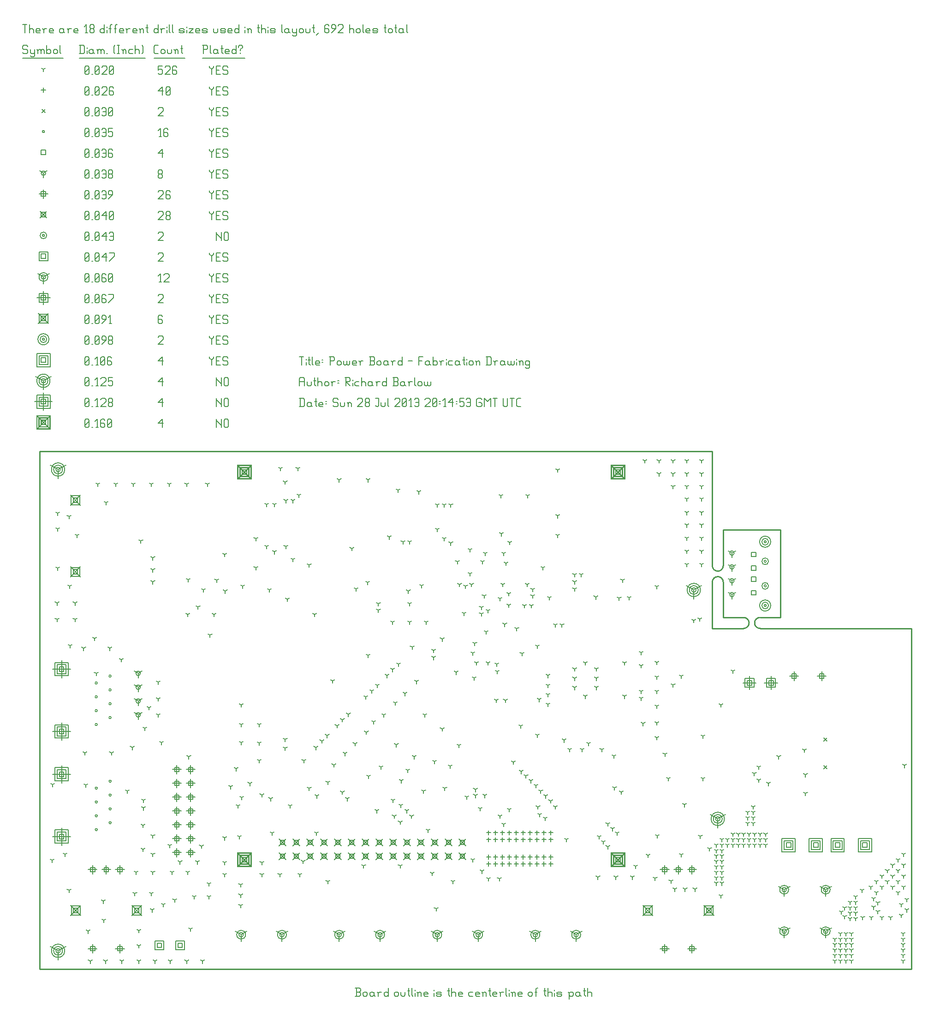
<source format=gbr>
G04 start of page 13 for group -3984 idx -3984 *
G04 Title: Power Board, fab *
G04 Creator: pcb 1.99z *
G04 CreationDate: Sun 28 Jul 2013 20:14:53 GMT UTC *
G04 For: rbarlow *
G04 Format: Gerber/RS-274X *
G04 PCB-Dimensions (mm): 166.00 100.00 *
G04 PCB-Coordinate-Origin: lower left *
%MOMM*%
%FSLAX43Y43*%
%LNFAB*%
%ADD284C,0.254*%
%ADD283C,0.152*%
%ADD282R,0.203X0.203*%
%ADD281C,0.002*%
G54D281*G36*
X108071Y23973D02*X110653Y21391D01*
X110509Y21247D01*
X107927Y23829D01*
X108071Y23973D01*
G37*
G36*
X107927Y21391D02*X110509Y23973D01*
X110653Y23829D01*
X108071Y21247D01*
X107927Y21391D01*
G37*
G54D282*X108884Y23016D02*X109696D01*
X108884D02*Y22204D01*
X109696D01*
Y23016D02*Y22204D01*
X108477Y23423D02*X110103D01*
X108477D02*Y21797D01*
X110103D01*
Y23423D02*Y21797D01*
X108071Y23829D02*X110509D01*
X108071D02*Y21391D01*
X110509D01*
Y23829D02*Y21391D01*
G54D281*G36*
X108071Y95093D02*X110653Y92511D01*
X110509Y92367D01*
X107927Y94949D01*
X108071Y95093D01*
G37*
G36*
X107927Y92511D02*X110509Y95093D01*
X110653Y94949D01*
X108071Y92367D01*
X107927Y92511D01*
G37*
G54D282*X108884Y94136D02*X109696D01*
X108884D02*Y93324D01*
X109696D01*
Y94136D02*Y93324D01*
X108477Y94543D02*X110103D01*
X108477D02*Y92917D01*
X110103D01*
Y94543D02*Y92917D01*
X108071Y94949D02*X110509D01*
X108071D02*Y92511D01*
X110509D01*
Y94949D02*Y92511D01*
G54D281*G36*
X39491Y95093D02*X42073Y92511D01*
X41929Y92367D01*
X39347Y94949D01*
X39491Y95093D01*
G37*
G36*
X39347Y92511D02*X41929Y95093D01*
X42073Y94949D01*
X39491Y92367D01*
X39347Y92511D01*
G37*
G54D282*X40304Y94136D02*X41116D01*
X40304D02*Y93324D01*
X41116D01*
Y94136D02*Y93324D01*
X39897Y94543D02*X41523D01*
X39897D02*Y92917D01*
X41523D01*
Y94543D02*Y92917D01*
X39491Y94949D02*X41929D01*
X39491D02*Y92511D01*
X41929D01*
Y94949D02*Y92511D01*
G54D281*G36*
X39491Y23973D02*X42073Y21391D01*
X41929Y21247D01*
X39347Y23829D01*
X39491Y23973D01*
G37*
G36*
X39347Y21391D02*X41929Y23973D01*
X42073Y23829D01*
X39491Y21247D01*
X39347Y21391D01*
G37*
G54D282*X40304Y23016D02*X41116D01*
X40304D02*Y22204D01*
X41116D01*
Y23016D02*Y22204D01*
X39897Y23423D02*X41523D01*
X39897D02*Y21797D01*
X41523D01*
Y23423D02*Y21797D01*
X39491Y23829D02*X41929D01*
X39491D02*Y21391D01*
X41929D01*
Y23829D02*Y21391D01*
G54D281*G36*
X2591Y104220D02*X5173Y101638D01*
X5029Y101495D01*
X2447Y104077D01*
X2591Y104220D01*
G37*
G36*
X2447Y101638D02*X5029Y104220D01*
X5173Y104077D01*
X2591Y101495D01*
X2447Y101638D01*
G37*
G54D282*X3404Y103264D02*X4216D01*
X3404D02*Y102451D01*
X4216D01*
Y103264D02*Y102451D01*
X2997Y103670D02*X4623D01*
X2997D02*Y102045D01*
X4623D01*
Y103670D02*Y102045D01*
X2591Y104077D02*X5029D01*
X2591D02*Y101638D01*
X5029D01*
Y104077D02*Y101638D01*
G54D283*X35560Y103429D02*Y101905D01*
Y103429D02*Y103239D01*
X36512Y102286D01*
Y103429D02*Y101905D01*
X36970Y103239D02*Y102096D01*
Y103239D02*X37160Y103429D01*
X37541D01*
X37732Y103239D01*
Y102096D01*
X37541Y101905D02*X37732Y102096D01*
X37160Y101905D02*X37541D01*
X36970Y102096D02*X37160Y101905D01*
X24892Y102667D02*X25654Y103429D01*
X24892Y102667D02*X25844D01*
X25654Y103429D02*Y101905D01*
X11430Y102096D02*X11620Y101905D01*
X11430Y103239D02*Y102096D01*
Y103239D02*X11620Y103429D01*
X12002D01*
X12192Y103239D01*
Y102096D01*
X12002Y101905D02*X12192Y102096D01*
X11620Y101905D02*X12002D01*
X11430Y102286D02*X12192Y103048D01*
X12649Y101905D02*X12840D01*
X13487D02*X13868D01*
X13678Y103429D02*Y101905D01*
X13297Y103048D02*X13678Y103429D01*
X14897D02*X15088Y103239D01*
X14516Y103429D02*X14897D01*
X14326Y103239D02*X14516Y103429D01*
X14326Y103239D02*Y102096D01*
X14516Y101905D01*
X14897Y102667D02*X15088Y102477D01*
X14326Y102667D02*X14897D01*
X14516Y101905D02*X14897D01*
X15088Y102096D01*
Y102477D02*Y102096D01*
X15545D02*X15735Y101905D01*
X15545Y103239D02*Y102096D01*
Y103239D02*X15735Y103429D01*
X16116D01*
X16307Y103239D01*
Y102096D01*
X16116Y101905D02*X16307Y102096D01*
X15735Y101905D02*X16116D01*
X15545Y102286D02*X16307Y103048D01*
X7160Y28476D02*Y25225D01*
X5535Y26851D02*X8786D01*
X6754Y27257D02*X7567D01*
X6754D02*Y26444D01*
X7567D01*
Y27257D02*Y26444D01*
X6347Y27663D02*X7973D01*
X6347D02*Y26038D01*
X7973D01*
Y27663D02*Y26038D01*
X5941Y28070D02*X8379D01*
X5941D02*Y25631D01*
X8379D01*
Y28070D02*Y25631D01*
X7160Y39906D02*Y36655D01*
X5535Y38281D02*X8786D01*
X6754Y38687D02*X7567D01*
X6754D02*Y37874D01*
X7567D01*
Y38687D02*Y37874D01*
X6347Y39093D02*X7973D01*
X6347D02*Y37468D01*
X7973D01*
Y39093D02*Y37468D01*
X5941Y39500D02*X8379D01*
X5941D02*Y37061D01*
X8379D01*
Y39500D02*Y37061D01*
X7160Y47766D02*Y44515D01*
X5535Y46140D02*X8786D01*
X6754Y46547D02*X7567D01*
X6754D02*Y45734D01*
X7567D01*
Y46547D02*Y45734D01*
X6347Y46953D02*X7973D01*
X6347D02*Y45328D01*
X7973D01*
Y46953D02*Y45328D01*
X5941Y47360D02*X8379D01*
X5941D02*Y44921D01*
X8379D01*
Y47360D02*Y44921D01*
X7160Y59196D02*Y55945D01*
X5535Y57570D02*X8786D01*
X6754Y57977D02*X7567D01*
X6754D02*Y57164D01*
X7567D01*
Y57977D02*Y57164D01*
X6347Y58383D02*X7973D01*
X6347D02*Y56758D01*
X7973D01*
Y58383D02*Y56758D01*
X5941Y58790D02*X8379D01*
X5941D02*Y56351D01*
X8379D01*
Y58790D02*Y56351D01*
X3810Y108293D02*Y105042D01*
X2184Y106668D02*X5436D01*
X3404Y107074D02*X4216D01*
X3404D02*Y106261D01*
X4216D01*
Y107074D02*Y106261D01*
X2997Y107480D02*X4623D01*
X2997D02*Y105855D01*
X4623D01*
Y107480D02*Y105855D01*
X2591Y107887D02*X5029D01*
X2591D02*Y105448D01*
X5029D01*
Y107887D02*Y105448D01*
X35560Y107239D02*Y105715D01*
Y107239D02*Y107049D01*
X36512Y106096D01*
Y107239D02*Y105715D01*
X36970Y107049D02*Y105906D01*
Y107049D02*X37160Y107239D01*
X37541D01*
X37732Y107049D01*
Y105906D01*
X37541Y105715D02*X37732Y105906D01*
X37160Y105715D02*X37541D01*
X36970Y105906D02*X37160Y105715D01*
X24892Y106477D02*X25654Y107239D01*
X24892Y106477D02*X25844D01*
X25654Y107239D02*Y105715D01*
X11430Y105906D02*X11620Y105715D01*
X11430Y107049D02*Y105906D01*
Y107049D02*X11620Y107239D01*
X12002D01*
X12192Y107049D01*
Y105906D01*
X12002Y105715D02*X12192Y105906D01*
X11620Y105715D02*X12002D01*
X11430Y106096D02*X12192Y106858D01*
X12649Y105715D02*X12840D01*
X13487D02*X13868D01*
X13678Y107239D02*Y105715D01*
X13297Y106858D02*X13678Y107239D01*
X14326Y107049D02*X14516Y107239D01*
X15088D01*
X15278Y107049D01*
Y106668D01*
X14326Y105715D02*X15278Y106668D01*
X14326Y105715D02*X15278D01*
X15735Y105906D02*X15926Y105715D01*
X15735Y106287D02*Y105906D01*
Y106287D02*X15926Y106477D01*
X16307D01*
X16497Y106287D01*
Y105906D01*
X16307Y105715D02*X16497Y105906D01*
X15926Y105715D02*X16307D01*
X15735Y106668D02*X15926Y106477D01*
X15735Y107049D02*Y106668D01*
Y107049D02*X15926Y107239D01*
X16307D01*
X16497Y107049D01*
Y106668D01*
X16307Y106477D02*X16497Y106668D01*
X6500Y94200D02*Y92574D01*
Y94200D02*X7909Y95013D01*
X6500Y94200D02*X5091Y95013D01*
X6094Y94200D02*G75*G03X6907Y94200I406J0D01*G01*
G75*G03X6094Y94200I-406J0D01*G01*
X5687D02*G75*G03X7313Y94200I813J0D01*G01*
G75*G03X5687Y94200I-813J0D01*G01*
X5281D02*G75*G03X7719Y94200I1219J0D01*G01*
G75*G03X5281Y94200I-1219J0D01*G01*
X6500Y5900D02*Y4275D01*
Y5900D02*X7909Y6713D01*
X6500Y5900D02*X5091Y6713D01*
X6094Y5900D02*G75*G03X6907Y5900I406J0D01*G01*
G75*G03X6094Y5900I-406J0D01*G01*
X5687D02*G75*G03X7313Y5900I813J0D01*G01*
G75*G03X5687Y5900I-813J0D01*G01*
X5281D02*G75*G03X7719Y5900I1219J0D01*G01*
G75*G03X5281Y5900I-1219J0D01*G01*
X123200Y72100D02*Y70474D01*
Y72100D02*X124609Y72913D01*
X123200Y72100D02*X121791Y72913D01*
X122794Y72100D02*G75*G03X123606Y72100I406J0D01*G01*
G75*G03X122794Y72100I-406J0D01*G01*
X122387D02*G75*G03X124013Y72100I813J0D01*G01*
G75*G03X122387Y72100I-813J0D01*G01*
X121981D02*G75*G03X124419Y72100I1219J0D01*G01*
G75*G03X121981Y72100I-1219J0D01*G01*
X127600Y30100D02*Y28474D01*
Y30100D02*X129009Y30913D01*
X127600Y30100D02*X126191Y30913D01*
X127194Y30100D02*G75*G03X128006Y30100I406J0D01*G01*
G75*G03X127194Y30100I-406J0D01*G01*
X126787D02*G75*G03X128413Y30100I813J0D01*G01*
G75*G03X126787Y30100I-813J0D01*G01*
X126381D02*G75*G03X128819Y30100I1219J0D01*G01*
G75*G03X126381Y30100I-1219J0D01*G01*
X3810Y110478D02*Y108852D01*
Y110478D02*X5219Y111290D01*
X3810Y110478D02*X2401Y111290D01*
X3404Y110478D02*G75*G03X4216Y110478I406J0D01*G01*
G75*G03X3404Y110478I-406J0D01*G01*
X2997D02*G75*G03X4623Y110478I813J0D01*G01*
G75*G03X2997Y110478I-813J0D01*G01*
X2591D02*G75*G03X5029Y110478I1219J0D01*G01*
G75*G03X2591Y110478I-1219J0D01*G01*
X35560Y111049D02*Y109525D01*
Y111049D02*Y110859D01*
X36512Y109906D01*
Y111049D02*Y109525D01*
X36970Y110859D02*Y109716D01*
Y110859D02*X37160Y111049D01*
X37541D01*
X37732Y110859D01*
Y109716D01*
X37541Y109525D02*X37732Y109716D01*
X37160Y109525D02*X37541D01*
X36970Y109716D02*X37160Y109525D01*
X24892Y110287D02*X25654Y111049D01*
X24892Y110287D02*X25844D01*
X25654Y111049D02*Y109525D01*
X11430Y109716D02*X11620Y109525D01*
X11430Y110859D02*Y109716D01*
Y110859D02*X11620Y111049D01*
X12002D01*
X12192Y110859D01*
Y109716D01*
X12002Y109525D02*X12192Y109716D01*
X11620Y109525D02*X12002D01*
X11430Y109906D02*X12192Y110668D01*
X12649Y109525D02*X12840D01*
X13487D02*X13868D01*
X13678Y111049D02*Y109525D01*
X13297Y110668D02*X13678Y111049D01*
X14326Y110859D02*X14516Y111049D01*
X15088D01*
X15278Y110859D01*
Y110478D01*
X14326Y109525D02*X15278Y110478D01*
X14326Y109525D02*X15278D01*
X15735Y111049D02*X16497D01*
X15735D02*Y110287D01*
X15926Y110478D01*
X16307D01*
X16497Y110287D01*
Y109716D01*
X16307Y109525D02*X16497Y109716D01*
X15926Y109525D02*X16307D01*
X15735Y109716D02*X15926Y109525D01*
X154193Y25707D02*X155006D01*
X154193D02*Y24894D01*
X155006D01*
Y25707D02*Y24894D01*
X153787Y26113D02*X155413D01*
X153787D02*Y24487D01*
X155413D01*
Y26113D02*Y24487D01*
X153381Y26519D02*X155819D01*
X153381D02*Y24081D01*
X155819D01*
Y26519D02*Y24081D01*
X149194Y25707D02*X150006D01*
X149194D02*Y24894D01*
X150006D01*
Y25707D02*Y24894D01*
X148787Y26113D02*X150413D01*
X148787D02*Y24487D01*
X150413D01*
Y26113D02*Y24487D01*
X148381Y26519D02*X150819D01*
X148381D02*Y24081D01*
X150819D01*
Y26519D02*Y24081D01*
X145194Y25707D02*X146006D01*
X145194D02*Y24894D01*
X146006D01*
Y25707D02*Y24894D01*
X144787Y26113D02*X146413D01*
X144787D02*Y24487D01*
X146413D01*
Y26113D02*Y24487D01*
X144381Y26519D02*X146819D01*
X144381D02*Y24081D01*
X146819D01*
Y26519D02*Y24081D01*
X140194Y25707D02*X141006D01*
X140194D02*Y24894D01*
X141006D01*
Y25707D02*Y24894D01*
X139787Y26113D02*X141413D01*
X139787D02*Y24487D01*
X141413D01*
Y26113D02*Y24487D01*
X139381Y26519D02*X141819D01*
X139381D02*Y24081D01*
X141819D01*
Y26519D02*Y24081D01*
X3404Y114694D02*X4216D01*
X3404D02*Y113881D01*
X4216D01*
Y114694D02*Y113881D01*
X2997Y115100D02*X4623D01*
X2997D02*Y113475D01*
X4623D01*
Y115100D02*Y113475D01*
X2591Y115507D02*X5029D01*
X2591D02*Y113068D01*
X5029D01*
Y115507D02*Y113068D01*
X34290Y114859D02*Y114669D01*
X34671Y114288D01*
X35052Y114669D01*
Y114859D02*Y114669D01*
X34671Y114288D02*Y113335D01*
X35509Y114097D02*X36081D01*
X35509Y113335D02*X36271D01*
X35509Y114859D02*Y113335D01*
Y114859D02*X36271D01*
X37490D02*X37681Y114669D01*
X36919Y114859D02*X37490D01*
X36728Y114669D02*X36919Y114859D01*
X36728Y114669D02*Y114288D01*
X36919Y114097D01*
X37490D01*
X37681Y113907D01*
Y113526D01*
X37490Y113335D02*X37681Y113526D01*
X36919Y113335D02*X37490D01*
X36728Y113526D02*X36919Y113335D01*
X24892Y114097D02*X25654Y114859D01*
X24892Y114097D02*X25844D01*
X25654Y114859D02*Y113335D01*
X11430Y113526D02*X11620Y113335D01*
X11430Y114669D02*Y113526D01*
Y114669D02*X11620Y114859D01*
X12002D01*
X12192Y114669D01*
Y113526D01*
X12002Y113335D02*X12192Y113526D01*
X11620Y113335D02*X12002D01*
X11430Y113716D02*X12192Y114478D01*
X12649Y113335D02*X12840D01*
X13487D02*X13868D01*
X13678Y114859D02*Y113335D01*
X13297Y114478D02*X13678Y114859D01*
X14326Y113526D02*X14516Y113335D01*
X14326Y114669D02*Y113526D01*
Y114669D02*X14516Y114859D01*
X14897D01*
X15088Y114669D01*
Y113526D01*
X14897Y113335D02*X15088Y113526D01*
X14516Y113335D02*X14897D01*
X14326Y113716D02*X15088Y114478D01*
X16116Y114859D02*X16307Y114669D01*
X15735Y114859D02*X16116D01*
X15545Y114669D02*X15735Y114859D01*
X15545Y114669D02*Y113526D01*
X15735Y113335D01*
X16116Y114097D02*X16307Y113907D01*
X15545Y114097D02*X16116D01*
X15735Y113335D02*X16116D01*
X16307Y113526D01*
Y113907D02*Y113526D01*
X136097Y69250D02*G75*G03X136503Y69250I203J0D01*G01*
G75*G03X136097Y69250I-203J0D01*G01*
X135690D02*G75*G03X136910Y69250I610J0D01*G01*
G75*G03X135690Y69250I-610J0D01*G01*
X135284D02*G75*G03X137316Y69250I1016J0D01*G01*
G75*G03X135284Y69250I-1016J0D01*G01*
X136097Y80950D02*G75*G03X136503Y80950I203J0D01*G01*
G75*G03X136097Y80950I-203J0D01*G01*
X135690D02*G75*G03X136910Y80950I610J0D01*G01*
G75*G03X135690Y80950I-610J0D01*G01*
X135284D02*G75*G03X137316Y80950I1016J0D01*G01*
G75*G03X135284Y80950I-1016J0D01*G01*
X3607Y118098D02*G75*G03X4013Y118098I203J0D01*G01*
G75*G03X3607Y118098I-203J0D01*G01*
X3200D02*G75*G03X4420Y118098I610J0D01*G01*
G75*G03X3200Y118098I-610J0D01*G01*
X2794D02*G75*G03X4826Y118098I1016J0D01*G01*
G75*G03X2794Y118098I-1016J0D01*G01*
X34290Y118669D02*Y118479D01*
X34671Y118098D01*
X35052Y118479D01*
Y118669D02*Y118479D01*
X34671Y118098D02*Y117145D01*
X35509Y117907D02*X36081D01*
X35509Y117145D02*X36271D01*
X35509Y118669D02*Y117145D01*
Y118669D02*X36271D01*
X37490D02*X37681Y118479D01*
X36919Y118669D02*X37490D01*
X36728Y118479D02*X36919Y118669D01*
X36728Y118479D02*Y118098D01*
X36919Y117907D01*
X37490D01*
X37681Y117717D01*
Y117336D01*
X37490Y117145D02*X37681Y117336D01*
X36919Y117145D02*X37490D01*
X36728Y117336D02*X36919Y117145D01*
X24892Y118479D02*X25082Y118669D01*
X25654D01*
X25844Y118479D01*
Y118098D01*
X24892Y117145D02*X25844Y118098D01*
X24892Y117145D02*X25844D01*
X11430Y117336D02*X11620Y117145D01*
X11430Y118479D02*Y117336D01*
Y118479D02*X11620Y118669D01*
X12002D01*
X12192Y118479D01*
Y117336D01*
X12002Y117145D02*X12192Y117336D01*
X11620Y117145D02*X12002D01*
X11430Y117526D02*X12192Y118288D01*
X12649Y117145D02*X12840D01*
X13297Y117336D02*X13487Y117145D01*
X13297Y118479D02*Y117336D01*
Y118479D02*X13487Y118669D01*
X13868D01*
X14059Y118479D01*
Y117336D01*
X13868Y117145D02*X14059Y117336D01*
X13487Y117145D02*X13868D01*
X13297Y117526D02*X14059Y118288D01*
X14516Y117145D02*X15278Y117907D01*
Y118479D02*Y117907D01*
X15088Y118669D02*X15278Y118479D01*
X14707Y118669D02*X15088D01*
X14516Y118479D02*X14707Y118669D01*
X14516Y118479D02*Y118098D01*
X14707Y117907D01*
X15278D01*
X15735Y117336D02*X15926Y117145D01*
X15735Y117717D02*Y117336D01*
Y117717D02*X15926Y117907D01*
X16307D01*
X16497Y117717D01*
Y117336D01*
X16307Y117145D02*X16497Y117336D01*
X15926Y117145D02*X16307D01*
X15735Y118098D02*X15926Y117907D01*
X15735Y118479D02*Y118098D01*
Y118479D02*X15926Y118669D01*
X16307D01*
X16497Y118479D01*
Y118098D01*
X16307Y117907D02*X16497Y118098D01*
X125036Y14214D02*X126864Y12385D01*
X125036D02*X126864Y14214D01*
X125544Y13706D02*X126356D01*
X125544D02*Y12893D01*
X126356D01*
Y13706D02*Y12893D01*
X125137Y14112D02*X126763D01*
X125137D02*Y12487D01*
X126763D01*
Y14112D02*Y12487D01*
X113836Y14214D02*X115664Y12385D01*
X113836D02*X115664Y14214D01*
X114344Y13706D02*X115156D01*
X114344D02*Y12893D01*
X115156D01*
Y13706D02*Y12893D01*
X113937Y14112D02*X115563D01*
X113937D02*Y12487D01*
X115563D01*
Y14112D02*Y12487D01*
X20036Y14215D02*X21865Y12386D01*
X20036D02*X21865Y14215D01*
X20544Y13707D02*X21357D01*
X20544D02*Y12894D01*
X21357D01*
Y13707D02*Y12894D01*
X20138Y14113D02*X21763D01*
X20138D02*Y12487D01*
X21763D01*
Y14113D02*Y12487D01*
X8836Y14215D02*X10665Y12386D01*
X8836D02*X10665Y14215D01*
X9344Y13707D02*X10157D01*
X9344D02*Y12894D01*
X10157D01*
Y13707D02*Y12894D01*
X8938Y14113D02*X10563D01*
X8938D02*Y12487D01*
X10563D01*
Y14113D02*Y12487D01*
X8786Y76345D02*X10614Y74516D01*
X8786D02*X10614Y76345D01*
X9294Y75837D02*X10106D01*
X9294D02*Y75024D01*
X10106D01*
Y75837D02*Y75024D01*
X8887Y76243D02*X10513D01*
X8887D02*Y74617D01*
X10513D01*
Y76243D02*Y74617D01*
X8786Y89484D02*X10614Y87656D01*
X8786D02*X10614Y89484D01*
X9294Y88976D02*X10106D01*
X9294D02*Y88164D01*
X10106D01*
Y88976D02*Y88164D01*
X8887Y89383D02*X10513D01*
X8887D02*Y87757D01*
X10513D01*
Y89383D02*Y87757D01*
X2896Y122822D02*X4724Y120993D01*
X2896D02*X4724Y122822D01*
X3404Y122314D02*X4216D01*
X3404D02*Y121501D01*
X4216D01*
Y122314D02*Y121501D01*
X2997Y122720D02*X4623D01*
X2997D02*Y121095D01*
X4623D01*
Y122720D02*Y121095D01*
X34290Y122479D02*Y122289D01*
X34671Y121908D01*
X35052Y122289D01*
Y122479D02*Y122289D01*
X34671Y121908D02*Y120955D01*
X35509Y121717D02*X36081D01*
X35509Y120955D02*X36271D01*
X35509Y122479D02*Y120955D01*
Y122479D02*X36271D01*
X37490D02*X37681Y122289D01*
X36919Y122479D02*X37490D01*
X36728Y122289D02*X36919Y122479D01*
X36728Y122289D02*Y121908D01*
X36919Y121717D01*
X37490D01*
X37681Y121527D01*
Y121146D01*
X37490Y120955D02*X37681Y121146D01*
X36919Y120955D02*X37490D01*
X36728Y121146D02*X36919Y120955D01*
X25464Y122479D02*X25654Y122289D01*
X25082Y122479D02*X25464D01*
X24892Y122289D02*X25082Y122479D01*
X24892Y122289D02*Y121146D01*
X25082Y120955D01*
X25464Y121717D02*X25654Y121527D01*
X24892Y121717D02*X25464D01*
X25082Y120955D02*X25464D01*
X25654Y121146D01*
Y121527D02*Y121146D01*
X11430D02*X11620Y120955D01*
X11430Y122289D02*Y121146D01*
Y122289D02*X11620Y122479D01*
X12002D01*
X12192Y122289D01*
Y121146D01*
X12002Y120955D02*X12192Y121146D01*
X11620Y120955D02*X12002D01*
X11430Y121336D02*X12192Y122098D01*
X12649Y120955D02*X12840D01*
X13297Y121146D02*X13487Y120955D01*
X13297Y122289D02*Y121146D01*
Y122289D02*X13487Y122479D01*
X13868D01*
X14059Y122289D01*
Y121146D01*
X13868Y120955D02*X14059Y121146D01*
X13487Y120955D02*X13868D01*
X13297Y121336D02*X14059Y122098D01*
X14516Y120955D02*X15278Y121717D01*
Y122289D02*Y121717D01*
X15088Y122479D02*X15278Y122289D01*
X14707Y122479D02*X15088D01*
X14516Y122289D02*X14707Y122479D01*
X14516Y122289D02*Y121908D01*
X14707Y121717D01*
X15278D01*
X15926Y120955D02*X16307D01*
X16116Y122479D02*Y120955D01*
X15735Y122098D02*X16116Y122479D01*
X133420Y56269D02*Y53831D01*
X132201Y55050D02*X134639D01*
X133013Y55457D02*X133826D01*
X133013D02*Y54644D01*
X133826D01*
Y55457D02*Y54644D01*
X132607Y55863D02*X134233D01*
X132607D02*Y54237D01*
X134233D01*
Y55863D02*Y54237D01*
X137380Y56269D02*Y53831D01*
X136161Y55050D02*X138599D01*
X136973Y55457D02*X137786D01*
X136973D02*Y54644D01*
X137786D01*
Y55457D02*Y54644D01*
X136567Y55863D02*X138193D01*
X136567D02*Y54237D01*
X138193D01*
Y55863D02*Y54237D01*
X3810Y126937D02*Y124498D01*
X2591Y125718D02*X5029D01*
X3404Y126124D02*X4216D01*
X3404D02*Y125311D01*
X4216D01*
Y126124D02*Y125311D01*
X2997Y126530D02*X4623D01*
X2997D02*Y124905D01*
X4623D01*
Y126530D02*Y124905D01*
X34290Y126289D02*Y126099D01*
X34671Y125718D01*
X35052Y126099D01*
Y126289D02*Y126099D01*
X34671Y125718D02*Y124765D01*
X35509Y125527D02*X36081D01*
X35509Y124765D02*X36271D01*
X35509Y126289D02*Y124765D01*
Y126289D02*X36271D01*
X37490D02*X37681Y126099D01*
X36919Y126289D02*X37490D01*
X36728Y126099D02*X36919Y126289D01*
X36728Y126099D02*Y125718D01*
X36919Y125527D01*
X37490D01*
X37681Y125337D01*
Y124956D01*
X37490Y124765D02*X37681Y124956D01*
X36919Y124765D02*X37490D01*
X36728Y124956D02*X36919Y124765D01*
X24892Y126099D02*X25082Y126289D01*
X25654D01*
X25844Y126099D01*
Y125718D01*
X24892Y124765D02*X25844Y125718D01*
X24892Y124765D02*X25844D01*
X11430Y124956D02*X11620Y124765D01*
X11430Y126099D02*Y124956D01*
Y126099D02*X11620Y126289D01*
X12002D01*
X12192Y126099D01*
Y124956D01*
X12002Y124765D02*X12192Y124956D01*
X11620Y124765D02*X12002D01*
X11430Y125146D02*X12192Y125908D01*
X12649Y124765D02*X12840D01*
X13297Y124956D02*X13487Y124765D01*
X13297Y126099D02*Y124956D01*
Y126099D02*X13487Y126289D01*
X13868D01*
X14059Y126099D01*
Y124956D01*
X13868Y124765D02*X14059Y124956D01*
X13487Y124765D02*X13868D01*
X13297Y125146D02*X14059Y125908D01*
X15088Y126289D02*X15278Y126099D01*
X14707Y126289D02*X15088D01*
X14516Y126099D02*X14707Y126289D01*
X14516Y126099D02*Y124956D01*
X14707Y124765D01*
X15088Y125527D02*X15278Y125337D01*
X14516Y125527D02*X15088D01*
X14707Y124765D02*X15088D01*
X15278Y124956D01*
Y125337D02*Y124956D01*
X15735Y124765D02*X16688Y125718D01*
Y126289D02*Y125718D01*
X15735Y126289D02*X16688D01*
X139790Y17110D02*Y15891D01*
Y17110D02*X140847Y17720D01*
X139790Y17110D02*X138734Y17720D01*
X139384Y17110D02*G75*G03X140197Y17110I406J0D01*G01*
G75*G03X139384Y17110I-406J0D01*G01*
X138977D02*G75*G03X140603Y17110I813J0D01*G01*
G75*G03X138977Y17110I-813J0D01*G01*
X147410D02*Y15891D01*
Y17110D02*X148467Y17720D01*
X147410Y17110D02*X146354Y17720D01*
X147004Y17110D02*G75*G03X147817Y17110I406J0D01*G01*
G75*G03X147004Y17110I-406J0D01*G01*
X146597D02*G75*G03X148223Y17110I813J0D01*G01*
G75*G03X146597Y17110I-813J0D01*G01*
X139790Y9490D02*Y8271D01*
Y9490D02*X140847Y10100D01*
X139790Y9490D02*X138734Y10100D01*
X139384Y9490D02*G75*G03X140197Y9490I406J0D01*G01*
G75*G03X139384Y9490I-406J0D01*G01*
X138977D02*G75*G03X140603Y9490I813J0D01*G01*
G75*G03X138977Y9490I-813J0D01*G01*
X147410D02*Y8271D01*
Y9490D02*X148467Y10100D01*
X147410Y9490D02*X146354Y10100D01*
X147004Y9490D02*G75*G03X147817Y9490I406J0D01*G01*
G75*G03X147004Y9490I-406J0D01*G01*
X146597D02*G75*G03X148223Y9490I813J0D01*G01*
G75*G03X146597Y9490I-813J0D01*G01*
X83600Y8850D02*Y7631D01*
Y8850D02*X84657Y9460D01*
X83600Y8850D02*X82544Y9460D01*
X83194Y8850D02*G75*G03X84007Y8850I406J0D01*G01*
G75*G03X83194Y8850I-406J0D01*G01*
X82787D02*G75*G03X84413Y8850I813J0D01*G01*
G75*G03X82787Y8850I-813J0D01*G01*
X76100D02*Y7631D01*
Y8850D02*X77157Y9460D01*
X76100Y8850D02*X75044Y9460D01*
X75694Y8850D02*G75*G03X76507Y8850I406J0D01*G01*
G75*G03X75694Y8850I-406J0D01*G01*
X75287D02*G75*G03X76913Y8850I813J0D01*G01*
G75*G03X75287Y8850I-813J0D01*G01*
X65601D02*Y7631D01*
Y8850D02*X66657Y9460D01*
X65601Y8850D02*X64544Y9460D01*
X65194Y8850D02*G75*G03X66007Y8850I406J0D01*G01*
G75*G03X65194Y8850I-406J0D01*G01*
X64788D02*G75*G03X66413Y8850I813J0D01*G01*
G75*G03X64788Y8850I-813J0D01*G01*
X58100D02*Y7631D01*
Y8850D02*X59157Y9460D01*
X58100Y8850D02*X57044Y9460D01*
X57694Y8850D02*G75*G03X58507Y8850I406J0D01*G01*
G75*G03X57694Y8850I-406J0D01*G01*
X57288D02*G75*G03X58913Y8850I813J0D01*G01*
G75*G03X57288Y8850I-813J0D01*G01*
X47601Y8851D02*Y7632D01*
Y8851D02*X48657Y9460D01*
X47601Y8851D02*X46544Y9460D01*
X47194Y8851D02*G75*G03X48007Y8851I406J0D01*G01*
G75*G03X47194Y8851I-406J0D01*G01*
X46788D02*G75*G03X48413Y8851I813J0D01*G01*
G75*G03X46788Y8851I-813J0D01*G01*
X40101D02*Y7632D01*
Y8851D02*X41157Y9460D01*
X40101Y8851D02*X39044Y9460D01*
X39694Y8851D02*G75*G03X40507Y8851I406J0D01*G01*
G75*G03X39694Y8851I-406J0D01*G01*
X39288D02*G75*G03X40913Y8851I813J0D01*G01*
G75*G03X39288Y8851I-813J0D01*G01*
X101600Y8850D02*Y7631D01*
Y8850D02*X102656Y9460D01*
X101600Y8850D02*X100543Y9460D01*
X101193Y8850D02*G75*G03X102006Y8850I406J0D01*G01*
G75*G03X101193Y8850I-406J0D01*G01*
X100787D02*G75*G03X102413Y8850I813J0D01*G01*
G75*G03X100787Y8850I-813J0D01*G01*
X94100D02*Y7631D01*
Y8850D02*X95156Y9460D01*
X94100Y8850D02*X93043Y9460D01*
X93693Y8850D02*G75*G03X94506Y8850I406J0D01*G01*
G75*G03X93693Y8850I-406J0D01*G01*
X93287D02*G75*G03X94912Y8850I813J0D01*G01*
G75*G03X93287Y8850I-813J0D01*G01*
X3810Y129528D02*Y128308D01*
Y129528D02*X4867Y130137D01*
X3810Y129528D02*X2753Y130137D01*
X3404Y129528D02*G75*G03X4216Y129528I406J0D01*G01*
G75*G03X3404Y129528I-406J0D01*G01*
X2997D02*G75*G03X4623Y129528I813J0D01*G01*
G75*G03X2997Y129528I-813J0D01*G01*
X34290Y130099D02*Y129909D01*
X34671Y129528D01*
X35052Y129909D01*
Y130099D02*Y129909D01*
X34671Y129528D02*Y128575D01*
X35509Y129337D02*X36081D01*
X35509Y128575D02*X36271D01*
X35509Y130099D02*Y128575D01*
Y130099D02*X36271D01*
X37490D02*X37681Y129909D01*
X36919Y130099D02*X37490D01*
X36728Y129909D02*X36919Y130099D01*
X36728Y129909D02*Y129528D01*
X36919Y129337D01*
X37490D01*
X37681Y129147D01*
Y128766D01*
X37490Y128575D02*X37681Y128766D01*
X36919Y128575D02*X37490D01*
X36728Y128766D02*X36919Y128575D01*
X25082D02*X25464D01*
X25273Y130099D02*Y128575D01*
X24892Y129718D02*X25273Y130099D01*
X25921Y129909D02*X26111Y130099D01*
X26683D01*
X26873Y129909D01*
Y129528D01*
X25921Y128575D02*X26873Y129528D01*
X25921Y128575D02*X26873D01*
X11430Y128766D02*X11620Y128575D01*
X11430Y129909D02*Y128766D01*
Y129909D02*X11620Y130099D01*
X12002D01*
X12192Y129909D01*
Y128766D01*
X12002Y128575D02*X12192Y128766D01*
X11620Y128575D02*X12002D01*
X11430Y128956D02*X12192Y129718D01*
X12649Y128575D02*X12840D01*
X13297Y128766D02*X13487Y128575D01*
X13297Y129909D02*Y128766D01*
Y129909D02*X13487Y130099D01*
X13868D01*
X14059Y129909D01*
Y128766D01*
X13868Y128575D02*X14059Y128766D01*
X13487Y128575D02*X13868D01*
X13297Y128956D02*X14059Y129718D01*
X15088Y130099D02*X15278Y129909D01*
X14707Y130099D02*X15088D01*
X14516Y129909D02*X14707Y130099D01*
X14516Y129909D02*Y128766D01*
X14707Y128575D01*
X15088Y129337D02*X15278Y129147D01*
X14516Y129337D02*X15088D01*
X14707Y128575D02*X15088D01*
X15278Y128766D01*
Y129147D02*Y128766D01*
X15735D02*X15926Y128575D01*
X15735Y129909D02*Y128766D01*
Y129909D02*X15926Y130099D01*
X16307D01*
X16497Y129909D01*
Y128766D01*
X16307Y128575D02*X16497Y128766D01*
X15926Y128575D02*X16307D01*
X15735Y128956D02*X16497Y129718D01*
X28494Y7307D02*X29307D01*
X28494D02*Y6494D01*
X29307D01*
Y7307D02*Y6494D01*
X28087Y7713D02*X29713D01*
X28087D02*Y6087D01*
X29713D01*
Y7713D02*Y6087D01*
X24684Y7307D02*X25497D01*
X24684D02*Y6494D01*
X25497D01*
Y7307D02*Y6494D01*
X24277Y7713D02*X25903D01*
X24277D02*Y6087D01*
X25903D01*
Y7713D02*Y6087D01*
X3404Y133744D02*X4216D01*
X3404D02*Y132931D01*
X4216D01*
Y133744D02*Y132931D01*
X2997Y134150D02*X4623D01*
X2997D02*Y132525D01*
X4623D01*
Y134150D02*Y132525D01*
X34290Y133909D02*Y133719D01*
X34671Y133338D01*
X35052Y133719D01*
Y133909D02*Y133719D01*
X34671Y133338D02*Y132385D01*
X35509Y133147D02*X36081D01*
X35509Y132385D02*X36271D01*
X35509Y133909D02*Y132385D01*
Y133909D02*X36271D01*
X37490D02*X37681Y133719D01*
X36919Y133909D02*X37490D01*
X36728Y133719D02*X36919Y133909D01*
X36728Y133719D02*Y133338D01*
X36919Y133147D01*
X37490D01*
X37681Y132957D01*
Y132576D01*
X37490Y132385D02*X37681Y132576D01*
X36919Y132385D02*X37490D01*
X36728Y132576D02*X36919Y132385D01*
X24892Y133719D02*X25082Y133909D01*
X25654D01*
X25844Y133719D01*
Y133338D01*
X24892Y132385D02*X25844Y133338D01*
X24892Y132385D02*X25844D01*
X11430Y132576D02*X11620Y132385D01*
X11430Y133719D02*Y132576D01*
Y133719D02*X11620Y133909D01*
X12002D01*
X12192Y133719D01*
Y132576D01*
X12002Y132385D02*X12192Y132576D01*
X11620Y132385D02*X12002D01*
X11430Y132766D02*X12192Y133528D01*
X12649Y132385D02*X12840D01*
X13297Y132576D02*X13487Y132385D01*
X13297Y133719D02*Y132576D01*
Y133719D02*X13487Y133909D01*
X13868D01*
X14059Y133719D01*
Y132576D01*
X13868Y132385D02*X14059Y132576D01*
X13487Y132385D02*X13868D01*
X13297Y132766D02*X14059Y133528D01*
X14516Y133147D02*X15278Y133909D01*
X14516Y133147D02*X15469D01*
X15278Y133909D02*Y132385D01*
X15926D02*X16878Y133338D01*
Y133909D02*Y133338D01*
X15926Y133909D02*X16878D01*
X136097Y72850D02*G75*G03X136503Y72850I203J0D01*G01*
G75*G03X136097Y72850I-203J0D01*G01*
X135690D02*G75*G03X136910Y72850I610J0D01*G01*
G75*G03X135690Y72850I-610J0D01*G01*
X136097Y77350D02*G75*G03X136503Y77350I203J0D01*G01*
G75*G03X136097Y77350I-203J0D01*G01*
X135690D02*G75*G03X136910Y77350I610J0D01*G01*
G75*G03X135690Y77350I-610J0D01*G01*
X3607Y137148D02*G75*G03X4013Y137148I203J0D01*G01*
G75*G03X3607Y137148I-203J0D01*G01*
X3200D02*G75*G03X4420Y137148I610J0D01*G01*
G75*G03X3200Y137148I-610J0D01*G01*
X35560Y137719D02*Y136195D01*
Y137719D02*Y137529D01*
X36512Y136576D01*
Y137719D02*Y136195D01*
X36970Y137529D02*Y136386D01*
Y137529D02*X37160Y137719D01*
X37541D01*
X37732Y137529D01*
Y136386D01*
X37541Y136195D02*X37732Y136386D01*
X37160Y136195D02*X37541D01*
X36970Y136386D02*X37160Y136195D01*
X24892Y137529D02*X25082Y137719D01*
X25654D01*
X25844Y137529D01*
Y137148D01*
X24892Y136195D02*X25844Y137148D01*
X24892Y136195D02*X25844D01*
X11430Y136386D02*X11620Y136195D01*
X11430Y137529D02*Y136386D01*
Y137529D02*X11620Y137719D01*
X12002D01*
X12192Y137529D01*
Y136386D01*
X12002Y136195D02*X12192Y136386D01*
X11620Y136195D02*X12002D01*
X11430Y136576D02*X12192Y137338D01*
X12649Y136195D02*X12840D01*
X13297Y136386D02*X13487Y136195D01*
X13297Y137529D02*Y136386D01*
Y137529D02*X13487Y137719D01*
X13868D01*
X14059Y137529D01*
Y136386D01*
X13868Y136195D02*X14059Y136386D01*
X13487Y136195D02*X13868D01*
X13297Y136576D02*X14059Y137338D01*
X14516Y136957D02*X15278Y137719D01*
X14516Y136957D02*X15469D01*
X15278Y137719D02*Y136195D01*
X15926Y137529D02*X16116Y137719D01*
X16497D01*
X16688Y137529D01*
Y136386D01*
X16497Y136195D02*X16688Y136386D01*
X16116Y136195D02*X16497D01*
X15926Y136386D02*X16116Y136195D01*
Y136957D02*X16688D01*
X47086Y23855D02*X48305Y22636D01*
X47086D02*X48305Y23855D01*
X47289Y23652D02*X48102D01*
X47289D02*Y22839D01*
X48102D01*
Y23652D02*Y22839D01*
X47086Y26395D02*X48305Y25176D01*
X47086D02*X48305Y26395D01*
X47289Y26192D02*X48102D01*
X47289D02*Y25379D01*
X48102D01*
Y26192D02*Y25379D01*
X49626Y23855D02*X50845Y22636D01*
X49626D02*X50845Y23855D01*
X49829Y23652D02*X50642D01*
X49829D02*Y22839D01*
X50642D01*
Y23652D02*Y22839D01*
X49626Y26395D02*X50845Y25176D01*
X49626D02*X50845Y26395D01*
X49829Y26192D02*X50642D01*
X49829D02*Y25379D01*
X50642D01*
Y26192D02*Y25379D01*
X52166Y23855D02*X53385Y22636D01*
X52166D02*X53385Y23855D01*
X52369Y23652D02*X53182D01*
X52369D02*Y22839D01*
X53182D01*
Y23652D02*Y22839D01*
X52166Y26395D02*X53385Y25176D01*
X52166D02*X53385Y26395D01*
X52369Y26192D02*X53182D01*
X52369D02*Y25379D01*
X53182D01*
Y26192D02*Y25379D01*
X54706Y23855D02*X55925Y22636D01*
X54706D02*X55925Y23855D01*
X54909Y23652D02*X55722D01*
X54909D02*Y22839D01*
X55722D01*
Y23652D02*Y22839D01*
X54706Y26395D02*X55925Y25176D01*
X54706D02*X55925Y26395D01*
X54909Y26192D02*X55722D01*
X54909D02*Y25379D01*
X55722D01*
Y26192D02*Y25379D01*
X57246Y23855D02*X58465Y22636D01*
X57246D02*X58465Y23855D01*
X57449Y23652D02*X58262D01*
X57449D02*Y22839D01*
X58262D01*
Y23652D02*Y22839D01*
X57246Y26395D02*X58465Y25176D01*
X57246D02*X58465Y26395D01*
X57449Y26192D02*X58262D01*
X57449D02*Y25379D01*
X58262D01*
Y26192D02*Y25379D01*
X59786Y23855D02*X61005Y22636D01*
X59786D02*X61005Y23855D01*
X59989Y23652D02*X60802D01*
X59989D02*Y22839D01*
X60802D01*
Y23652D02*Y22839D01*
X59786Y26395D02*X61005Y25176D01*
X59786D02*X61005Y26395D01*
X59989Y26192D02*X60802D01*
X59989D02*Y25379D01*
X60802D01*
Y26192D02*Y25379D01*
X62326Y23855D02*X63545Y22636D01*
X62326D02*X63545Y23855D01*
X62529Y23652D02*X63342D01*
X62529D02*Y22839D01*
X63342D01*
Y23652D02*Y22839D01*
X62326Y26395D02*X63545Y25176D01*
X62326D02*X63545Y26395D01*
X62529Y26192D02*X63342D01*
X62529D02*Y25379D01*
X63342D01*
Y26192D02*Y25379D01*
X64866Y23855D02*X66085Y22636D01*
X64866D02*X66085Y23855D01*
X65069Y23652D02*X65882D01*
X65069D02*Y22839D01*
X65882D01*
Y23652D02*Y22839D01*
X64866Y26395D02*X66085Y25176D01*
X64866D02*X66085Y26395D01*
X65069Y26192D02*X65882D01*
X65069D02*Y25379D01*
X65882D01*
Y26192D02*Y25379D01*
X67406Y23855D02*X68625Y22636D01*
X67406D02*X68625Y23855D01*
X67609Y23652D02*X68422D01*
X67609D02*Y22839D01*
X68422D01*
Y23652D02*Y22839D01*
X67406Y26395D02*X68625Y25176D01*
X67406D02*X68625Y26395D01*
X67609Y26192D02*X68422D01*
X67609D02*Y25379D01*
X68422D01*
Y26192D02*Y25379D01*
X69946Y23855D02*X71165Y22636D01*
X69946D02*X71165Y23855D01*
X70149Y23652D02*X70962D01*
X70149D02*Y22839D01*
X70962D01*
Y23652D02*Y22839D01*
X69946Y26395D02*X71165Y25176D01*
X69946D02*X71165Y26395D01*
X70149Y26192D02*X70962D01*
X70149D02*Y25379D01*
X70962D01*
Y26192D02*Y25379D01*
X72486Y23855D02*X73705Y22636D01*
X72486D02*X73705Y23855D01*
X72689Y23652D02*X73502D01*
X72689D02*Y22839D01*
X73502D01*
Y23652D02*Y22839D01*
X72486Y26395D02*X73705Y25176D01*
X72486D02*X73705Y26395D01*
X72689Y26192D02*X73502D01*
X72689D02*Y25379D01*
X73502D01*
Y26192D02*Y25379D01*
X75026Y23855D02*X76245Y22636D01*
X75026D02*X76245Y23855D01*
X75229Y23652D02*X76042D01*
X75229D02*Y22839D01*
X76042D01*
Y23652D02*Y22839D01*
X75026Y26395D02*X76245Y25176D01*
X75026D02*X76245Y26395D01*
X75229Y26192D02*X76042D01*
X75229D02*Y25379D01*
X76042D01*
Y26192D02*Y25379D01*
X77566Y23855D02*X78785Y22636D01*
X77566D02*X78785Y23855D01*
X77769Y23652D02*X78582D01*
X77769D02*Y22839D01*
X78582D01*
Y23652D02*Y22839D01*
X77566Y26395D02*X78785Y25176D01*
X77566D02*X78785Y26395D01*
X77769Y26192D02*X78582D01*
X77769D02*Y25379D01*
X78582D01*
Y26192D02*Y25379D01*
X80106Y23855D02*X81325Y22636D01*
X80106D02*X81325Y23855D01*
X80309Y23652D02*X81122D01*
X80309D02*Y22839D01*
X81122D01*
Y23652D02*Y22839D01*
X80106Y26395D02*X81325Y25176D01*
X80106D02*X81325Y26395D01*
X80309Y26192D02*X81122D01*
X80309D02*Y25379D01*
X81122D01*
Y26192D02*Y25379D01*
X3200Y141567D02*X4420Y140348D01*
X3200D02*X4420Y141567D01*
X3404Y141364D02*X4216D01*
X3404D02*Y140551D01*
X4216D01*
Y141364D02*Y140551D01*
X34290Y141529D02*Y141339D01*
X34671Y140958D01*
X35052Y141339D01*
Y141529D02*Y141339D01*
X34671Y140958D02*Y140005D01*
X35509Y140767D02*X36081D01*
X35509Y140005D02*X36271D01*
X35509Y141529D02*Y140005D01*
Y141529D02*X36271D01*
X37490D02*X37681Y141339D01*
X36919Y141529D02*X37490D01*
X36728Y141339D02*X36919Y141529D01*
X36728Y141339D02*Y140958D01*
X36919Y140767D01*
X37490D01*
X37681Y140577D01*
Y140196D01*
X37490Y140005D02*X37681Y140196D01*
X36919Y140005D02*X37490D01*
X36728Y140196D02*X36919Y140005D01*
X24892Y141339D02*X25082Y141529D01*
X25654D01*
X25844Y141339D01*
Y140958D01*
X24892Y140005D02*X25844Y140958D01*
X24892Y140005D02*X25844D01*
X26302Y140196D02*X26492Y140005D01*
X26302Y140577D02*Y140196D01*
Y140577D02*X26492Y140767D01*
X26873D01*
X27064Y140577D01*
Y140196D01*
X26873Y140005D02*X27064Y140196D01*
X26492Y140005D02*X26873D01*
X26302Y140958D02*X26492Y140767D01*
X26302Y141339D02*Y140958D01*
Y141339D02*X26492Y141529D01*
X26873D01*
X27064Y141339D01*
Y140958D01*
X26873Y140767D02*X27064Y140958D01*
X11430Y140196D02*X11620Y140005D01*
X11430Y141339D02*Y140196D01*
Y141339D02*X11620Y141529D01*
X12002D01*
X12192Y141339D01*
Y140196D01*
X12002Y140005D02*X12192Y140196D01*
X11620Y140005D02*X12002D01*
X11430Y140386D02*X12192Y141148D01*
X12649Y140005D02*X12840D01*
X13297Y140196D02*X13487Y140005D01*
X13297Y141339D02*Y140196D01*
Y141339D02*X13487Y141529D01*
X13868D01*
X14059Y141339D01*
Y140196D01*
X13868Y140005D02*X14059Y140196D01*
X13487Y140005D02*X13868D01*
X13297Y140386D02*X14059Y141148D01*
X14516Y140767D02*X15278Y141529D01*
X14516Y140767D02*X15469D01*
X15278Y141529D02*Y140005D01*
X15926Y140196D02*X16116Y140005D01*
X15926Y141339D02*Y140196D01*
Y141339D02*X16116Y141529D01*
X16497D01*
X16688Y141339D01*
Y140196D01*
X16497Y140005D02*X16688Y140196D01*
X16116Y140005D02*X16497D01*
X15926Y140386D02*X16688Y141148D01*
X120350Y21612D02*Y19987D01*
X119537Y20800D02*X121163D01*
X119944Y21206D02*X120756D01*
X119944D02*Y20393D01*
X120756D01*
Y21206D02*Y20393D01*
X122850Y21612D02*Y19987D01*
X122037Y20800D02*X123663D01*
X122444Y21206D02*X123257D01*
X122444D02*Y20393D01*
X123257D01*
Y21206D02*Y20393D01*
X117850Y21612D02*Y19987D01*
X117037Y20800D02*X118663D01*
X117443Y21206D02*X118256D01*
X117443D02*Y20393D01*
X118256D01*
Y21206D02*Y20393D01*
X122850Y7112D02*Y5487D01*
X122037Y6300D02*X123663D01*
X122444Y6706D02*X123257D01*
X122444D02*Y5893D01*
X123257D01*
Y6706D02*Y5893D01*
X117850Y7112D02*Y5487D01*
X117037Y6300D02*X118663D01*
X117443Y6706D02*X118256D01*
X117443D02*Y5893D01*
X118256D01*
Y6706D02*Y5893D01*
X15350Y21613D02*Y19988D01*
X14538Y20800D02*X16163D01*
X14944Y21207D02*X15757D01*
X14944D02*Y20394D01*
X15757D01*
Y21207D02*Y20394D01*
X17851Y21613D02*Y19988D01*
X17038Y20800D02*X18663D01*
X17444Y21207D02*X18257D01*
X17444D02*Y20394D01*
X18257D01*
Y21207D02*Y20394D01*
X12850Y21613D02*Y19988D01*
X12038Y20800D02*X13663D01*
X12444Y21207D02*X13257D01*
X12444D02*Y20394D01*
X13257D01*
Y21207D02*Y20394D01*
X17851Y7113D02*Y5487D01*
X17038Y6300D02*X18663D01*
X17444Y6707D02*X18257D01*
X17444D02*Y5894D01*
X18257D01*
Y6707D02*Y5894D01*
X12850Y7113D02*Y5487D01*
X12038Y6300D02*X13663D01*
X12444Y6707D02*X13257D01*
X12444D02*Y5894D01*
X13257D01*
Y6707D02*Y5894D01*
X30840Y39983D02*Y38358D01*
X30028Y39170D02*X31653D01*
X30434Y39577D02*X31247D01*
X30434D02*Y38764D01*
X31247D01*
Y39577D02*Y38764D01*
X28300Y39983D02*Y38358D01*
X27488Y39170D02*X29113D01*
X27894Y39577D02*X28707D01*
X27894D02*Y38764D01*
X28707D01*
Y39577D02*Y38764D01*
X30840Y37443D02*Y35818D01*
X30028Y36630D02*X31653D01*
X30434Y37037D02*X31247D01*
X30434D02*Y36224D01*
X31247D01*
Y37037D02*Y36224D01*
X28300Y37443D02*Y35818D01*
X27488Y36630D02*X29113D01*
X27894Y37037D02*X28707D01*
X27894D02*Y36224D01*
X28707D01*
Y37037D02*Y36224D01*
X30840Y34903D02*Y33278D01*
X30028Y34090D02*X31653D01*
X30434Y34497D02*X31247D01*
X30434D02*Y33684D01*
X31247D01*
Y34497D02*Y33684D01*
X28300Y34903D02*Y33278D01*
X27488Y34090D02*X29113D01*
X27894Y34497D02*X28707D01*
X27894D02*Y33684D01*
X28707D01*
Y34497D02*Y33684D01*
X30840Y32363D02*Y30738D01*
X30028Y31550D02*X31653D01*
X30434Y31957D02*X31247D01*
X30434D02*Y31144D01*
X31247D01*
Y31957D02*Y31144D01*
X28300Y32363D02*Y30738D01*
X27488Y31550D02*X29113D01*
X27894Y31957D02*X28707D01*
X27894D02*Y31144D01*
X28707D01*
Y31957D02*Y31144D01*
X30840Y29823D02*Y28198D01*
X30028Y29010D02*X31653D01*
X30434Y29417D02*X31247D01*
X30434D02*Y28604D01*
X31247D01*
Y29417D02*Y28604D01*
X28300Y29823D02*Y28198D01*
X27488Y29010D02*X29113D01*
X27894Y29417D02*X28707D01*
X27894D02*Y28604D01*
X28707D01*
Y29417D02*Y28604D01*
X30840Y27283D02*Y25658D01*
X30028Y26470D02*X31653D01*
X30434Y26877D02*X31247D01*
X30434D02*Y26064D01*
X31247D01*
Y26877D02*Y26064D01*
X28300Y27283D02*Y25658D01*
X27488Y26470D02*X29113D01*
X27894Y26877D02*X28707D01*
X27894D02*Y26064D01*
X28707D01*
Y26877D02*Y26064D01*
X30840Y24743D02*Y23118D01*
X30028Y23930D02*X31653D01*
X30434Y24337D02*X31247D01*
X30434D02*Y23524D01*
X31247D01*
Y24337D02*Y23524D01*
X28300Y24743D02*Y23118D01*
X27488Y23930D02*X29113D01*
X27894Y24337D02*X28707D01*
X27894D02*Y23524D01*
X28707D01*
Y24337D02*Y23524D01*
X146680Y57113D02*Y55487D01*
X145867Y56300D02*X147493D01*
X146274Y56707D02*X147087D01*
X146274D02*Y55894D01*
X147087D01*
Y56707D02*Y55894D01*
X141600Y57113D02*Y55487D01*
X140787Y56300D02*X142413D01*
X141194Y56707D02*X142007D01*
X141194D02*Y55894D01*
X142007D01*
Y56707D02*Y55894D01*
X3810Y145580D02*Y143955D01*
X2997Y144768D02*X4623D01*
X3404Y145174D02*X4216D01*
X3404D02*Y144361D01*
X4216D01*
Y145174D02*Y144361D01*
X34290Y145339D02*Y145149D01*
X34671Y144768D01*
X35052Y145149D01*
Y145339D02*Y145149D01*
X34671Y144768D02*Y143815D01*
X35509Y144577D02*X36081D01*
X35509Y143815D02*X36271D01*
X35509Y145339D02*Y143815D01*
Y145339D02*X36271D01*
X37490D02*X37681Y145149D01*
X36919Y145339D02*X37490D01*
X36728Y145149D02*X36919Y145339D01*
X36728Y145149D02*Y144768D01*
X36919Y144577D01*
X37490D01*
X37681Y144387D01*
Y144006D01*
X37490Y143815D02*X37681Y144006D01*
X36919Y143815D02*X37490D01*
X36728Y144006D02*X36919Y143815D01*
X24892Y145149D02*X25082Y145339D01*
X25654D01*
X25844Y145149D01*
Y144768D01*
X24892Y143815D02*X25844Y144768D01*
X24892Y143815D02*X25844D01*
X26873Y145339D02*X27064Y145149D01*
X26492Y145339D02*X26873D01*
X26302Y145149D02*X26492Y145339D01*
X26302Y145149D02*Y144006D01*
X26492Y143815D01*
X26873Y144577D02*X27064Y144387D01*
X26302Y144577D02*X26873D01*
X26492Y143815D02*X26873D01*
X27064Y144006D01*
Y144387D02*Y144006D01*
X11430D02*X11620Y143815D01*
X11430Y145149D02*Y144006D01*
Y145149D02*X11620Y145339D01*
X12002D01*
X12192Y145149D01*
Y144006D01*
X12002Y143815D02*X12192Y144006D01*
X11620Y143815D02*X12002D01*
X11430Y144196D02*X12192Y144958D01*
X12649Y143815D02*X12840D01*
X13297Y144006D02*X13487Y143815D01*
X13297Y145149D02*Y144006D01*
Y145149D02*X13487Y145339D01*
X13868D01*
X14059Y145149D01*
Y144006D01*
X13868Y143815D02*X14059Y144006D01*
X13487Y143815D02*X13868D01*
X13297Y144196D02*X14059Y144958D01*
X14516Y145149D02*X14707Y145339D01*
X15088D01*
X15278Y145149D01*
Y144006D01*
X15088Y143815D02*X15278Y144006D01*
X14707Y143815D02*X15088D01*
X14516Y144006D02*X14707Y143815D01*
Y144577D02*X15278D01*
X15735Y143815D02*X16497Y144577D01*
Y145149D02*Y144577D01*
X16307Y145339D02*X16497Y145149D01*
X15926Y145339D02*X16307D01*
X15735Y145149D02*X15926Y145339D01*
X15735Y145149D02*Y144768D01*
X15926Y144577D01*
X16497D01*
X21200Y49180D02*Y48368D01*
Y49180D02*X21905Y49587D01*
X21200Y49180D02*X20496Y49587D01*
X20794Y49180D02*G75*G03X21607Y49180I406J0D01*G01*
G75*G03X20794Y49180I-406J0D01*G01*
X21200Y51720D02*Y50908D01*
Y51720D02*X21905Y52127D01*
X21200Y51720D02*X20496Y52127D01*
X20794Y51720D02*G75*G03X21607Y51720I406J0D01*G01*
G75*G03X20794Y51720I-406J0D01*G01*
X21200Y54260D02*Y53448D01*
Y54260D02*X21905Y54667D01*
X21200Y54260D02*X20496Y54667D01*
X20794Y54260D02*G75*G03X21607Y54260I406J0D01*G01*
G75*G03X20794Y54260I-406J0D01*G01*
X21200Y56800D02*Y55988D01*
Y56800D02*X21905Y57207D01*
X21200Y56800D02*X20496Y57207D01*
X20794Y56800D02*G75*G03X21607Y56800I406J0D01*G01*
G75*G03X20794Y56800I-406J0D01*G01*
X130200Y78880D02*Y78067D01*
Y78880D02*X130904Y79286D01*
X130200Y78880D02*X129495Y79286D01*
X129793Y78880D02*G75*G03X130606Y78880I406J0D01*G01*
G75*G03X129793Y78880I-406J0D01*G01*
X130200Y76340D02*Y75527D01*
Y76340D02*X130904Y76746D01*
X130200Y76340D02*X129495Y76746D01*
X129793Y76340D02*G75*G03X130606Y76340I406J0D01*G01*
G75*G03X129793Y76340I-406J0D01*G01*
X130200Y73800D02*Y72987D01*
Y73800D02*X130904Y74206D01*
X130200Y73800D02*X129495Y74206D01*
X129793Y73800D02*G75*G03X130606Y73800I406J0D01*G01*
G75*G03X129793Y73800I-406J0D01*G01*
X130200Y71260D02*Y70447D01*
Y71260D02*X130904Y71666D01*
X130200Y71260D02*X129495Y71666D01*
X129793Y71260D02*G75*G03X130606Y71260I406J0D01*G01*
G75*G03X129793Y71260I-406J0D01*G01*
X3810Y148578D02*Y147765D01*
Y148578D02*X4514Y148984D01*
X3810Y148578D02*X3106Y148984D01*
X3404Y148578D02*G75*G03X4216Y148578I406J0D01*G01*
G75*G03X3404Y148578I-406J0D01*G01*
X34290Y149149D02*Y148959D01*
X34671Y148578D01*
X35052Y148959D01*
Y149149D02*Y148959D01*
X34671Y148578D02*Y147625D01*
X35509Y148387D02*X36081D01*
X35509Y147625D02*X36271D01*
X35509Y149149D02*Y147625D01*
Y149149D02*X36271D01*
X37490D02*X37681Y148959D01*
X36919Y149149D02*X37490D01*
X36728Y148959D02*X36919Y149149D01*
X36728Y148959D02*Y148578D01*
X36919Y148387D01*
X37490D01*
X37681Y148197D01*
Y147816D01*
X37490Y147625D02*X37681Y147816D01*
X36919Y147625D02*X37490D01*
X36728Y147816D02*X36919Y147625D01*
X24892Y147816D02*X25082Y147625D01*
X24892Y148197D02*Y147816D01*
Y148197D02*X25082Y148387D01*
X25464D01*
X25654Y148197D01*
Y147816D01*
X25464Y147625D02*X25654Y147816D01*
X25082Y147625D02*X25464D01*
X24892Y148578D02*X25082Y148387D01*
X24892Y148959D02*Y148578D01*
Y148959D02*X25082Y149149D01*
X25464D01*
X25654Y148959D01*
Y148578D01*
X25464Y148387D02*X25654Y148578D01*
X11430Y147816D02*X11620Y147625D01*
X11430Y148959D02*Y147816D01*
Y148959D02*X11620Y149149D01*
X12002D01*
X12192Y148959D01*
Y147816D01*
X12002Y147625D02*X12192Y147816D01*
X11620Y147625D02*X12002D01*
X11430Y148006D02*X12192Y148768D01*
X12649Y147625D02*X12840D01*
X13297Y147816D02*X13487Y147625D01*
X13297Y148959D02*Y147816D01*
Y148959D02*X13487Y149149D01*
X13868D01*
X14059Y148959D01*
Y147816D01*
X13868Y147625D02*X14059Y147816D01*
X13487Y147625D02*X13868D01*
X13297Y148006D02*X14059Y148768D01*
X14516Y148959D02*X14707Y149149D01*
X15088D01*
X15278Y148959D01*
Y147816D01*
X15088Y147625D02*X15278Y147816D01*
X14707Y147625D02*X15088D01*
X14516Y147816D02*X14707Y147625D01*
Y148387D02*X15278D01*
X15735Y147816D02*X15926Y147625D01*
X15735Y148197D02*Y147816D01*
Y148197D02*X15926Y148387D01*
X16307D01*
X16497Y148197D01*
Y147816D01*
X16307Y147625D02*X16497Y147816D01*
X15926Y147625D02*X16307D01*
X15735Y148578D02*X15926Y148387D01*
X15735Y148959D02*Y148578D01*
Y148959D02*X15926Y149149D01*
X16307D01*
X16497Y148959D01*
Y148578D01*
X16307Y148387D02*X16497Y148578D01*
X133793Y72006D02*X134606D01*
X133793D02*Y71194D01*
X134606D01*
Y72006D02*Y71194D01*
X133793Y74507D02*X134606D01*
X133793D02*Y73694D01*
X134606D01*
Y74507D02*Y73694D01*
X133793Y76506D02*X134606D01*
X133793D02*Y75694D01*
X134606D01*
Y76506D02*Y75694D01*
X133793Y79007D02*X134606D01*
X133793D02*Y78194D01*
X134606D01*
Y79007D02*Y78194D01*
X3404Y152794D02*X4216D01*
X3404D02*Y151981D01*
X4216D01*
Y152794D02*Y151981D01*
X34290Y152959D02*Y152769D01*
X34671Y152388D01*
X35052Y152769D01*
Y152959D02*Y152769D01*
X34671Y152388D02*Y151435D01*
X35509Y152197D02*X36081D01*
X35509Y151435D02*X36271D01*
X35509Y152959D02*Y151435D01*
Y152959D02*X36271D01*
X37490D02*X37681Y152769D01*
X36919Y152959D02*X37490D01*
X36728Y152769D02*X36919Y152959D01*
X36728Y152769D02*Y152388D01*
X36919Y152197D01*
X37490D01*
X37681Y152007D01*
Y151626D01*
X37490Y151435D02*X37681Y151626D01*
X36919Y151435D02*X37490D01*
X36728Y151626D02*X36919Y151435D01*
X24892Y152197D02*X25654Y152959D01*
X24892Y152197D02*X25844D01*
X25654Y152959D02*Y151435D01*
X11430Y151626D02*X11620Y151435D01*
X11430Y152769D02*Y151626D01*
Y152769D02*X11620Y152959D01*
X12002D01*
X12192Y152769D01*
Y151626D01*
X12002Y151435D02*X12192Y151626D01*
X11620Y151435D02*X12002D01*
X11430Y151816D02*X12192Y152578D01*
X12649Y151435D02*X12840D01*
X13297Y151626D02*X13487Y151435D01*
X13297Y152769D02*Y151626D01*
Y152769D02*X13487Y152959D01*
X13868D01*
X14059Y152769D01*
Y151626D01*
X13868Y151435D02*X14059Y151626D01*
X13487Y151435D02*X13868D01*
X13297Y151816D02*X14059Y152578D01*
X14516Y152769D02*X14707Y152959D01*
X15088D01*
X15278Y152769D01*
Y151626D01*
X15088Y151435D02*X15278Y151626D01*
X14707Y151435D02*X15088D01*
X14516Y151626D02*X14707Y151435D01*
Y152197D02*X15278D01*
X16307Y152959D02*X16497Y152769D01*
X15926Y152959D02*X16307D01*
X15735Y152769D02*X15926Y152959D01*
X15735Y152769D02*Y151626D01*
X15926Y151435D01*
X16307Y152197D02*X16497Y152007D01*
X15735Y152197D02*X16307D01*
X15926Y151435D02*X16307D01*
X16497Y151626D01*
Y152007D02*Y151626D01*
X15847Y37011D02*G75*G03X16253Y37011I203J0D01*G01*
G75*G03X15847Y37011I-203J0D01*G01*
X13307Y35741D02*G75*G03X13713Y35741I203J0D01*G01*
G75*G03X13307Y35741I-203J0D01*G01*
X15847Y31931D02*G75*G03X16253Y31931I203J0D01*G01*
G75*G03X15847Y31931I-203J0D01*G01*
X13307Y30661D02*G75*G03X13713Y30661I203J0D01*G01*
G75*G03X13307Y30661I-203J0D01*G01*
Y33201D02*G75*G03X13713Y33201I203J0D01*G01*
G75*G03X13307Y33201I-203J0D01*G01*
Y28121D02*G75*G03X13713Y28121I203J0D01*G01*
G75*G03X13307Y28121I-203J0D01*G01*
X15847Y29391D02*G75*G03X16253Y29391I203J0D01*G01*
G75*G03X15847Y29391I-203J0D01*G01*
Y34471D02*G75*G03X16253Y34471I203J0D01*G01*
G75*G03X15847Y34471I-203J0D01*G01*
Y56300D02*G75*G03X16253Y56300I203J0D01*G01*
G75*G03X15847Y56300I-203J0D01*G01*
X13307Y55030D02*G75*G03X13713Y55030I203J0D01*G01*
G75*G03X13307Y55030I-203J0D01*G01*
X15847Y51220D02*G75*G03X16253Y51220I203J0D01*G01*
G75*G03X15847Y51220I-203J0D01*G01*
X13307Y49950D02*G75*G03X13713Y49950I203J0D01*G01*
G75*G03X13307Y49950I-203J0D01*G01*
Y52490D02*G75*G03X13713Y52490I203J0D01*G01*
G75*G03X13307Y52490I-203J0D01*G01*
Y47410D02*G75*G03X13713Y47410I203J0D01*G01*
G75*G03X13307Y47410I-203J0D01*G01*
X15847Y48680D02*G75*G03X16253Y48680I203J0D01*G01*
G75*G03X15847Y48680I-203J0D01*G01*
Y53760D02*G75*G03X16253Y53760I203J0D01*G01*
G75*G03X15847Y53760I-203J0D01*G01*
X3607Y156198D02*G75*G03X4013Y156198I203J0D01*G01*
G75*G03X3607Y156198I-203J0D01*G01*
X34290Y156769D02*Y156579D01*
X34671Y156198D01*
X35052Y156579D01*
Y156769D02*Y156579D01*
X34671Y156198D02*Y155245D01*
X35509Y156007D02*X36081D01*
X35509Y155245D02*X36271D01*
X35509Y156769D02*Y155245D01*
Y156769D02*X36271D01*
X37490D02*X37681Y156579D01*
X36919Y156769D02*X37490D01*
X36728Y156579D02*X36919Y156769D01*
X36728Y156579D02*Y156198D01*
X36919Y156007D01*
X37490D01*
X37681Y155817D01*
Y155436D01*
X37490Y155245D02*X37681Y155436D01*
X36919Y155245D02*X37490D01*
X36728Y155436D02*X36919Y155245D01*
X25082D02*X25464D01*
X25273Y156769D02*Y155245D01*
X24892Y156388D02*X25273Y156769D01*
X26492D02*X26683Y156579D01*
X26111Y156769D02*X26492D01*
X25921Y156579D02*X26111Y156769D01*
X25921Y156579D02*Y155436D01*
X26111Y155245D01*
X26492Y156007D02*X26683Y155817D01*
X25921Y156007D02*X26492D01*
X26111Y155245D02*X26492D01*
X26683Y155436D01*
Y155817D02*Y155436D01*
X11430D02*X11620Y155245D01*
X11430Y156579D02*Y155436D01*
Y156579D02*X11620Y156769D01*
X12002D01*
X12192Y156579D01*
Y155436D01*
X12002Y155245D02*X12192Y155436D01*
X11620Y155245D02*X12002D01*
X11430Y155626D02*X12192Y156388D01*
X12649Y155245D02*X12840D01*
X13297Y155436D02*X13487Y155245D01*
X13297Y156579D02*Y155436D01*
Y156579D02*X13487Y156769D01*
X13868D01*
X14059Y156579D01*
Y155436D01*
X13868Y155245D02*X14059Y155436D01*
X13487Y155245D02*X13868D01*
X13297Y155626D02*X14059Y156388D01*
X14516Y156579D02*X14707Y156769D01*
X15088D01*
X15278Y156579D01*
Y155436D01*
X15088Y155245D02*X15278Y155436D01*
X14707Y155245D02*X15088D01*
X14516Y155436D02*X14707Y155245D01*
Y156007D02*X15278D01*
X15735Y156769D02*X16497D01*
X15735D02*Y156007D01*
X15926Y156198D01*
X16307D01*
X16497Y156007D01*
Y155436D01*
X16307Y155245D02*X16497Y155436D01*
X15926Y155245D02*X16307D01*
X15735Y155436D02*X15926Y155245D01*
X147035Y39885D02*X147645Y39275D01*
X147035D02*X147645Y39885D01*
X147035Y44965D02*X147645Y44355D01*
X147035D02*X147645Y44965D01*
X3505Y160312D02*X4115Y159703D01*
X3505D02*X4115Y160312D01*
X34290Y160579D02*Y160389D01*
X34671Y160008D01*
X35052Y160389D01*
Y160579D02*Y160389D01*
X34671Y160008D02*Y159055D01*
X35509Y159817D02*X36081D01*
X35509Y159055D02*X36271D01*
X35509Y160579D02*Y159055D01*
Y160579D02*X36271D01*
X37490D02*X37681Y160389D01*
X36919Y160579D02*X37490D01*
X36728Y160389D02*X36919Y160579D01*
X36728Y160389D02*Y160008D01*
X36919Y159817D01*
X37490D01*
X37681Y159627D01*
Y159246D01*
X37490Y159055D02*X37681Y159246D01*
X36919Y159055D02*X37490D01*
X36728Y159246D02*X36919Y159055D01*
X24892Y160389D02*X25082Y160579D01*
X25654D01*
X25844Y160389D01*
Y160008D01*
X24892Y159055D02*X25844Y160008D01*
X24892Y159055D02*X25844D01*
X11430Y159246D02*X11620Y159055D01*
X11430Y160389D02*Y159246D01*
Y160389D02*X11620Y160579D01*
X12002D01*
X12192Y160389D01*
Y159246D01*
X12002Y159055D02*X12192Y159246D01*
X11620Y159055D02*X12002D01*
X11430Y159436D02*X12192Y160198D01*
X12649Y159055D02*X12840D01*
X13297Y159246D02*X13487Y159055D01*
X13297Y160389D02*Y159246D01*
Y160389D02*X13487Y160579D01*
X13868D01*
X14059Y160389D01*
Y159246D01*
X13868Y159055D02*X14059Y159246D01*
X13487Y159055D02*X13868D01*
X13297Y159436D02*X14059Y160198D01*
X14516Y160389D02*X14707Y160579D01*
X15088D01*
X15278Y160389D01*
Y159246D01*
X15088Y159055D02*X15278Y159246D01*
X14707Y159055D02*X15088D01*
X14516Y159246D02*X14707Y159055D01*
Y159817D02*X15278D01*
X15735Y159246D02*X15926Y159055D01*
X15735Y160389D02*Y159246D01*
Y160389D02*X15926Y160579D01*
X16307D01*
X16497Y160389D01*
Y159246D01*
X16307Y159055D02*X16497Y159246D01*
X15926Y159055D02*X16307D01*
X15735Y159436D02*X16497Y160198D01*
X85541Y23524D02*Y22712D01*
X85135Y23118D02*X85948D01*
X85541Y22254D02*Y21442D01*
X85135Y21848D02*X85948D01*
X86811Y23524D02*Y22712D01*
X86405Y23118D02*X87218D01*
X86811Y22254D02*Y21442D01*
X86405Y21848D02*X87218D01*
X88081Y23524D02*Y22712D01*
X87675Y23118D02*X88488D01*
X88081Y22254D02*Y21442D01*
X87675Y21848D02*X88488D01*
X89351Y23524D02*Y22712D01*
X88945Y23118D02*X89758D01*
X89351Y22254D02*Y21442D01*
X88945Y21848D02*X89758D01*
X90621Y23524D02*Y22712D01*
X90215Y23118D02*X91028D01*
X90621Y22254D02*Y21442D01*
X90215Y21848D02*X91028D01*
X91891Y23524D02*Y22712D01*
X91485Y23118D02*X92298D01*
X91891Y22254D02*Y21442D01*
X91485Y21848D02*X92298D01*
X93161Y23524D02*Y22712D01*
X92755Y23118D02*X93568D01*
X93161Y22254D02*Y21442D01*
X92755Y21848D02*X93568D01*
X94431Y23524D02*Y22712D01*
X94025Y23118D02*X94838D01*
X94431Y22254D02*Y21442D01*
X94025Y21848D02*X94838D01*
X95701Y23524D02*Y22712D01*
X95295Y23118D02*X96108D01*
X95701Y22254D02*Y21442D01*
X95295Y21848D02*X96108D01*
X96971Y23524D02*Y22712D01*
X96565Y23118D02*X97378D01*
X96971Y22254D02*Y21442D01*
X96565Y21848D02*X97378D01*
X85541Y27970D02*Y27157D01*
X85135Y27563D02*X85948D01*
X85541Y26700D02*Y25887D01*
X85135Y26293D02*X85948D01*
X86811Y27970D02*Y27157D01*
X86405Y27563D02*X87218D01*
X86811Y26700D02*Y25887D01*
X86405Y26293D02*X87218D01*
X88081Y27970D02*Y27157D01*
X87675Y27563D02*X88488D01*
X88081Y26700D02*Y25887D01*
X87675Y26293D02*X88488D01*
X89351Y27970D02*Y27157D01*
X88945Y27563D02*X89758D01*
X89351Y26700D02*Y25887D01*
X88945Y26293D02*X89758D01*
X90621Y27970D02*Y27157D01*
X90215Y27563D02*X91028D01*
X90621Y26700D02*Y25887D01*
X90215Y26293D02*X91028D01*
X91891Y27970D02*Y27157D01*
X91485Y27563D02*X92298D01*
X91891Y26700D02*Y25887D01*
X91485Y26293D02*X92298D01*
X93161Y27970D02*Y27157D01*
X92755Y27563D02*X93568D01*
X93161Y26700D02*Y25887D01*
X92755Y26293D02*X93568D01*
X94431Y27970D02*Y27157D01*
X94025Y27563D02*X94838D01*
X94431Y26700D02*Y25887D01*
X94025Y26293D02*X94838D01*
X95701Y27970D02*Y27157D01*
X95295Y27563D02*X96108D01*
X95701Y26700D02*Y25887D01*
X95295Y26293D02*X96108D01*
X96971Y27970D02*Y27157D01*
X96565Y27563D02*X97378D01*
X96971Y26700D02*Y25887D01*
X96565Y26293D02*X97378D01*
X3810Y164224D02*Y163411D01*
X3404Y163818D02*X4216D01*
X34290Y164389D02*Y164199D01*
X34671Y163818D01*
X35052Y164199D01*
Y164389D02*Y164199D01*
X34671Y163818D02*Y162865D01*
X35509Y163627D02*X36081D01*
X35509Y162865D02*X36271D01*
X35509Y164389D02*Y162865D01*
Y164389D02*X36271D01*
X37490D02*X37681Y164199D01*
X36919Y164389D02*X37490D01*
X36728Y164199D02*X36919Y164389D01*
X36728Y164199D02*Y163818D01*
X36919Y163627D01*
X37490D01*
X37681Y163437D01*
Y163056D01*
X37490Y162865D02*X37681Y163056D01*
X36919Y162865D02*X37490D01*
X36728Y163056D02*X36919Y162865D01*
X24892Y163627D02*X25654Y164389D01*
X24892Y163627D02*X25844D01*
X25654Y164389D02*Y162865D01*
X26302Y163056D02*X26492Y162865D01*
X26302Y164199D02*Y163056D01*
Y164199D02*X26492Y164389D01*
X26873D01*
X27064Y164199D01*
Y163056D01*
X26873Y162865D02*X27064Y163056D01*
X26492Y162865D02*X26873D01*
X26302Y163246D02*X27064Y164008D01*
X11430Y163056D02*X11620Y162865D01*
X11430Y164199D02*Y163056D01*
Y164199D02*X11620Y164389D01*
X12002D01*
X12192Y164199D01*
Y163056D01*
X12002Y162865D02*X12192Y163056D01*
X11620Y162865D02*X12002D01*
X11430Y163246D02*X12192Y164008D01*
X12649Y162865D02*X12840D01*
X13297Y163056D02*X13487Y162865D01*
X13297Y164199D02*Y163056D01*
Y164199D02*X13487Y164389D01*
X13868D01*
X14059Y164199D01*
Y163056D01*
X13868Y162865D02*X14059Y163056D01*
X13487Y162865D02*X13868D01*
X13297Y163246D02*X14059Y164008D01*
X14516Y164199D02*X14707Y164389D01*
X15278D01*
X15469Y164199D01*
Y163818D01*
X14516Y162865D02*X15469Y163818D01*
X14516Y162865D02*X15469D01*
X16497Y164389D02*X16688Y164199D01*
X16116Y164389D02*X16497D01*
X15926Y164199D02*X16116Y164389D01*
X15926Y164199D02*Y163056D01*
X16116Y162865D01*
X16497Y163627D02*X16688Y163437D01*
X15926Y163627D02*X16497D01*
X16116Y162865D02*X16497D01*
X16688Y163056D01*
Y163437D02*Y163056D01*
X81500Y34100D02*Y33694D01*
Y34100D02*X81852Y34303D01*
X81500Y34100D02*X81148Y34303D01*
X83100Y34400D02*Y33994D01*
Y34400D02*X83452Y34604D01*
X83100Y34400D02*X82748Y34604D01*
X83100Y35500D02*Y35094D01*
Y35500D02*X83452Y35703D01*
X83100Y35500D02*X82748Y35703D01*
X84000Y32000D02*Y31594D01*
Y32000D02*X84352Y32203D01*
X84000Y32000D02*X83648Y32203D01*
X74400Y28000D02*Y27594D01*
Y28000D02*X74752Y28203D01*
X74400Y28000D02*X74048Y28203D01*
X73600Y35200D02*Y34794D01*
Y35200D02*X73952Y35403D01*
X73600Y35200D02*X73248Y35403D01*
X71400Y30600D02*Y30194D01*
Y30600D02*X71752Y30803D01*
X71400Y30600D02*X71048Y30803D01*
X68200Y30600D02*Y30194D01*
Y30600D02*X68552Y30803D01*
X68200Y30600D02*X67848Y30803D01*
X70500Y31600D02*Y31194D01*
Y31600D02*X70852Y31803D01*
X70500Y31600D02*X70148Y31803D01*
X65000Y31600D02*Y31194D01*
Y31600D02*X65352Y31803D01*
X65000Y31600D02*X64648Y31803D01*
X87600Y30600D02*Y30194D01*
Y30600D02*X87952Y30803D01*
X87600Y30600D02*X87248Y30803D01*
X88300Y29100D02*Y28694D01*
Y29100D02*X88652Y29304D01*
X88300Y29100D02*X87948Y29304D01*
X89300Y31800D02*Y31394D01*
Y31800D02*X89652Y32003D01*
X89300Y31800D02*X88948Y32003D01*
X99800Y26300D02*Y25894D01*
Y26300D02*X100152Y26503D01*
X99800Y26300D02*X99448Y26503D01*
X95900Y30200D02*Y29794D01*
Y30200D02*X96252Y30403D01*
X95900Y30200D02*X95548Y30403D01*
X69300Y29500D02*Y29094D01*
Y29500D02*X69652Y29703D01*
X69300Y29500D02*X68948Y29703D01*
X94900Y30900D02*Y30494D01*
Y30900D02*X95252Y31103D01*
X94900Y30900D02*X94548Y31103D01*
X69400Y32600D02*Y32194D01*
Y32600D02*X69752Y32803D01*
X69400Y32600D02*X69048Y32803D01*
X97800Y32300D02*Y31894D01*
Y32300D02*X98152Y32503D01*
X97800Y32300D02*X97448Y32503D01*
X94600Y32300D02*Y31894D01*
Y32300D02*X94952Y32503D01*
X94600Y32300D02*X94248Y32503D01*
X96900Y33400D02*Y32994D01*
Y33400D02*X97252Y33604D01*
X96900Y33400D02*X96548Y33604D01*
X69500Y37100D02*Y36694D01*
Y37100D02*X69852Y37304D01*
X69500Y37100D02*X69148Y37304D01*
X96000Y34300D02*Y33894D01*
Y34300D02*X96352Y34503D01*
X96000Y34300D02*X95648Y34503D01*
X63500Y37900D02*Y37494D01*
Y37900D02*X63852Y38103D01*
X63500Y37900D02*X63148Y38103D01*
X95100Y35200D02*Y34794D01*
Y35200D02*X95452Y35403D01*
X95100Y35200D02*X94748Y35403D01*
X70700Y39000D02*Y38594D01*
Y39000D02*X71052Y39203D01*
X70700Y39000D02*X70348Y39203D01*
X94200Y36200D02*Y35794D01*
Y36200D02*X94552Y36403D01*
X94200Y36200D02*X93848Y36403D01*
X65800Y39600D02*Y39194D01*
Y39600D02*X66152Y39803D01*
X65800Y39600D02*X65448Y39803D01*
X93300Y37100D02*Y36694D01*
Y37100D02*X93652Y37304D01*
X93300Y37100D02*X92948Y37304D01*
X78500Y39800D02*Y39394D01*
Y39800D02*X78852Y40003D01*
X78500Y39800D02*X78148Y40003D01*
X92400Y38000D02*Y37594D01*
Y38000D02*X92752Y38203D01*
X92400Y38000D02*X92048Y38203D01*
X75600Y40600D02*Y40194D01*
Y40600D02*X75952Y40803D01*
X75600Y40600D02*X75248Y40803D01*
X91500Y38800D02*Y38394D01*
Y38800D02*X91852Y39004D01*
X91500Y38800D02*X91148Y39004D01*
X71900Y41500D02*Y41094D01*
Y41500D02*X72252Y41703D01*
X71900Y41500D02*X71548Y41703D01*
X68000Y33500D02*Y33094D01*
Y33500D02*X68352Y33703D01*
X68000Y33500D02*X67648Y33703D01*
X59600Y33800D02*Y33394D01*
Y33800D02*X59952Y34003D01*
X59600Y33800D02*X59248Y34003D01*
X35600Y73900D02*Y73494D01*
Y73900D02*X35952Y74104D01*
X35600Y73900D02*X35248Y74104D01*
X156200Y15500D02*Y15094D01*
Y15500D02*X156552Y15703D01*
X156200Y15500D02*X155848Y15703D01*
X161300Y12400D02*Y11994D01*
Y12400D02*X161652Y12603D01*
X161300Y12400D02*X160948Y12603D01*
X162300Y15300D02*Y14894D01*
Y15300D02*X162652Y15503D01*
X162300Y15300D02*X161948Y15503D01*
X161300Y14400D02*Y13994D01*
Y14400D02*X161652Y14603D01*
X161300Y14400D02*X160948Y14603D01*
X156700Y16600D02*Y16194D01*
Y16600D02*X157052Y16803D01*
X156700Y16600D02*X156348Y16803D01*
X162300Y13400D02*Y12994D01*
Y13400D02*X162652Y13603D01*
X162300Y13400D02*X161948Y13603D01*
X152900Y15800D02*Y15394D01*
Y15800D02*X153252Y16003D01*
X152900Y15800D02*X152548Y16003D01*
X152900Y14800D02*Y14394D01*
Y14800D02*X153252Y15003D01*
X152900Y14800D02*X152548Y15003D01*
X152900Y13800D02*Y13394D01*
Y13800D02*X153252Y14003D01*
X152900Y13800D02*X152548Y14003D01*
X151900Y14800D02*Y14394D01*
Y14800D02*X152252Y15003D01*
X151900Y14800D02*X151548Y15003D01*
X151900Y13800D02*Y13394D01*
Y13800D02*X152252Y14003D01*
X151900Y13800D02*X151548Y14003D01*
X151900Y12800D02*Y12394D01*
Y12800D02*X152252Y13003D01*
X151900Y12800D02*X151548Y13003D01*
X152900Y12800D02*Y12394D01*
Y12800D02*X153252Y13003D01*
X152900Y12800D02*X152548Y13003D01*
X152900Y11800D02*Y11394D01*
Y11800D02*X153252Y12003D01*
X152900Y11800D02*X152548Y12003D01*
X150900Y12200D02*Y11794D01*
Y12200D02*X151252Y12403D01*
X150900Y12200D02*X150548Y12403D01*
X150300Y13000D02*Y12594D01*
Y13000D02*X150652Y13204D01*
X150300Y13000D02*X149948Y13204D01*
X151900Y11800D02*Y11394D01*
Y11800D02*X152252Y12003D01*
X151900Y11800D02*X151548Y12003D01*
X150900Y13800D02*Y13394D01*
Y13800D02*X151252Y14003D01*
X150900Y13800D02*X150548Y14003D01*
X155700Y17600D02*Y17194D01*
Y17600D02*X156052Y17803D01*
X155700Y17600D02*X155348Y17803D01*
X157700Y17600D02*Y17194D01*
Y17600D02*X158052Y17803D01*
X157700Y17600D02*X157348Y17803D01*
X154100Y17000D02*Y16594D01*
Y17000D02*X154452Y17204D01*
X154100Y17000D02*X153748Y17204D01*
X156700Y18600D02*Y18194D01*
Y18600D02*X157052Y18803D01*
X156700Y18600D02*X156348Y18803D01*
X160700Y18600D02*Y18194D01*
Y18600D02*X161052Y18803D01*
X160700Y18600D02*X160348Y18803D01*
X158700Y18600D02*Y18194D01*
Y18600D02*X159052Y18803D01*
X158700Y18600D02*X158348Y18803D01*
X159700Y19600D02*Y19194D01*
Y19600D02*X160052Y19803D01*
X159700Y19600D02*X159348Y19803D01*
X157700Y19600D02*Y19194D01*
Y19600D02*X158052Y19803D01*
X157700Y19600D02*X157348Y19803D01*
X160700Y16600D02*Y16194D01*
Y16600D02*X161052Y16803D01*
X160700Y16600D02*X160348Y16803D01*
X159700Y21600D02*Y21194D01*
Y21600D02*X160052Y21803D01*
X159700Y21600D02*X159348Y21803D01*
X161700Y17600D02*Y17194D01*
Y17600D02*X162052Y17803D01*
X161700Y17600D02*X161348Y17803D01*
X158700Y20600D02*Y20194D01*
Y20600D02*X159052Y20803D01*
X158700Y20600D02*X158348Y20803D01*
X160700Y20600D02*Y20194D01*
Y20600D02*X161052Y20803D01*
X160700Y20600D02*X160348Y20803D01*
X159700Y17600D02*Y17194D01*
Y17600D02*X160052Y17803D01*
X159700Y17600D02*X159348Y17803D01*
X161700Y19600D02*Y19194D01*
Y19600D02*X162052Y19803D01*
X161700Y19600D02*X161348Y19803D01*
X161700Y21600D02*Y21194D01*
Y21600D02*X162052Y21803D01*
X161700Y21600D02*X161348Y21803D01*
X161700Y23600D02*Y23194D01*
Y23600D02*X162052Y23803D01*
X161700Y23600D02*X161348Y23803D01*
X161600Y9050D02*Y8644D01*
Y9050D02*X161952Y9254D01*
X161600Y9050D02*X161248Y9254D01*
X161600Y7050D02*Y6644D01*
Y7050D02*X161952Y7254D01*
X161600Y7050D02*X161248Y7254D01*
X161600Y6050D02*Y5644D01*
Y6050D02*X161952Y6254D01*
X161600Y6050D02*X161248Y6254D01*
X161600Y5050D02*Y4644D01*
Y5050D02*X161952Y5254D01*
X161600Y5050D02*X161248Y5254D01*
X161600Y4050D02*Y3644D01*
Y4050D02*X161952Y4254D01*
X161600Y4050D02*X161248Y4254D01*
X152100Y4050D02*Y3644D01*
Y4050D02*X152452Y4254D01*
X152100Y4050D02*X151748Y4254D01*
X152100Y5050D02*Y4644D01*
Y5050D02*X152452Y5254D01*
X152100Y5050D02*X151748Y5254D01*
X152100Y6050D02*Y5644D01*
Y6050D02*X152452Y6254D01*
X152100Y6050D02*X151748Y6254D01*
X152100Y7050D02*Y6644D01*
Y7050D02*X152452Y7254D01*
X152100Y7050D02*X151748Y7254D01*
X152100Y8050D02*Y7644D01*
Y8050D02*X152452Y8254D01*
X152100Y8050D02*X151748Y8254D01*
X151100Y7050D02*Y6644D01*
Y7050D02*X151452Y7254D01*
X151100Y7050D02*X150748Y7254D01*
X152100Y9050D02*Y8644D01*
Y9050D02*X152452Y9254D01*
X152100Y9050D02*X151748Y9254D01*
X151100Y4050D02*Y3644D01*
Y4050D02*X151452Y4254D01*
X151100Y4050D02*X150748Y4254D01*
X151100Y5050D02*Y4644D01*
Y5050D02*X151452Y5254D01*
X151100Y5050D02*X150748Y5254D01*
X151100Y6050D02*Y5644D01*
Y6050D02*X151452Y6254D01*
X151100Y6050D02*X150748Y6254D01*
X151100Y9050D02*Y8644D01*
Y9050D02*X151452Y9254D01*
X151100Y9050D02*X150748Y9254D01*
X150100Y5050D02*Y4644D01*
Y5050D02*X150452Y5254D01*
X150100Y5050D02*X149748Y5254D01*
X150100Y4050D02*Y3644D01*
Y4050D02*X150452Y4254D01*
X150100Y4050D02*X149748Y4254D01*
X151100Y8050D02*Y7644D01*
Y8050D02*X151452Y8254D01*
X151100Y8050D02*X150748Y8254D01*
X150100Y6050D02*Y5644D01*
Y6050D02*X150452Y6254D01*
X150100Y6050D02*X149748Y6254D01*
X150100Y7050D02*Y6644D01*
Y7050D02*X150452Y7254D01*
X150100Y7050D02*X149748Y7254D01*
X150100Y8050D02*Y7644D01*
Y8050D02*X150452Y8254D01*
X150100Y8050D02*X149748Y8254D01*
X150100Y9050D02*Y8644D01*
Y9050D02*X150452Y9254D01*
X150100Y9050D02*X149748Y9254D01*
X149100Y4050D02*Y3644D01*
Y4050D02*X149452Y4254D01*
X149100Y4050D02*X148748Y4254D01*
X149100Y5050D02*Y4644D01*
Y5050D02*X149452Y5254D01*
X149100Y5050D02*X148748Y5254D01*
X149100Y6050D02*Y5644D01*
Y6050D02*X149452Y6254D01*
X149100Y6050D02*X148748Y6254D01*
X149100Y7050D02*Y6644D01*
Y7050D02*X149452Y7254D01*
X149100Y7050D02*X148748Y7254D01*
X45500Y33800D02*Y33394D01*
Y33800D02*X45852Y34004D01*
X45500Y33800D02*X45148Y34004D01*
X161600Y8050D02*Y7644D01*
Y8050D02*X161952Y8254D01*
X161600Y8050D02*X161248Y8254D01*
X127350Y22300D02*Y21894D01*
Y22300D02*X127702Y22503D01*
X127350Y22300D02*X126998Y22503D01*
X128350Y18300D02*Y17894D01*
Y18300D02*X128702Y18503D01*
X128350Y18300D02*X127998Y18503D01*
X127350Y18300D02*Y17894D01*
Y18300D02*X127702Y18503D01*
X127350Y18300D02*X126998Y18503D01*
X127350Y19300D02*Y18894D01*
Y19300D02*X127702Y19503D01*
X127350Y19300D02*X126998Y19503D01*
X128350Y19300D02*Y18894D01*
Y19300D02*X128702Y19503D01*
X128350Y19300D02*X127998Y19503D01*
X128350Y20300D02*Y19894D01*
Y20300D02*X128702Y20503D01*
X128350Y20300D02*X127998Y20503D01*
X127350Y20300D02*Y19894D01*
Y20300D02*X127702Y20503D01*
X127350Y20300D02*X126998Y20503D01*
X127350Y21300D02*Y20894D01*
Y21300D02*X127702Y21503D01*
X127350Y21300D02*X126998Y21503D01*
X128350Y21300D02*Y20894D01*
Y21300D02*X128702Y21503D01*
X128350Y21300D02*X127998Y21503D01*
X128350Y22300D02*Y21894D01*
Y22300D02*X128702Y22503D01*
X128350Y22300D02*X127998Y22503D01*
X128350Y23300D02*Y22894D01*
Y23300D02*X128702Y23503D01*
X128350Y23300D02*X127998Y23503D01*
X127350Y23300D02*Y22894D01*
Y23300D02*X127702Y23503D01*
X127350Y23300D02*X126998Y23503D01*
X128350Y24300D02*Y23894D01*
Y24300D02*X128702Y24503D01*
X128350Y24300D02*X127998Y24503D01*
X127350Y24300D02*Y23894D01*
Y24300D02*X127702Y24503D01*
X127350Y24300D02*X126998Y24503D01*
X128350Y25300D02*Y24894D01*
Y25300D02*X128702Y25503D01*
X128350Y25300D02*X127998Y25503D01*
X127350Y25300D02*Y24894D01*
Y25300D02*X127702Y25503D01*
X127350Y25300D02*X126998Y25503D01*
X136350Y26300D02*Y25894D01*
Y26300D02*X136702Y26503D01*
X136350Y26300D02*X135998Y26503D01*
X128350Y26300D02*Y25894D01*
Y26300D02*X128702Y26503D01*
X128350Y26300D02*X127998Y26503D01*
X129350Y25300D02*Y24894D01*
Y25300D02*X129702Y25503D01*
X129350Y25300D02*X128998Y25503D01*
X129350Y26300D02*Y25894D01*
Y26300D02*X129702Y26503D01*
X129350Y26300D02*X128998Y26503D01*
X130350Y25300D02*Y24894D01*
Y25300D02*X130702Y25503D01*
X130350Y25300D02*X129998Y25503D01*
X130350Y26300D02*Y25894D01*
Y26300D02*X130702Y26503D01*
X130350Y26300D02*X129998Y26503D01*
X131350Y25300D02*Y24894D01*
Y25300D02*X131702Y25503D01*
X131350Y25300D02*X130998Y25503D01*
X131350Y26300D02*Y25894D01*
Y26300D02*X131702Y26503D01*
X131350Y26300D02*X130998Y26503D01*
X132350Y25300D02*Y24894D01*
Y25300D02*X132702Y25503D01*
X132350Y25300D02*X131998Y25503D01*
X132350Y26300D02*Y25894D01*
Y26300D02*X132702Y26503D01*
X132350Y26300D02*X131998Y26503D01*
X133350Y25300D02*Y24894D01*
Y25300D02*X133702Y25503D01*
X133350Y25300D02*X132998Y25503D01*
X133350Y26300D02*Y25894D01*
Y26300D02*X133702Y26503D01*
X133350Y26300D02*X132998Y26503D01*
X134350Y25300D02*Y24894D01*
Y25300D02*X134702Y25503D01*
X134350Y25300D02*X133998Y25503D01*
X134350Y26300D02*Y25894D01*
Y26300D02*X134702Y26503D01*
X134350Y26300D02*X133998Y26503D01*
X135350Y25300D02*Y24894D01*
Y25300D02*X135702Y25503D01*
X135350Y25300D02*X134998Y25503D01*
X135350Y26300D02*Y25894D01*
Y26300D02*X135702Y26503D01*
X135350Y26300D02*X134998Y26503D01*
X136350Y25300D02*Y24894D01*
Y25300D02*X136702Y25503D01*
X136350Y25300D02*X135998Y25503D01*
X136350Y27300D02*Y26894D01*
Y27300D02*X136702Y27503D01*
X136350Y27300D02*X135998Y27503D01*
X135350Y27300D02*Y26894D01*
Y27300D02*X135702Y27503D01*
X135350Y27300D02*X134998Y27503D01*
X134350Y27300D02*Y26894D01*
Y27300D02*X134702Y27503D01*
X134350Y27300D02*X133998Y27503D01*
X133350Y27300D02*Y26894D01*
Y27300D02*X133702Y27503D01*
X133350Y27300D02*X132998Y27503D01*
X132350Y27300D02*Y26894D01*
Y27300D02*X132702Y27503D01*
X132350Y27300D02*X131998Y27503D01*
X131350Y27300D02*Y26894D01*
Y27300D02*X131702Y27503D01*
X131350Y27300D02*X130998Y27503D01*
X130350Y27300D02*Y26894D01*
Y27300D02*X130702Y27503D01*
X130350Y27300D02*X129998Y27503D01*
X109900Y35000D02*Y34594D01*
Y35000D02*X110252Y35203D01*
X109900Y35000D02*X109548Y35203D01*
X134100Y32300D02*Y31894D01*
Y32300D02*X134452Y32503D01*
X134100Y32300D02*X133748Y32503D01*
X134100Y31300D02*Y30894D01*
Y31300D02*X134452Y31503D01*
X134100Y31300D02*X133748Y31503D01*
X134100Y30300D02*Y29894D01*
Y30300D02*X134452Y30503D01*
X134100Y30300D02*X133748Y30503D01*
X134100Y29300D02*Y28894D01*
Y29300D02*X134452Y29503D01*
X134100Y29300D02*X133748Y29503D01*
X133100Y31300D02*Y30894D01*
Y31300D02*X133452Y31503D01*
X133100Y31300D02*X132748Y31503D01*
X133100Y30300D02*Y29894D01*
Y30300D02*X133452Y30503D01*
X133100Y30300D02*X132748Y30503D01*
X133100Y29300D02*Y28894D01*
Y29300D02*X133452Y29503D01*
X133100Y29300D02*X132748Y29503D01*
X161900Y39900D02*Y39494D01*
Y39900D02*X162252Y40103D01*
X161900Y39900D02*X161548Y40103D01*
X75900Y13600D02*Y13194D01*
Y13600D02*X76252Y13803D01*
X75900Y13600D02*X75548Y13803D01*
X53800Y43200D02*Y42794D01*
Y43200D02*X54152Y43403D01*
X53800Y43200D02*X53448Y43403D01*
X57100Y40000D02*Y39594D01*
Y40000D02*X57452Y40203D01*
X57100Y40000D02*X56748Y40203D01*
X55900Y45400D02*Y44994D01*
Y45400D02*X56252Y45603D01*
X55900Y45400D02*X55548Y45603D01*
X59200Y42100D02*Y41694D01*
Y42100D02*X59552Y42304D01*
X59200Y42100D02*X58848Y42304D01*
X61000Y43900D02*Y43494D01*
Y43900D02*X61352Y44103D01*
X61000Y43900D02*X60648Y44103D01*
X57700Y47200D02*Y46794D01*
Y47200D02*X58052Y47403D01*
X57700Y47200D02*X57348Y47403D01*
X59800Y49300D02*Y48894D01*
Y49300D02*X60152Y49503D01*
X59800Y49300D02*X59448Y49503D01*
X63100Y46000D02*Y45594D01*
Y46000D02*X63452Y46203D01*
X63100Y46000D02*X62748Y46203D01*
X63000Y52500D02*Y52094D01*
Y52500D02*X63352Y52704D01*
X63000Y52500D02*X62648Y52704D01*
X66300Y49200D02*Y48794D01*
Y49200D02*X66652Y49403D01*
X66300Y49200D02*X65948Y49403D01*
X68400Y51400D02*Y50994D01*
Y51400D02*X68752Y51603D01*
X68400Y51400D02*X68048Y51603D01*
X70200Y53100D02*Y52694D01*
Y53100D02*X70552Y53304D01*
X70200Y53100D02*X69848Y53304D01*
X65100Y54600D02*Y54194D01*
Y54600D02*X65452Y54803D01*
X65100Y54600D02*X64748Y54803D01*
X66900Y56400D02*Y55994D01*
Y56400D02*X67252Y56603D01*
X66900Y56400D02*X66548Y56603D01*
X69000Y58500D02*Y58094D01*
Y58500D02*X69352Y58704D01*
X69000Y58500D02*X68648Y58704D01*
X72300Y55300D02*Y54894D01*
Y55300D02*X72652Y55503D01*
X72300Y55300D02*X71948Y55503D01*
X35100Y67600D02*Y67194D01*
Y67600D02*X35452Y67803D01*
X35100Y67600D02*X34748Y67803D01*
X53600Y67600D02*Y67194D01*
Y67600D02*X53952Y67803D01*
X53600Y67600D02*X53248Y67803D01*
X48600Y70400D02*Y69994D01*
Y70400D02*X48952Y70603D01*
X48600Y70400D02*X48248Y70603D01*
X54900Y44400D02*Y43994D01*
Y44400D02*X55252Y44604D01*
X54900Y44400D02*X54548Y44604D01*
X58700Y48300D02*Y47894D01*
Y48300D02*X59052Y48503D01*
X58700Y48300D02*X58348Y48503D01*
X64100Y53600D02*Y53194D01*
Y53600D02*X64452Y53803D01*
X64100Y53600D02*X63748Y53803D01*
X67900Y57500D02*Y57094D01*
Y57500D02*X68252Y57704D01*
X67900Y57500D02*X67548Y57704D01*
X48200Y44700D02*Y44294D01*
Y44700D02*X48552Y44903D01*
X48200Y44700D02*X47848Y44903D01*
X48200Y43100D02*Y42694D01*
Y43100D02*X48552Y43304D01*
X48200Y43100D02*X47848Y43304D01*
X90100Y40500D02*Y40094D01*
Y40500D02*X90452Y40703D01*
X90100Y40500D02*X89748Y40703D01*
X65300Y68400D02*Y67994D01*
Y68400D02*X65652Y68603D01*
X65300Y68400D02*X64948Y68603D01*
X65300Y69600D02*Y69194D01*
Y69600D02*X65652Y69803D01*
X65300Y69600D02*X64948Y69803D01*
X61200Y72300D02*Y71894D01*
Y72300D02*X61552Y72503D01*
X61200Y72300D02*X60848Y72503D01*
X30400Y74000D02*Y73594D01*
Y74000D02*X30752Y74203D01*
X30400Y74000D02*X30048Y74203D01*
X37200Y71900D02*Y71494D01*
Y71900D02*X37552Y72103D01*
X37200Y71900D02*X36848Y72103D01*
X33200Y72100D02*Y71694D01*
Y72100D02*X33552Y72303D01*
X33200Y72100D02*X32848Y72303D01*
X49100Y32500D02*Y32094D01*
Y32500D02*X49452Y32703D01*
X49100Y32500D02*X48748Y32703D01*
X49600Y77700D02*Y77294D01*
Y77700D02*X49952Y77903D01*
X49600Y77700D02*X49248Y77903D01*
X20100Y43200D02*Y42794D01*
Y43200D02*X20452Y43403D01*
X20100Y43200D02*X19748Y43403D01*
X11400Y42200D02*Y41794D01*
Y42200D02*X11752Y42403D01*
X11400Y42200D02*X11048Y42403D01*
X16300Y42200D02*Y41794D01*
Y42200D02*X16652Y42403D01*
X16300Y42200D02*X15948Y42403D01*
X22100Y28900D02*Y28494D01*
Y28900D02*X22452Y29103D01*
X22100Y28900D02*X21748Y29103D01*
X22100Y24500D02*Y24094D01*
Y24500D02*X22452Y24703D01*
X22100Y24500D02*X21748Y24703D01*
X11200Y61400D02*Y60994D01*
Y61400D02*X11552Y61603D01*
X11200Y61400D02*X10848Y61603D01*
X16000Y61400D02*Y60994D01*
Y61400D02*X16352Y61603D01*
X16000Y61400D02*X15648Y61603D01*
X22200Y33500D02*Y33094D01*
Y33500D02*X22552Y33703D01*
X22200Y33500D02*X21848Y33703D01*
X22200Y32100D02*Y31694D01*
Y32100D02*X22552Y32304D01*
X22200Y32100D02*X21848Y32304D01*
X19200Y35200D02*Y34794D01*
Y35200D02*X19552Y35403D01*
X19200Y35200D02*X18848Y35403D01*
X149100Y8050D02*Y7644D01*
Y8050D02*X149452Y8254D01*
X149100Y8050D02*X148748Y8254D01*
X44800Y87800D02*Y87394D01*
Y87800D02*X45152Y88003D01*
X44800Y87800D02*X44448Y88003D01*
X46200Y87800D02*Y87394D01*
Y87800D02*X46552Y88003D01*
X46200Y87800D02*X45848Y88003D01*
X25500Y44100D02*Y43694D01*
Y44100D02*X25852Y44304D01*
X25500Y44100D02*X25148Y44304D01*
X30500Y41500D02*Y41094D01*
Y41500D02*X30852Y41703D01*
X30500Y41500D02*X30148Y41703D01*
X76100Y87700D02*Y87294D01*
Y87700D02*X76452Y87903D01*
X76100Y87700D02*X75748Y87903D01*
X76100Y83200D02*Y82794D01*
Y83200D02*X76452Y83403D01*
X76100Y83200D02*X75748Y83403D01*
X71000Y80900D02*Y80494D01*
Y80900D02*X71352Y81104D01*
X71000Y80900D02*X70648Y81104D01*
X69800Y80900D02*Y80494D01*
Y80900D02*X70152Y81104D01*
X69800Y80900D02*X69448Y81104D01*
X48300Y88500D02*Y88094D01*
Y88500D02*X48652Y88703D01*
X48300Y88500D02*X47948Y88703D01*
X49600Y88500D02*Y88094D01*
Y88500D02*X49952Y88703D01*
X49600Y88500D02*X49248Y88703D01*
X48300Y80100D02*Y79694D01*
Y80100D02*X48652Y80303D01*
X48300Y80100D02*X47948Y80303D01*
X44800Y80100D02*Y79694D01*
Y80100D02*X45152Y80303D01*
X44800Y80100D02*X44448Y80303D01*
X46200Y79100D02*Y78694D01*
Y79100D02*X46552Y79303D01*
X46200Y79100D02*X45848Y79303D01*
X39500Y32500D02*Y32094D01*
Y32500D02*X39852Y32703D01*
X39500Y32500D02*X39148Y32703D01*
X82100Y79500D02*Y79094D01*
Y79500D02*X82452Y79703D01*
X82100Y79500D02*X81748Y79703D01*
X121900Y93400D02*Y92994D01*
Y93400D02*X122252Y93603D01*
X121900Y93400D02*X121548Y93603D01*
X116400Y72700D02*Y72294D01*
Y72700D02*X116752Y72903D01*
X116400Y72700D02*X116048Y72903D01*
X98200Y85700D02*Y85294D01*
Y85700D02*X98552Y85903D01*
X98200Y85700D02*X97848Y85903D01*
X78600Y87700D02*Y87294D01*
Y87700D02*X78952Y87903D01*
X78600Y87700D02*X78248Y87903D01*
X78600Y80700D02*Y80294D01*
Y80700D02*X78952Y80903D01*
X78600Y80700D02*X78248Y80903D01*
X50700Y89500D02*Y89094D01*
Y89500D02*X51052Y89703D01*
X50700Y89500D02*X50348Y89703D01*
X77400Y87700D02*Y87294D01*
Y87700D02*X77752Y87903D01*
X77400Y87700D02*X77048Y87903D01*
X77400Y81500D02*Y81094D01*
Y81500D02*X77752Y81703D01*
X77400Y81500D02*X77048Y81703D01*
X84400Y77300D02*Y76894D01*
Y77300D02*X84752Y77503D01*
X84400Y77300D02*X84048Y77503D01*
X143500Y42700D02*Y42294D01*
Y42700D02*X143852Y42903D01*
X143500Y42700D02*X143148Y42903D01*
X79800Y77300D02*Y76894D01*
Y77300D02*X80152Y77503D01*
X79800Y77300D02*X79448Y77503D01*
X124400Y26900D02*Y26494D01*
Y26900D02*X124752Y27103D01*
X124400Y26900D02*X124048Y27103D01*
X118500Y37500D02*Y37094D01*
Y37500D02*X118852Y37703D01*
X118500Y37500D02*X118148Y37703D01*
X121500Y32700D02*Y32294D01*
Y32700D02*X121852Y32903D01*
X121500Y32700D02*X121148Y32903D01*
X119000Y18700D02*Y18294D01*
Y18700D02*X119352Y18904D01*
X119000Y18700D02*X118648Y18904D01*
X71000Y69600D02*Y69194D01*
Y69600D02*X71352Y69803D01*
X71000Y69600D02*X70648Y69803D01*
X74100Y66200D02*Y65794D01*
Y66200D02*X74452Y66404D01*
X74100Y66200D02*X73748Y66404D01*
X71000Y66200D02*Y65794D01*
Y66200D02*X71352Y66404D01*
X71000Y66200D02*X70648Y66404D01*
X67900Y66200D02*Y65794D01*
Y66200D02*X68252Y66404D01*
X67900Y66200D02*X67548Y66404D01*
X80200Y73100D02*Y72694D01*
Y73100D02*X80552Y73303D01*
X80200Y73100D02*X79848Y73303D01*
X81300Y72800D02*Y72394D01*
Y72800D02*X81652Y73004D01*
X81300Y72800D02*X80948Y73004D01*
X82400Y73100D02*Y72694D01*
Y73100D02*X82752Y73303D01*
X82400Y73100D02*X82048Y73303D01*
X75400Y59700D02*Y59294D01*
Y59700D02*X75752Y59903D01*
X75400Y59700D02*X75048Y59903D01*
X75400Y61000D02*Y60594D01*
Y61000D02*X75752Y61203D01*
X75400Y61000D02*X75048Y61203D01*
X84200Y68900D02*Y68494D01*
Y68900D02*X84552Y69103D01*
X84200Y68900D02*X83848Y69103D01*
X84200Y67700D02*Y67294D01*
Y67700D02*X84552Y67903D01*
X84200Y67700D02*X83848Y67903D01*
X71500Y61600D02*Y61194D01*
Y61600D02*X71852Y61803D01*
X71500Y61600D02*X71148Y61803D01*
X77000Y63100D02*Y62694D01*
Y63100D02*X77352Y63303D01*
X77000Y63100D02*X76648Y63303D01*
X15300Y88100D02*Y87694D01*
Y88100D02*X15652Y88303D01*
X15300Y88100D02*X14948Y88303D01*
X21700Y81100D02*Y80694D01*
Y81100D02*X22052Y81303D01*
X21700Y81100D02*X21348Y81303D01*
X70800Y71900D02*Y71494D01*
Y71900D02*X71152Y72103D01*
X70800Y71900D02*X70448Y72103D01*
X73200Y72900D02*Y72494D01*
Y72900D02*X73552Y73103D01*
X73200Y72900D02*X72848Y73103D01*
X88700Y77000D02*Y76594D01*
Y77000D02*X89052Y77203D01*
X88700Y77000D02*X88348Y77203D01*
X68900Y90400D02*Y89994D01*
Y90400D02*X69252Y90603D01*
X68900Y90400D02*X68548Y90603D01*
X135100Y39600D02*Y39194D01*
Y39600D02*X135452Y39803D01*
X135100Y39600D02*X134748Y39803D01*
X101300Y73600D02*Y73194D01*
Y73600D02*X101652Y73803D01*
X101300Y73600D02*X100948Y73803D01*
X101300Y72300D02*Y71894D01*
Y72300D02*X101652Y72503D01*
X101300Y72300D02*X100948Y72503D01*
X101300Y74900D02*Y74494D01*
Y74900D02*X101652Y75104D01*
X101300Y74900D02*X100948Y75104D01*
X120900Y56300D02*Y55894D01*
Y56300D02*X121252Y56503D01*
X120900Y56300D02*X120548Y56503D01*
X82100Y75100D02*Y74694D01*
Y75100D02*X82452Y75303D01*
X82100Y75100D02*X81748Y75303D01*
X88300Y78800D02*Y78394D01*
Y78800D02*X88652Y79003D01*
X88300Y78800D02*X87948Y79003D01*
X95500Y76200D02*Y75794D01*
Y76200D02*X95852Y76404D01*
X95500Y76200D02*X95148Y76404D01*
X110100Y73900D02*Y73494D01*
Y73900D02*X110452Y74104D01*
X110100Y73900D02*X109748Y74104D01*
X111300Y70700D02*Y70294D01*
Y70700D02*X111652Y70903D01*
X111300Y70700D02*X110948Y70903D01*
X124300Y66750D02*Y66344D01*
Y66750D02*X124652Y66953D01*
X124300Y66750D02*X123948Y66953D01*
X56000Y18600D02*Y18194D01*
Y18600D02*X56352Y18803D01*
X56000Y18600D02*X55648Y18803D01*
X105800Y26800D02*Y26394D01*
Y26800D02*X106152Y27003D01*
X105800Y26800D02*X105448Y27003D01*
X107400Y29200D02*Y28794D01*
Y29200D02*X107752Y29403D01*
X107400Y29200D02*X107048Y29403D01*
X83000Y62300D02*Y61894D01*
Y62300D02*X83352Y62503D01*
X83000Y62300D02*X82648Y62503D01*
X85100Y64400D02*Y63994D01*
Y64400D02*X85452Y64603D01*
X85100Y64400D02*X84748Y64603D01*
X106600Y25900D02*Y25494D01*
Y25900D02*X106952Y26103D01*
X106600Y25900D02*X106248Y26103D01*
X108300Y28300D02*Y27894D01*
Y28300D02*X108652Y28503D01*
X108300Y28300D02*X107948Y28503D01*
X107400Y25000D02*Y24594D01*
Y25000D02*X107752Y25204D01*
X107400Y25000D02*X107048Y25204D01*
X109100Y27500D02*Y27094D01*
Y27500D02*X109452Y27703D01*
X109100Y27500D02*X108748Y27703D01*
X82600Y60500D02*Y60094D01*
Y60500D02*X82952Y60704D01*
X82600Y60500D02*X82248Y60704D01*
X90700Y65000D02*Y64594D01*
Y65000D02*X91052Y65203D01*
X90700Y65000D02*X90348Y65203D01*
X88100Y73100D02*Y72694D01*
Y73100D02*X88452Y73303D01*
X88100Y73100D02*X87748Y73303D01*
X92600Y73100D02*Y72694D01*
Y73100D02*X92952Y73303D01*
X92600Y73100D02*X92248Y73303D01*
X93600Y72200D02*Y71794D01*
Y72200D02*X93952Y72404D01*
X93600Y72200D02*X93248Y72404D01*
X97800Y65700D02*Y65294D01*
Y65700D02*X98152Y65903D01*
X97800Y65700D02*X97448Y65903D01*
X99000Y65700D02*Y65294D01*
Y65700D02*X99352Y65903D01*
X99000Y65700D02*X98648Y65903D01*
X135100Y37200D02*Y36794D01*
Y37200D02*X135452Y37403D01*
X135100Y37200D02*X134748Y37403D01*
X128200Y51000D02*Y50594D01*
Y51000D02*X128552Y51203D01*
X128200Y51000D02*X127848Y51203D01*
X105200Y70800D02*Y70394D01*
Y70800D02*X105552Y71003D01*
X105200Y70800D02*X104848Y71003D01*
X92100Y69200D02*Y68794D01*
Y69200D02*X92452Y69404D01*
X92100Y69200D02*X91748Y69404D01*
X93600Y71000D02*Y70594D01*
Y71000D02*X93952Y71203D01*
X93600Y71000D02*X93248Y71203D01*
X143700Y34800D02*Y34394D01*
Y34800D02*X144052Y35004D01*
X143700Y34800D02*X143348Y35004D01*
X102500Y74900D02*Y74494D01*
Y74900D02*X102852Y75104D01*
X102500Y74900D02*X102148Y75104D01*
X93400Y69200D02*Y68794D01*
Y69200D02*X93752Y69404D01*
X93400Y69200D02*X93048Y69404D01*
X109500Y70600D02*Y70194D01*
Y70600D02*X109852Y70803D01*
X109500Y70600D02*X109148Y70803D01*
X96700Y70700D02*Y70294D01*
Y70700D02*X97052Y70903D01*
X96700Y70700D02*X96348Y70903D01*
X120900Y23500D02*Y23094D01*
Y23500D02*X121252Y23703D01*
X120900Y23500D02*X120548Y23703D01*
X116500Y27000D02*Y26594D01*
Y27000D02*X116852Y27203D01*
X116500Y27000D02*X116148Y27203D01*
X94500Y61800D02*Y61394D01*
Y61800D02*X94852Y62004D01*
X94500Y61800D02*X94148Y62004D01*
X42800Y81500D02*Y81094D01*
Y81500D02*X43152Y81703D01*
X42800Y81500D02*X42448Y81703D01*
X81000Y67800D02*Y67394D01*
Y67800D02*X81352Y68003D01*
X81000Y67800D02*X80648Y68003D01*
X88500Y65800D02*Y65394D01*
Y65800D02*X88852Y66003D01*
X88500Y65800D02*X88148Y66003D01*
X72700Y90100D02*Y89694D01*
Y90100D02*X73052Y90303D01*
X72700Y90100D02*X72348Y90303D01*
X84700Y71000D02*Y70594D01*
Y71000D02*X85052Y71203D01*
X84700Y71000D02*X84348Y71203D01*
X27900Y15200D02*Y14794D01*
Y15200D02*X28252Y15403D01*
X27900Y15200D02*X27548Y15403D01*
X114800Y23400D02*Y22994D01*
Y23400D02*X115152Y23603D01*
X114800Y23400D02*X114448Y23603D01*
X30800Y9900D02*Y9494D01*
Y9900D02*X31152Y10103D01*
X30800Y9900D02*X30448Y10103D01*
X25800Y14400D02*Y13994D01*
Y14400D02*X26152Y14603D01*
X25800Y14400D02*X25448Y14603D01*
X23200Y50500D02*Y50094D01*
Y50500D02*X23552Y50703D01*
X23200Y50500D02*X22848Y50703D01*
X18100Y59300D02*Y58894D01*
Y59300D02*X18452Y59503D01*
X18100Y59300D02*X17748Y59503D01*
X84900Y78800D02*Y78394D01*
Y78800D02*X85252Y79003D01*
X84900Y78800D02*X84548Y79003D01*
X84800Y34400D02*Y33994D01*
Y34400D02*X85152Y34603D01*
X84800Y34400D02*X84448Y34603D01*
X79000Y18600D02*Y18194D01*
Y18600D02*X79352Y18803D01*
X79000Y18600D02*X78648Y18803D01*
X62600Y21500D02*Y21094D01*
Y21500D02*X62952Y21703D01*
X62600Y21500D02*X62248Y21703D01*
X69300Y21500D02*Y21094D01*
Y21500D02*X69652Y21703D01*
X69300Y21500D02*X68948Y21703D01*
X11600Y36300D02*Y35894D01*
Y36300D02*X11952Y36503D01*
X11600Y36300D02*X11248Y36503D01*
X5500Y36400D02*Y35994D01*
Y36400D02*X5852Y36603D01*
X5500Y36400D02*X5148Y36603D01*
X13500Y56800D02*Y56394D01*
Y56800D02*X13852Y57003D01*
X13500Y56800D02*X13148Y57003D01*
X48200Y91900D02*Y91494D01*
Y91900D02*X48552Y92103D01*
X48200Y91900D02*X47848Y92103D01*
X58100Y92300D02*Y91894D01*
Y92300D02*X58452Y92503D01*
X58100Y92300D02*X57748Y92503D01*
X63400Y92300D02*Y91894D01*
Y92300D02*X63752Y92503D01*
X63400Y92300D02*X63048Y92503D01*
X92700Y89400D02*Y88994D01*
Y89400D02*X93052Y89603D01*
X92700Y89400D02*X92348Y89603D01*
X98200Y82100D02*Y81694D01*
Y82100D02*X98552Y82303D01*
X98200Y82100D02*X97848Y82303D01*
X98200Y94100D02*Y93694D01*
Y94100D02*X98552Y94303D01*
X98200Y94100D02*X97848Y94303D01*
X87800Y89400D02*Y88994D01*
Y89400D02*X88152Y89603D01*
X87800Y89400D02*X87448Y89603D01*
X45800Y27500D02*Y27094D01*
Y27500D02*X46152Y27703D01*
X45800Y27500D02*X45448Y27703D01*
X51500Y22300D02*Y21894D01*
Y22300D02*X51852Y22503D01*
X51500Y22300D02*X51148Y22503D01*
X53900Y27500D02*Y27094D01*
Y27500D02*X54252Y27703D01*
X53900Y27500D02*X53548Y27703D01*
X63300Y73500D02*Y73094D01*
Y73500D02*X63652Y73703D01*
X63300Y73500D02*X62948Y73703D01*
X63400Y60100D02*Y59694D01*
Y60100D02*X63752Y60303D01*
X63400Y60100D02*X63048Y60303D01*
X56900Y55400D02*Y54994D01*
Y55400D02*X57252Y55603D01*
X56900Y55400D02*X56548Y55603D01*
X60400Y79700D02*Y79294D01*
Y79700D02*X60752Y79903D01*
X60400Y79700D02*X60048Y79903D01*
X52600Y76700D02*Y76294D01*
Y76700D02*X52952Y76903D01*
X52600Y76700D02*X52248Y76903D01*
X108650Y35800D02*Y35394D01*
Y35800D02*X109002Y36003D01*
X108650Y35800D02*X108298Y36003D01*
X103900Y43950D02*Y43544D01*
Y43950D02*X104252Y44153D01*
X103900Y43950D02*X103548Y44153D01*
X99400Y44550D02*Y44144D01*
Y44550D02*X99752Y44753D01*
X99400Y44550D02*X99048Y44753D01*
X91450Y47150D02*Y46744D01*
Y47150D02*X91802Y47353D01*
X91450Y47150D02*X91098Y47353D01*
X87100Y57150D02*Y56744D01*
Y57150D02*X87452Y57353D01*
X87100Y57150D02*X86748Y57353D01*
X113900Y47600D02*Y47194D01*
Y47600D02*X114252Y47803D01*
X113900Y47600D02*X113548Y47803D01*
X94500Y45450D02*Y45044D01*
Y45450D02*X94852Y45653D01*
X94500Y45450D02*X94148Y45653D01*
X86950Y51850D02*Y51444D01*
Y51850D02*X87302Y52053D01*
X86950Y51850D02*X86598Y52053D01*
X88600Y51850D02*Y51444D01*
Y51850D02*X88952Y52053D01*
X88600Y51850D02*X88248Y52053D01*
X87000Y58500D02*Y58094D01*
Y58500D02*X87352Y58703D01*
X87000Y58500D02*X86648Y58703D01*
X79600Y57000D02*Y56594D01*
Y57000D02*X79952Y57203D01*
X79600Y57000D02*X79248Y57203D01*
X82900Y55950D02*Y55544D01*
Y55950D02*X83252Y56153D01*
X82900Y55950D02*X82548Y56153D01*
X91650Y60450D02*Y60044D01*
Y60450D02*X92002Y60653D01*
X91650Y60450D02*X91298Y60653D01*
X108550Y41650D02*Y41244D01*
Y41650D02*X108902Y41853D01*
X108550Y41650D02*X108198Y41853D01*
X117900Y42000D02*Y41594D01*
Y42000D02*X118252Y42203D01*
X117900Y42000D02*X117548Y42203D01*
X123200Y66500D02*Y66094D01*
Y66500D02*X123552Y66703D01*
X123200Y66500D02*X122848Y66703D01*
X101300Y54200D02*Y53794D01*
Y54200D02*X101652Y54403D01*
X101300Y54200D02*X100948Y54403D01*
X101300Y55900D02*Y55494D01*
Y55900D02*X101652Y56103D01*
X101300Y55900D02*X100948Y56103D01*
X101300Y57600D02*Y57194D01*
Y57600D02*X101652Y57803D01*
X101300Y57600D02*X100948Y57803D01*
X105300Y57600D02*Y57194D01*
Y57600D02*X105652Y57803D01*
X105300Y57600D02*X104948Y57803D01*
X105300Y55900D02*Y55494D01*
Y55900D02*X105652Y56103D01*
X105300Y55900D02*X104948Y56103D01*
X105300Y54200D02*Y53794D01*
Y54200D02*X105652Y54403D01*
X105300Y54200D02*X104948Y54403D01*
X103300Y52600D02*Y52194D01*
Y52600D02*X103652Y52803D01*
X103300Y52600D02*X102948Y52803D01*
X103300Y58700D02*Y58294D01*
Y58700D02*X103652Y58903D01*
X103300Y58700D02*X102948Y58903D01*
X110500Y58700D02*Y58294D01*
Y58700D02*X110852Y58903D01*
X110500Y58700D02*X110148Y58903D01*
X110500Y52600D02*Y52194D01*
Y52600D02*X110852Y52803D01*
X110500Y52600D02*X110148Y52803D01*
X96400Y56400D02*Y55994D01*
Y56400D02*X96752Y56603D01*
X96400Y56400D02*X96048Y56603D01*
X96400Y54600D02*Y54194D01*
Y54600D02*X96752Y54803D01*
X96400Y54600D02*X96048Y54803D01*
X96400Y52900D02*Y52494D01*
Y52900D02*X96752Y53103D01*
X96400Y52900D02*X96048Y53103D01*
X94800Y52000D02*Y51594D01*
Y52000D02*X95152Y52203D01*
X94800Y52000D02*X94448Y52203D01*
X96400Y51100D02*Y50694D01*
Y51100D02*X96752Y51303D01*
X96400Y51100D02*X96048Y51303D01*
X68600Y43700D02*Y43294D01*
Y43700D02*X68952Y43903D01*
X68600Y43700D02*X68248Y43903D01*
X64400Y47900D02*Y47494D01*
Y47900D02*X64752Y48103D01*
X64400Y47900D02*X64048Y48103D01*
X73800Y49200D02*Y48794D01*
Y49200D02*X74152Y49403D01*
X73800Y49200D02*X73448Y49403D01*
X80100Y43600D02*Y43194D01*
Y43600D02*X80452Y43803D01*
X80100Y43600D02*X79748Y43803D01*
X77500Y35700D02*Y35294D01*
Y35700D02*X77852Y35903D01*
X77500Y35700D02*X77148Y35903D01*
X58700Y35000D02*Y34594D01*
Y35000D02*X59052Y35203D01*
X58700Y35000D02*X58348Y35203D01*
X56000Y36800D02*Y36394D01*
Y36800D02*X56352Y37003D01*
X56000Y36800D02*X55648Y37003D01*
X54000Y34300D02*Y33894D01*
Y34300D02*X54352Y34503D01*
X54000Y34300D02*X53648Y34503D01*
X40100Y47400D02*Y46994D01*
Y47400D02*X40452Y47603D01*
X40100Y47400D02*X39748Y47603D01*
X43400Y47400D02*Y46994D01*
Y47400D02*X43752Y47603D01*
X43400Y47400D02*X43048Y47603D01*
X40100Y44100D02*Y43694D01*
Y44100D02*X40452Y44303D01*
X40100Y44100D02*X39748Y44303D01*
X43400Y44000D02*Y43594D01*
Y44000D02*X43752Y44203D01*
X43400Y44000D02*X43048Y44203D01*
X43400Y40800D02*Y40394D01*
Y40800D02*X43752Y41003D01*
X43400Y40800D02*X43048Y41003D01*
X39200Y39300D02*Y38894D01*
Y39300D02*X39552Y39503D01*
X39200Y39300D02*X38848Y39503D01*
X41700Y36600D02*Y36194D01*
Y36600D02*X42052Y36803D01*
X41700Y36600D02*X41348Y36803D01*
X43900Y34500D02*Y34094D01*
Y34500D02*X44252Y34703D01*
X43900Y34500D02*X43548Y34703D01*
X38200Y36000D02*Y35594D01*
Y36000D02*X38552Y36203D01*
X38200Y36000D02*X37848Y36203D01*
X40200Y34000D02*Y33594D01*
Y34000D02*X40552Y34203D01*
X40200Y34000D02*X39848Y34203D01*
X40100Y51000D02*Y50594D01*
Y51000D02*X40452Y51203D01*
X40100Y51000D02*X39748Y51203D01*
X34400Y63800D02*Y63394D01*
Y63800D02*X34752Y64003D01*
X34400Y63800D02*X34048Y64003D01*
X30300Y67600D02*Y67194D01*
Y67600D02*X30652Y67803D01*
X30300Y67600D02*X29948Y67803D01*
X32200Y69000D02*Y68594D01*
Y69000D02*X32552Y69203D01*
X32200Y69000D02*X31848Y69203D01*
X23900Y73600D02*Y73194D01*
Y73600D02*X24252Y73803D01*
X23900Y73600D02*X23548Y73803D01*
X23900Y75800D02*Y75394D01*
Y75800D02*X24252Y76003D01*
X23900Y75800D02*X23548Y76003D01*
X23900Y78000D02*Y77594D01*
Y78000D02*X24252Y78203D01*
X23900Y78000D02*X23548Y78203D01*
X37100Y78600D02*Y78194D01*
Y78600D02*X37452Y78803D01*
X37100Y78600D02*X36748Y78803D01*
X42800Y76200D02*Y75794D01*
Y76200D02*X43152Y76403D01*
X42800Y76200D02*X42448Y76403D01*
X40400Y72800D02*Y72394D01*
Y72800D02*X40752Y73003D01*
X40400Y72800D02*X40048Y73003D01*
X45300Y72100D02*Y71694D01*
Y72100D02*X45652Y72303D01*
X45300Y72100D02*X44948Y72303D01*
X51600Y40800D02*Y40394D01*
Y40800D02*X51952Y41003D01*
X51600Y40800D02*X51248Y41003D01*
X52600Y35700D02*Y35294D01*
Y35700D02*X52952Y35903D01*
X52600Y35700D02*X52248Y35903D01*
X50900Y19900D02*Y19494D01*
Y19900D02*X51252Y20103D01*
X50900Y19900D02*X50548Y20103D01*
X47200Y19900D02*Y19494D01*
Y19900D02*X47552Y20103D01*
X47200Y19900D02*X46848Y20103D01*
X43900Y19900D02*Y19494D01*
Y19900D02*X44252Y20103D01*
X43900Y19900D02*X43548Y20103D01*
X43900Y22100D02*Y21694D01*
Y22100D02*X44252Y22303D01*
X43900Y22100D02*X43548Y22303D01*
X37100Y19900D02*Y19494D01*
Y19900D02*X37452Y20103D01*
X37100Y19900D02*X36748Y20103D01*
X37100Y22100D02*Y21694D01*
Y22100D02*X37452Y22303D01*
X37100Y22100D02*X36748Y22303D01*
X37100Y26600D02*Y26194D01*
Y26600D02*X37452Y26803D01*
X37100Y26600D02*X36748Y26803D01*
X39800Y26800D02*Y26394D01*
Y26800D02*X40152Y27003D01*
X39800Y26800D02*X39448Y27003D01*
X34200Y18200D02*Y17794D01*
Y18200D02*X34552Y18403D01*
X34200Y18200D02*X33848Y18403D01*
X34200Y15800D02*Y15394D01*
Y15800D02*X34552Y16003D01*
X34200Y15800D02*X33848Y16003D01*
X31500Y15800D02*Y15394D01*
Y15800D02*X31852Y16003D01*
X31500Y15800D02*X31148Y16003D01*
X105600Y19400D02*Y18994D01*
Y19400D02*X105952Y19603D01*
X105600Y19400D02*X105248Y19603D01*
X108900Y19400D02*Y18994D01*
Y19400D02*X109252Y19603D01*
X108900Y19400D02*X108548Y19603D01*
X111900Y19400D02*Y18994D01*
Y19400D02*X112252Y19603D01*
X111900Y19400D02*X111548Y19603D01*
X112500Y21400D02*Y20994D01*
Y21400D02*X112852Y21603D01*
X112500Y21400D02*X112148Y21603D01*
X116100Y19200D02*Y18794D01*
Y19200D02*X116452Y19403D01*
X116100Y19200D02*X115748Y19403D01*
X40000Y16100D02*Y15694D01*
Y16100D02*X40352Y16303D01*
X40000Y16100D02*X39648Y16303D01*
X40000Y14200D02*Y13794D01*
Y14200D02*X40352Y14403D01*
X40000Y14200D02*X39648Y14403D01*
X40000Y18000D02*Y17594D01*
Y18000D02*X40352Y18203D01*
X40000Y18000D02*X39648Y18203D01*
X21300Y9600D02*Y9194D01*
Y9600D02*X21652Y9803D01*
X21300Y9600D02*X20948Y9803D01*
X21300Y6800D02*Y6394D01*
Y6800D02*X21652Y7003D01*
X21300Y6800D02*X20948Y7003D01*
X21300Y4000D02*Y3594D01*
Y4000D02*X21652Y4203D01*
X21300Y4000D02*X20948Y4203D01*
X24300Y4000D02*Y3594D01*
Y4000D02*X24652Y4203D01*
X24300Y4000D02*X23948Y4203D01*
X27100Y4000D02*Y3594D01*
Y4000D02*X27452Y4203D01*
X27100Y4000D02*X26748Y4203D01*
X30100Y4000D02*Y3594D01*
Y4000D02*X30452Y4203D01*
X30100Y4000D02*X29748Y4203D01*
X33000Y4000D02*Y3594D01*
Y4000D02*X33352Y4203D01*
X33000Y4000D02*X32648Y4203D01*
X18200Y4000D02*Y3594D01*
Y4000D02*X18552Y4203D01*
X18200Y4000D02*X17848Y4203D01*
X15200Y4000D02*Y3594D01*
Y4000D02*X15552Y4203D01*
X15200Y4000D02*X14848Y4203D01*
X12400Y4000D02*Y3594D01*
Y4000D02*X12752Y4203D01*
X12400Y4000D02*X12048Y4203D01*
X12000Y9500D02*Y9094D01*
Y9500D02*X12352Y9703D01*
X12000Y9500D02*X11648Y9703D01*
X14900Y11500D02*Y11094D01*
Y11500D02*X15252Y11703D01*
X14900Y11500D02*X14548Y11703D01*
X14800Y15000D02*Y14594D01*
Y15000D02*X15152Y15203D01*
X14800Y15000D02*X14448Y15203D01*
X121900Y91100D02*Y90694D01*
Y91100D02*X122252Y91303D01*
X121900Y91100D02*X121548Y91303D01*
X116800Y93400D02*Y92994D01*
Y93400D02*X117152Y93603D01*
X116800Y93400D02*X116448Y93603D01*
X119400Y93400D02*Y92994D01*
Y93400D02*X119752Y93603D01*
X119400Y93400D02*X119048Y93603D01*
X5400Y22500D02*Y22094D01*
Y22500D02*X5752Y22703D01*
X5400Y22500D02*X5048Y22703D01*
X8500Y17000D02*Y16594D01*
Y17000D02*X8852Y17203D01*
X8500Y17000D02*X8148Y17203D01*
X7800Y23600D02*Y23194D01*
Y23600D02*X8152Y23803D01*
X7800Y23600D02*X7448Y23803D01*
X20800Y20300D02*Y19894D01*
Y20300D02*X21152Y20503D01*
X20800Y20300D02*X20448Y20503D01*
X23900Y20300D02*Y19894D01*
Y20300D02*X24252Y20503D01*
X23900Y20300D02*X23548Y20503D01*
X23900Y23600D02*Y23194D01*
Y23600D02*X24252Y23803D01*
X23900Y23600D02*X23548Y23803D01*
X27400Y20300D02*Y19894D01*
Y20300D02*X27752Y20503D01*
X27400Y20300D02*X27048Y20503D01*
X30300Y20300D02*Y19894D01*
Y20300D02*X30652Y20503D01*
X30300Y20300D02*X29948Y20503D01*
X28900Y22200D02*Y21794D01*
Y22200D02*X29252Y22403D01*
X28900Y22200D02*X28548Y22403D01*
X32100Y22200D02*Y21794D01*
Y22200D02*X32452Y22403D01*
X32100Y22200D02*X31748Y22403D01*
X32800Y25100D02*Y24694D01*
Y25100D02*X33152Y25303D01*
X32800Y25100D02*X32448Y25303D01*
X23900Y27000D02*Y26594D01*
Y27000D02*X24252Y27203D01*
X23900Y27000D02*X23548Y27203D01*
X27000Y25200D02*Y24794D01*
Y25200D02*X27352Y25403D01*
X27000Y25200D02*X26648Y25403D01*
X20600Y16400D02*Y15994D01*
Y16400D02*X20952Y16603D01*
X20600Y16400D02*X20248Y16603D01*
X23600Y16400D02*Y15994D01*
Y16400D02*X23952Y16603D01*
X23600Y16400D02*X23248Y16603D01*
X23800Y13400D02*Y12994D01*
Y13400D02*X24152Y13603D01*
X23800Y13400D02*X23448Y13603D01*
X22400Y46700D02*Y46294D01*
Y46700D02*X22752Y46903D01*
X22400Y46700D02*X22048Y46903D01*
X24900Y49200D02*Y48794D01*
Y49200D02*X25252Y49403D01*
X24900Y49200D02*X24548Y49403D01*
X24900Y52100D02*Y51694D01*
Y52100D02*X25252Y52303D01*
X24900Y52100D02*X24548Y52303D01*
X24900Y55200D02*Y54794D01*
Y55200D02*X25252Y55403D01*
X24900Y55200D02*X24548Y55403D01*
X13200Y63200D02*Y62794D01*
Y63200D02*X13552Y63403D01*
X13200Y63200D02*X12848Y63403D01*
X8700Y61900D02*Y61494D01*
Y61900D02*X9052Y62103D01*
X8700Y61900D02*X8348Y62103D01*
X6300Y66700D02*Y66294D01*
Y66700D02*X6652Y66903D01*
X6300Y66700D02*X5948Y66903D01*
X6300Y69700D02*Y69294D01*
Y69700D02*X6652Y69903D01*
X6300Y69700D02*X5948Y69903D01*
X9600Y69700D02*Y69294D01*
Y69700D02*X9952Y69903D01*
X9600Y69700D02*X9248Y69903D01*
X9600Y66700D02*Y66294D01*
Y66700D02*X9952Y66903D01*
X9600Y66700D02*X9248Y66903D01*
X8600Y72800D02*Y72394D01*
Y72800D02*X8952Y73003D01*
X8600Y72800D02*X8248Y73003D01*
X6400Y76100D02*Y75694D01*
Y76100D02*X6752Y76303D01*
X6400Y76100D02*X6048Y76303D01*
X10000Y82100D02*Y81694D01*
Y82100D02*X10352Y82303D01*
X10000Y82100D02*X9648Y82303D01*
X6400Y83300D02*Y82894D01*
Y83300D02*X6752Y83503D01*
X6400Y83300D02*X6048Y83503D01*
X6400Y86200D02*Y85794D01*
Y86200D02*X6752Y86403D01*
X6400Y86200D02*X6048Y86403D01*
X8500Y85600D02*Y85194D01*
Y85600D02*X8852Y85803D01*
X8500Y85600D02*X8148Y85803D01*
X13800Y91500D02*Y91094D01*
Y91500D02*X14152Y91703D01*
X13800Y91500D02*X13448Y91703D01*
X121900Y76800D02*Y76394D01*
Y76800D02*X122252Y77003D01*
X121900Y76800D02*X121548Y77003D01*
X17100Y91500D02*Y91094D01*
Y91500D02*X17452Y91703D01*
X17100Y91500D02*X16748Y91703D01*
X121900Y79200D02*Y78794D01*
Y79200D02*X122252Y79403D01*
X121900Y79200D02*X121548Y79403D01*
X20300Y91500D02*Y91094D01*
Y91500D02*X20652Y91703D01*
X20300Y91500D02*X19948Y91703D01*
X121900Y81600D02*Y81194D01*
Y81600D02*X122252Y81803D01*
X121900Y81600D02*X121548Y81803D01*
X23600Y91500D02*Y91094D01*
Y91500D02*X23952Y91703D01*
X23600Y91500D02*X23248Y91703D01*
X121900Y84000D02*Y83594D01*
Y84000D02*X122252Y84203D01*
X121900Y84000D02*X121548Y84203D01*
X26900Y91500D02*Y91094D01*
Y91500D02*X27252Y91703D01*
X26900Y91500D02*X26548Y91703D01*
X121900Y86300D02*Y85894D01*
Y86300D02*X122252Y86503D01*
X121900Y86300D02*X121548Y86503D01*
X30100Y91500D02*Y91094D01*
Y91500D02*X30452Y91703D01*
X30100Y91500D02*X29748Y91703D01*
X121900Y88800D02*Y88394D01*
Y88800D02*X122252Y89003D01*
X121900Y88800D02*X121548Y89003D01*
X33900Y91500D02*Y91094D01*
Y91500D02*X34252Y91703D01*
X33900Y91500D02*X33548Y91703D01*
X119400Y91100D02*Y90694D01*
Y91100D02*X119752Y91303D01*
X119400Y91100D02*X119048Y91303D01*
X50500Y94400D02*Y93994D01*
Y94400D02*X50852Y94603D01*
X50500Y94400D02*X50148Y94603D01*
X47300Y94400D02*Y93994D01*
Y94400D02*X47652Y94603D01*
X47300Y94400D02*X46948Y94603D01*
X67300Y81800D02*Y81394D01*
Y81800D02*X67652Y82003D01*
X67300Y81800D02*X66948Y82003D01*
X87900Y82400D02*Y81994D01*
Y82400D02*X88252Y82603D01*
X87900Y82400D02*X87548Y82603D01*
X89400Y80800D02*Y80394D01*
Y80800D02*X89752Y81003D01*
X89400Y80800D02*X89048Y81003D01*
X89200Y71400D02*Y70994D01*
Y71400D02*X89552Y71603D01*
X89200Y71400D02*X88848Y71603D01*
X89200Y69300D02*Y68894D01*
Y69300D02*X89552Y69503D01*
X89200Y69300D02*X88848Y69503D01*
X87600Y70500D02*Y70094D01*
Y70500D02*X87952Y70703D01*
X87600Y70500D02*X87248Y70703D01*
X82600Y22600D02*Y22194D01*
Y22600D02*X82952Y22803D01*
X82600Y22600D02*X82248Y22803D01*
X84300Y20500D02*Y20094D01*
Y20500D02*X84652Y20703D01*
X84300Y20500D02*X83948Y20703D01*
X85500Y19100D02*Y18694D01*
Y19100D02*X85852Y19303D01*
X85500Y19100D02*X85148Y19303D01*
X87500Y19100D02*Y18694D01*
Y19100D02*X87852Y19303D01*
X87500Y19100D02*X87148Y19303D01*
X75200Y20100D02*Y19694D01*
Y20100D02*X75552Y20303D01*
X75200Y20100D02*X74848Y20303D01*
X77000Y46600D02*Y46194D01*
Y46600D02*X77352Y46803D01*
X77000Y46600D02*X76648Y46803D01*
X124900Y37500D02*Y37094D01*
Y37500D02*X125252Y37703D01*
X124900Y37500D02*X124548Y37703D01*
X124900Y45300D02*Y44894D01*
Y45300D02*X125252Y45503D01*
X124900Y45300D02*X124548Y45503D01*
X119700Y17200D02*Y16794D01*
Y17200D02*X120052Y17403D01*
X119700Y17200D02*X119348Y17403D01*
X121600Y17200D02*Y16794D01*
Y17200D02*X121952Y17403D01*
X121600Y17200D02*X121248Y17403D01*
X123400Y17200D02*Y16794D01*
Y17200D02*X123752Y17403D01*
X123400Y17200D02*X123048Y17403D01*
X83300Y58700D02*Y58294D01*
Y58700D02*X83652Y58903D01*
X83300Y58700D02*X82948Y58903D01*
X85400Y58700D02*Y58294D01*
Y58700D02*X85752Y58903D01*
X85400Y58700D02*X85048Y58903D01*
X100400Y42800D02*Y42394D01*
Y42800D02*X100752Y43003D01*
X100400Y42800D02*X100048Y43003D01*
X102700Y42800D02*Y42394D01*
Y42800D02*X103052Y43003D01*
X102700Y42800D02*X102348Y43003D01*
X106300Y42800D02*Y42394D01*
Y42800D02*X106652Y43003D01*
X106300Y42800D02*X105948Y43003D01*
X113500Y60600D02*Y60194D01*
Y60600D02*X113852Y60803D01*
X113500Y60600D02*X113148Y60803D01*
X113500Y58200D02*Y57794D01*
Y58200D02*X113852Y58403D01*
X113500Y58200D02*X113148Y58403D01*
X113500Y53500D02*Y53094D01*
Y53500D02*X113852Y53703D01*
X113500Y53500D02*X113148Y53703D01*
X113500Y52200D02*Y51794D01*
Y52200D02*X113852Y52403D01*
X113500Y52200D02*X113148Y52403D01*
X116400Y58800D02*Y58394D01*
Y58800D02*X116752Y59003D01*
X116400Y58800D02*X116048Y59003D01*
X116400Y56100D02*Y55694D01*
Y56100D02*X116752Y56303D01*
X116400Y56100D02*X116048Y56303D01*
X116400Y53500D02*Y53094D01*
Y53500D02*X116752Y53703D01*
X116400Y53500D02*X116048Y53703D01*
X116400Y50800D02*Y50394D01*
Y50800D02*X116752Y51003D01*
X116400Y50800D02*X116048Y51003D01*
X116400Y47700D02*Y47294D01*
Y47700D02*X116752Y47903D01*
X116400Y47700D02*X116048Y47903D01*
X116400Y45000D02*Y44594D01*
Y45000D02*X116752Y45203D01*
X116400Y45000D02*X116048Y45203D01*
X119400Y54700D02*Y54294D01*
Y54700D02*X119752Y54903D01*
X119400Y54700D02*X119048Y54903D01*
X124600Y76800D02*Y76394D01*
Y76800D02*X124952Y77003D01*
X124600Y76800D02*X124248Y77003D01*
X124600Y79200D02*Y78794D01*
Y79200D02*X124952Y79403D01*
X124600Y79200D02*X124248Y79403D01*
X124600Y81600D02*Y81194D01*
Y81600D02*X124952Y81803D01*
X124600Y81600D02*X124248Y81803D01*
X124600Y84000D02*Y83594D01*
Y84000D02*X124952Y84203D01*
X124600Y84000D02*X124248Y84203D01*
X124600Y86300D02*Y85894D01*
Y86300D02*X124952Y86503D01*
X124600Y86300D02*X124248Y86503D01*
X124600Y88800D02*Y88394D01*
Y88800D02*X124952Y89003D01*
X124600Y88800D02*X124248Y89003D01*
X124600Y91100D02*Y90694D01*
Y91100D02*X124952Y91303D01*
X124600Y91100D02*X124248Y91303D01*
X124600Y93400D02*Y92994D01*
Y93400D02*X124952Y93603D01*
X124600Y93400D02*X124248Y93603D01*
X124600Y95800D02*Y95394D01*
Y95800D02*X124952Y96003D01*
X124600Y95800D02*X124248Y96003D01*
X121900Y95800D02*Y95394D01*
Y95800D02*X122252Y96003D01*
X121900Y95800D02*X121548Y96003D01*
X119400Y95800D02*Y95394D01*
Y95800D02*X119752Y96003D01*
X119400Y95800D02*X119048Y96003D01*
X116800Y95800D02*Y95394D01*
Y95800D02*X117152Y96003D01*
X116800Y95800D02*X116448Y96003D01*
X114200Y95800D02*Y95394D01*
Y95800D02*X114552Y96003D01*
X114200Y95800D02*X113848Y96003D01*
X136900Y36600D02*Y36194D01*
Y36600D02*X137252Y36803D01*
X136900Y36600D02*X136548Y36803D01*
X143700Y38200D02*Y37794D01*
Y38200D02*X144052Y38403D01*
X143700Y38200D02*X143348Y38403D01*
X85400Y68300D02*Y67894D01*
Y68300D02*X85752Y68503D01*
X85400Y68300D02*X85048Y68503D01*
X130400Y57200D02*Y56794D01*
Y57200D02*X130752Y57403D01*
X130400Y57200D02*X130048Y57403D01*
X128200Y16000D02*Y15594D01*
Y16000D02*X128552Y16203D01*
X128200Y16000D02*X127848Y16203D01*
X126100Y24600D02*Y24194D01*
Y24600D02*X126452Y24803D01*
X126100Y24600D02*X125748Y24803D01*
X138800Y41500D02*Y41094D01*
Y41500D02*X139152Y41703D01*
X138800Y41500D02*X138448Y41703D01*
X160700Y22600D02*Y22194D01*
Y22600D02*X161052Y22803D01*
X160700Y22600D02*X160348Y22803D01*
X157000Y13100D02*Y12694D01*
Y13100D02*X157352Y13303D01*
X157000Y13100D02*X156648Y13303D01*
X154200Y12000D02*Y11594D01*
Y12000D02*X154552Y12203D01*
X154200Y12000D02*X153848Y12203D01*
X159300Y12000D02*Y11594D01*
Y12000D02*X159652Y12203D01*
X159300Y12000D02*X158948Y12203D01*
X155800Y12000D02*Y11594D01*
Y12000D02*X156152Y12203D01*
X155800Y12000D02*X155448Y12203D01*
X157700Y12000D02*Y11594D01*
Y12000D02*X158052Y12203D01*
X157700Y12000D02*X157348Y12203D01*
X156200Y13900D02*Y13494D01*
Y13900D02*X156552Y14103D01*
X156200Y13900D02*X155848Y14103D01*
X157000Y14700D02*Y14294D01*
Y14700D02*X157352Y14903D01*
X157000Y14700D02*X156648Y14903D01*
X134300Y38400D02*Y37994D01*
Y38400D02*X134652Y38603D01*
X134300Y38400D02*X133948Y38603D01*
X3810Y167628D02*Y167221D01*
Y167628D02*X4162Y167831D01*
X3810Y167628D02*X3458Y167831D01*
X34290Y168199D02*Y168009D01*
X34671Y167628D01*
X35052Y168009D01*
Y168199D02*Y168009D01*
X34671Y167628D02*Y166675D01*
X35509Y167437D02*X36081D01*
X35509Y166675D02*X36271D01*
X35509Y168199D02*Y166675D01*
Y168199D02*X36271D01*
X37490D02*X37681Y168009D01*
X36919Y168199D02*X37490D01*
X36728Y168009D02*X36919Y168199D01*
X36728Y168009D02*Y167628D01*
X36919Y167437D01*
X37490D01*
X37681Y167247D01*
Y166866D01*
X37490Y166675D02*X37681Y166866D01*
X36919Y166675D02*X37490D01*
X36728Y166866D02*X36919Y166675D01*
X24892Y168199D02*X25654D01*
X24892D02*Y167437D01*
X25082Y167628D01*
X25464D01*
X25654Y167437D01*
Y166866D01*
X25464Y166675D02*X25654Y166866D01*
X25082Y166675D02*X25464D01*
X24892Y166866D02*X25082Y166675D01*
X26111Y168009D02*X26302Y168199D01*
X26873D01*
X27064Y168009D01*
Y167628D01*
X26111Y166675D02*X27064Y167628D01*
X26111Y166675D02*X27064D01*
X28092Y168199D02*X28283Y168009D01*
X27711Y168199D02*X28092D01*
X27521Y168009D02*X27711Y168199D01*
X27521Y168009D02*Y166866D01*
X27711Y166675D01*
X28092Y167437D02*X28283Y167247D01*
X27521Y167437D02*X28092D01*
X27711Y166675D02*X28092D01*
X28283Y166866D01*
Y167247D02*Y166866D01*
X11430D02*X11620Y166675D01*
X11430Y168009D02*Y166866D01*
Y168009D02*X11620Y168199D01*
X12002D01*
X12192Y168009D01*
Y166866D01*
X12002Y166675D02*X12192Y166866D01*
X11620Y166675D02*X12002D01*
X11430Y167056D02*X12192Y167818D01*
X12649Y166675D02*X12840D01*
X13297Y166866D02*X13487Y166675D01*
X13297Y168009D02*Y166866D01*
Y168009D02*X13487Y168199D01*
X13868D01*
X14059Y168009D01*
Y166866D01*
X13868Y166675D02*X14059Y166866D01*
X13487Y166675D02*X13868D01*
X13297Y167056D02*X14059Y167818D01*
X14516Y168009D02*X14707Y168199D01*
X15278D01*
X15469Y168009D01*
Y167628D01*
X14516Y166675D02*X15469Y167628D01*
X14516Y166675D02*X15469D01*
X15926Y166866D02*X16116Y166675D01*
X15926Y168009D02*Y166866D01*
Y168009D02*X16116Y168199D01*
X16497D01*
X16688Y168009D01*
Y166866D01*
X16497Y166675D02*X16688Y166866D01*
X16116Y166675D02*X16497D01*
X15926Y167056D02*X16688Y167818D01*
X762Y172009D02*X952Y171819D01*
X190Y172009D02*X762D01*
X0Y171819D02*X190Y172009D01*
X0Y171819D02*Y171438D01*
X190Y171247D01*
X762D01*
X952Y171057D01*
Y170676D01*
X762Y170485D02*X952Y170676D01*
X190Y170485D02*X762D01*
X0Y170676D02*X190Y170485D01*
X1410Y171247D02*Y170676D01*
X1600Y170485D01*
X2172Y171247D02*Y170104D01*
X1981Y169914D02*X2172Y170104D01*
X1600Y169914D02*X1981D01*
X1410Y170104D02*X1600Y169914D01*
Y170485D02*X1981D01*
X2172Y170676D01*
X2819Y171057D02*Y170485D01*
Y171057D02*X3010Y171247D01*
X3200D01*
X3391Y171057D01*
Y170485D01*
Y171057D02*X3581Y171247D01*
X3772D01*
X3962Y171057D01*
Y170485D01*
X2629Y171247D02*X2819Y171057D01*
X4420Y172009D02*Y170485D01*
Y170676D02*X4610Y170485D01*
X4991D01*
X5182Y170676D01*
Y171057D02*Y170676D01*
X4991Y171247D02*X5182Y171057D01*
X4610Y171247D02*X4991D01*
X4420Y171057D02*X4610Y171247D01*
X5639Y171057D02*Y170676D01*
Y171057D02*X5829Y171247D01*
X6210D01*
X6401Y171057D01*
Y170676D01*
X6210Y170485D02*X6401Y170676D01*
X5829Y170485D02*X6210D01*
X5639Y170676D02*X5829Y170485D01*
X6858Y172009D02*Y170676D01*
X7049Y170485D01*
X0Y169660D02*X7430D01*
X10604Y172009D02*Y170485D01*
X11176Y172009D02*X11366Y171819D01*
Y170676D01*
X11176Y170485D02*X11366Y170676D01*
X10414Y170485D02*X11176D01*
X10414Y172009D02*X11176D01*
X11824Y171628D02*Y171438D01*
Y171057D02*Y170485D01*
X12776Y171247D02*X12967Y171057D01*
X12395Y171247D02*X12776D01*
X12205Y171057D02*X12395Y171247D01*
X12205Y171057D02*Y170676D01*
X12395Y170485D01*
X12967Y171247D02*Y170676D01*
X13157Y170485D01*
X12395D02*X12776D01*
X12967Y170676D01*
X13805Y171057D02*Y170485D01*
Y171057D02*X13995Y171247D01*
X14186D01*
X14376Y171057D01*
Y170485D01*
Y171057D02*X14567Y171247D01*
X14757D01*
X14948Y171057D01*
Y170485D01*
X13614Y171247D02*X13805Y171057D01*
X15405Y170485D02*X15596D01*
X16739Y170676D02*X16929Y170485D01*
X16739Y171819D02*X16929Y172009D01*
X16739Y171819D02*Y170676D01*
X17386Y172009D02*X17767D01*
X17577D02*Y170485D01*
X17386D02*X17767D01*
X18415Y171057D02*Y170485D01*
Y171057D02*X18606Y171247D01*
X18796D01*
X18987Y171057D01*
Y170485D01*
X18225Y171247D02*X18415Y171057D01*
X19634Y171247D02*X20206D01*
X19444Y171057D02*X19634Y171247D01*
X19444Y171057D02*Y170676D01*
X19634Y170485D01*
X20206D01*
X20663Y172009D02*Y170485D01*
Y171057D02*X20853Y171247D01*
X21234D01*
X21425Y171057D01*
Y170485D01*
X21882Y172009D02*X22073Y171819D01*
Y170676D01*
X21882Y170485D02*X22073Y170676D01*
X10414Y169660D02*X22530D01*
X24320Y170485D02*X24892D01*
X24130Y170676D02*X24320Y170485D01*
X24130Y171819D02*Y170676D01*
Y171819D02*X24320Y172009D01*
X24892D01*
X25349Y171057D02*Y170676D01*
Y171057D02*X25540Y171247D01*
X25921D01*
X26111Y171057D01*
Y170676D01*
X25921Y170485D02*X26111Y170676D01*
X25540Y170485D02*X25921D01*
X25349Y170676D02*X25540Y170485D01*
X26568Y171247D02*Y170676D01*
X26759Y170485D01*
X27140D01*
X27330Y170676D01*
Y171247D02*Y170676D01*
X27978Y171057D02*Y170485D01*
Y171057D02*X28169Y171247D01*
X28359D01*
X28550Y171057D01*
Y170485D01*
X27788Y171247D02*X27978Y171057D01*
X29197Y172009D02*Y170676D01*
X29388Y170485D01*
X29007Y171438D02*X29388D01*
X24130Y169660D02*X29769D01*
X33210Y172009D02*Y170485D01*
X33020Y172009D02*X33782D01*
X33972Y171819D01*
Y171438D01*
X33782Y171247D02*X33972Y171438D01*
X33210Y171247D02*X33782D01*
X34430Y172009D02*Y170676D01*
X34620Y170485D01*
X35573Y171247D02*X35763Y171057D01*
X35192Y171247D02*X35573D01*
X35001Y171057D02*X35192Y171247D01*
X35001Y171057D02*Y170676D01*
X35192Y170485D01*
X35763Y171247D02*Y170676D01*
X35954Y170485D01*
X35192D02*X35573D01*
X35763Y170676D01*
X36601Y172009D02*Y170676D01*
X36792Y170485D01*
X36411Y171438D02*X36792D01*
X37363Y170485D02*X37935D01*
X37173Y170676D02*X37363Y170485D01*
X37173Y171057D02*Y170676D01*
Y171057D02*X37363Y171247D01*
X37744D01*
X37935Y171057D01*
X37173Y170866D02*X37935D01*
Y171057D02*Y170866D01*
X39154Y172009D02*Y170485D01*
X38964D02*X39154Y170676D01*
X38583Y170485D02*X38964D01*
X38392Y170676D02*X38583Y170485D01*
X38392Y171057D02*Y170676D01*
Y171057D02*X38583Y171247D01*
X38964D01*
X39154Y171057D01*
X39992Y171247D02*Y171057D01*
Y170676D02*Y170485D01*
X39611Y171819D02*Y171628D01*
Y171819D02*X39802Y172009D01*
X40183D01*
X40373Y171819D01*
Y171628D01*
X39992Y171247D02*X40373Y171628D01*
X33020Y169660D02*X40831D01*
X0Y175819D02*X762D01*
X381D02*Y174295D01*
X1219Y175819D02*Y174295D01*
Y174867D02*X1410Y175057D01*
X1791D01*
X1981Y174867D01*
Y174295D01*
X2629D02*X3200D01*
X2438Y174486D02*X2629Y174295D01*
X2438Y174867D02*Y174486D01*
Y174867D02*X2629Y175057D01*
X3010D01*
X3200Y174867D01*
X2438Y174676D02*X3200D01*
Y174867D02*Y174676D01*
X3848Y174867D02*Y174295D01*
Y174867D02*X4039Y175057D01*
X4420D01*
X3658D02*X3848Y174867D01*
X5067Y174295D02*X5639D01*
X4877Y174486D02*X5067Y174295D01*
X4877Y174867D02*Y174486D01*
Y174867D02*X5067Y175057D01*
X5448D01*
X5639Y174867D01*
X4877Y174676D02*X5639D01*
Y174867D02*Y174676D01*
X7353Y175057D02*X7544Y174867D01*
X6972Y175057D02*X7353D01*
X6782Y174867D02*X6972Y175057D01*
X6782Y174867D02*Y174486D01*
X6972Y174295D01*
X7544Y175057D02*Y174486D01*
X7734Y174295D01*
X6972D02*X7353D01*
X7544Y174486D01*
X8382Y174867D02*Y174295D01*
Y174867D02*X8573Y175057D01*
X8954D01*
X8192D02*X8382Y174867D01*
X9601Y174295D02*X10173D01*
X9411Y174486D02*X9601Y174295D01*
X9411Y174867D02*Y174486D01*
Y174867D02*X9601Y175057D01*
X9982D01*
X10173Y174867D01*
X9411Y174676D02*X10173D01*
Y174867D02*Y174676D01*
X11506Y174295D02*X11887D01*
X11697Y175819D02*Y174295D01*
X11316Y175438D02*X11697Y175819D01*
X12344Y174486D02*X12535Y174295D01*
X12344Y174867D02*Y174486D01*
Y174867D02*X12535Y175057D01*
X12916D01*
X13106Y174867D01*
Y174486D01*
X12916Y174295D02*X13106Y174486D01*
X12535Y174295D02*X12916D01*
X12344Y175248D02*X12535Y175057D01*
X12344Y175629D02*Y175248D01*
Y175629D02*X12535Y175819D01*
X12916D01*
X13106Y175629D01*
Y175248D01*
X12916Y175057D02*X13106Y175248D01*
X15011Y175819D02*Y174295D01*
X14821D02*X15011Y174486D01*
X14440Y174295D02*X14821D01*
X14249Y174486D02*X14440Y174295D01*
X14249Y174867D02*Y174486D01*
Y174867D02*X14440Y175057D01*
X14821D01*
X15011Y174867D01*
X15469Y175438D02*Y175248D01*
Y174867D02*Y174295D01*
X16040Y175629D02*Y174295D01*
Y175629D02*X16231Y175819D01*
X16421D01*
X15850Y175057D02*X16231D01*
X16993Y175629D02*Y174295D01*
Y175629D02*X17183Y175819D01*
X17374D01*
X16802Y175057D02*X17183D01*
X17945Y174295D02*X18517D01*
X17755Y174486D02*X17945Y174295D01*
X17755Y174867D02*Y174486D01*
Y174867D02*X17945Y175057D01*
X18326D01*
X18517Y174867D01*
X17755Y174676D02*X18517D01*
Y174867D02*Y174676D01*
X19164Y174867D02*Y174295D01*
Y174867D02*X19355Y175057D01*
X19736D01*
X18974D02*X19164Y174867D01*
X20384Y174295D02*X20955D01*
X20193Y174486D02*X20384Y174295D01*
X20193Y174867D02*Y174486D01*
Y174867D02*X20384Y175057D01*
X20765D01*
X20955Y174867D01*
X20193Y174676D02*X20955D01*
Y174867D02*Y174676D01*
X21603Y174867D02*Y174295D01*
Y174867D02*X21793Y175057D01*
X21984D01*
X22174Y174867D01*
Y174295D01*
X21412Y175057D02*X21603Y174867D01*
X22822Y175819D02*Y174486D01*
X23012Y174295D01*
X22631Y175248D02*X23012D01*
X24841Y175819D02*Y174295D01*
X24651D02*X24841Y174486D01*
X24270Y174295D02*X24651D01*
X24079Y174486D02*X24270Y174295D01*
X24079Y174867D02*Y174486D01*
Y174867D02*X24270Y175057D01*
X24651D01*
X24841Y174867D01*
X25489D02*Y174295D01*
Y174867D02*X25679Y175057D01*
X26060D01*
X25298D02*X25489Y174867D01*
X26518Y175438D02*Y175248D01*
Y174867D02*Y174295D01*
X26899Y175819D02*Y174486D01*
X27089Y174295D01*
X27470Y175819D02*Y174486D01*
X27661Y174295D01*
X28918D02*X29489D01*
X29680Y174486D01*
X29489Y174676D02*X29680Y174486D01*
X28918Y174676D02*X29489D01*
X28727Y174867D02*X28918Y174676D01*
X28727Y174867D02*X28918Y175057D01*
X29489D01*
X29680Y174867D01*
X28727Y174486D02*X28918Y174295D01*
X30137Y175438D02*Y175248D01*
Y174867D02*Y174295D01*
X30518Y175057D02*X31280D01*
X30518Y174295D02*X31280Y175057D01*
X30518Y174295D02*X31280D01*
X31928D02*X32499D01*
X31737Y174486D02*X31928Y174295D01*
X31737Y174867D02*Y174486D01*
Y174867D02*X31928Y175057D01*
X32309D01*
X32499Y174867D01*
X31737Y174676D02*X32499D01*
Y174867D02*Y174676D01*
X33147Y174295D02*X33719D01*
X33909Y174486D01*
X33719Y174676D02*X33909Y174486D01*
X33147Y174676D02*X33719D01*
X32957Y174867D02*X33147Y174676D01*
X32957Y174867D02*X33147Y175057D01*
X33719D01*
X33909Y174867D01*
X32957Y174486D02*X33147Y174295D01*
X35052Y175057D02*Y174486D01*
X35243Y174295D01*
X35624D01*
X35814Y174486D01*
Y175057D02*Y174486D01*
X36462Y174295D02*X37033D01*
X37224Y174486D01*
X37033Y174676D02*X37224Y174486D01*
X36462Y174676D02*X37033D01*
X36271Y174867D02*X36462Y174676D01*
X36271Y174867D02*X36462Y175057D01*
X37033D01*
X37224Y174867D01*
X36271Y174486D02*X36462Y174295D01*
X37871D02*X38443D01*
X37681Y174486D02*X37871Y174295D01*
X37681Y174867D02*Y174486D01*
Y174867D02*X37871Y175057D01*
X38252D01*
X38443Y174867D01*
X37681Y174676D02*X38443D01*
Y174867D02*Y174676D01*
X39662Y175819D02*Y174295D01*
X39472D02*X39662Y174486D01*
X39091Y174295D02*X39472D01*
X38900Y174486D02*X39091Y174295D01*
X38900Y174867D02*Y174486D01*
Y174867D02*X39091Y175057D01*
X39472D01*
X39662Y174867D01*
X40805Y175438D02*Y175248D01*
Y174867D02*Y174295D01*
X41377Y174867D02*Y174295D01*
Y174867D02*X41567Y175057D01*
X41758D01*
X41948Y174867D01*
Y174295D01*
X41186Y175057D02*X41377Y174867D01*
X43282Y175819D02*Y174486D01*
X43472Y174295D01*
X43091Y175248D02*X43472D01*
X43853Y175819D02*Y174295D01*
Y174867D02*X44044Y175057D01*
X44425D01*
X44615Y174867D01*
Y174295D01*
X45072Y175438D02*Y175248D01*
Y174867D02*Y174295D01*
X45644D02*X46215D01*
X46406Y174486D01*
X46215Y174676D02*X46406Y174486D01*
X45644Y174676D02*X46215D01*
X45453Y174867D02*X45644Y174676D01*
X45453Y174867D02*X45644Y175057D01*
X46215D01*
X46406Y174867D01*
X45453Y174486D02*X45644Y174295D01*
X47549Y175819D02*Y174486D01*
X47739Y174295D01*
X48692Y175057D02*X48882Y174867D01*
X48311Y175057D02*X48692D01*
X48120Y174867D02*X48311Y175057D01*
X48120Y174867D02*Y174486D01*
X48311Y174295D01*
X48882Y175057D02*Y174486D01*
X49073Y174295D01*
X48311D02*X48692D01*
X48882Y174486D01*
X49530Y175057D02*Y174486D01*
X49721Y174295D01*
X50292Y175057D02*Y173914D01*
X50102Y173724D02*X50292Y173914D01*
X49721Y173724D02*X50102D01*
X49530Y173914D02*X49721Y173724D01*
Y174295D02*X50102D01*
X50292Y174486D01*
X50749Y174867D02*Y174486D01*
Y174867D02*X50940Y175057D01*
X51321D01*
X51511Y174867D01*
Y174486D01*
X51321Y174295D02*X51511Y174486D01*
X50940Y174295D02*X51321D01*
X50749Y174486D02*X50940Y174295D01*
X51968Y175057D02*Y174486D01*
X52159Y174295D01*
X52540D01*
X52730Y174486D01*
Y175057D02*Y174486D01*
X53378Y175819D02*Y174486D01*
X53569Y174295D01*
X53188Y175248D02*X53569D01*
X53950Y173914D02*X54331Y174295D01*
X56045Y175819D02*X56236Y175629D01*
X55664Y175819D02*X56045D01*
X55474Y175629D02*X55664Y175819D01*
X55474Y175629D02*Y174486D01*
X55664Y174295D01*
X56045Y175057D02*X56236Y174867D01*
X55474Y175057D02*X56045D01*
X55664Y174295D02*X56045D01*
X56236Y174486D01*
Y174867D02*Y174486D01*
X56693Y174295D02*X57455Y175057D01*
Y175629D02*Y175057D01*
X57264Y175819D02*X57455Y175629D01*
X56883Y175819D02*X57264D01*
X56693Y175629D02*X56883Y175819D01*
X56693Y175629D02*Y175248D01*
X56883Y175057D01*
X57455D01*
X57912Y175629D02*X58103Y175819D01*
X58674D01*
X58865Y175629D01*
Y175248D01*
X57912Y174295D02*X58865Y175248D01*
X57912Y174295D02*X58865D01*
X60008Y175819D02*Y174295D01*
Y174867D02*X60198Y175057D01*
X60579D01*
X60770Y174867D01*
Y174295D01*
X61227Y174867D02*Y174486D01*
Y174867D02*X61417Y175057D01*
X61798D01*
X61989Y174867D01*
Y174486D01*
X61798Y174295D02*X61989Y174486D01*
X61417Y174295D02*X61798D01*
X61227Y174486D02*X61417Y174295D01*
X62446Y175819D02*Y174486D01*
X62636Y174295D01*
X63208D02*X63779D01*
X63017Y174486D02*X63208Y174295D01*
X63017Y174867D02*Y174486D01*
Y174867D02*X63208Y175057D01*
X63589D01*
X63779Y174867D01*
X63017Y174676D02*X63779D01*
Y174867D02*Y174676D01*
X64427Y174295D02*X64999D01*
X65189Y174486D01*
X64999Y174676D02*X65189Y174486D01*
X64427Y174676D02*X64999D01*
X64237Y174867D02*X64427Y174676D01*
X64237Y174867D02*X64427Y175057D01*
X64999D01*
X65189Y174867D01*
X64237Y174486D02*X64427Y174295D01*
X66523Y175819D02*Y174486D01*
X66713Y174295D01*
X66332Y175248D02*X66713D01*
X67094Y174867D02*Y174486D01*
Y174867D02*X67285Y175057D01*
X67666D01*
X67856Y174867D01*
Y174486D01*
X67666Y174295D02*X67856Y174486D01*
X67285Y174295D02*X67666D01*
X67094Y174486D02*X67285Y174295D01*
X68504Y175819D02*Y174486D01*
X68694Y174295D01*
X68313Y175248D02*X68694D01*
X69647Y175057D02*X69837Y174867D01*
X69266Y175057D02*X69647D01*
X69075Y174867D02*X69266Y175057D01*
X69075Y174867D02*Y174486D01*
X69266Y174295D01*
X69837Y175057D02*Y174486D01*
X70028Y174295D01*
X69266D02*X69647D01*
X69837Y174486D01*
X70485Y175819D02*Y174486D01*
X70676Y174295D01*
G54D284*X3100Y97550D02*X126600D01*
Y76550D01*
X135350Y65050D02*X163100Y65050D01*
X3100Y2550D02*Y97550D01*
X163100Y2550D02*X3100D01*
X163100Y65050D02*Y2550D01*
X139100Y83150D02*Y67050D01*
X126600Y73550D02*Y65050D01*
X128600Y73550D02*Y67050D01*
X139100D02*X135350D01*
X132350D02*X128600D01*
X126600Y65050D02*X132350D01*
X128600Y83150D02*X139100D01*
X128600Y76550D02*Y83150D01*
X126600Y76550D02*G75*G03X127600Y75550I1000J0D01*G01*
G75*G03X128600Y76550I0J1000D01*G01*
X126600Y73550D02*G75*G02X127600Y74550I1000J0D01*G01*
G75*G02X128600Y73550I0J-1000D01*G01*
X132350Y67050D02*G75*G02X133350Y66050I0J-1000D01*G01*
G75*G02X132350Y65050I-1000J0D01*G01*
X135350Y67050D02*G75*G03X134350Y66050I0J-1000D01*G01*
G75*G03X135350Y65050I1000J0D01*G01*
G54D283*X61073Y-2413D02*X61835D01*
X62026Y-2222D01*
Y-1842D02*Y-2222D01*
X61835Y-1651D02*X62026Y-1842D01*
X61264Y-1651D02*X61835D01*
X61264Y-889D02*Y-2413D01*
X61073Y-889D02*X61835D01*
X62026Y-1080D01*
Y-1460D01*
X61835Y-1651D02*X62026Y-1460D01*
X62483Y-1842D02*Y-2222D01*
Y-1842D02*X62674Y-1651D01*
X63055D01*
X63245Y-1842D01*
Y-2222D01*
X63055Y-2413D02*X63245Y-2222D01*
X62674Y-2413D02*X63055D01*
X62483Y-2222D02*X62674Y-2413D01*
X64274Y-1651D02*X64464Y-1842D01*
X63893Y-1651D02*X64274D01*
X63702Y-1842D02*X63893Y-1651D01*
X63702Y-1842D02*Y-2222D01*
X63893Y-2413D01*
X64464Y-1651D02*Y-2222D01*
X64655Y-2413D01*
X63893D02*X64274D01*
X64464Y-2222D01*
X65302Y-1842D02*Y-2413D01*
Y-1842D02*X65493Y-1651D01*
X65874D01*
X65112D02*X65302Y-1842D01*
X67093Y-889D02*Y-2413D01*
X66903D02*X67093Y-2222D01*
X66522Y-2413D02*X66903D01*
X66331Y-2222D02*X66522Y-2413D01*
X66331Y-1842D02*Y-2222D01*
Y-1842D02*X66522Y-1651D01*
X66903D01*
X67093Y-1842D01*
X68236D02*Y-2222D01*
Y-1842D02*X68427Y-1651D01*
X68808D01*
X68998Y-1842D01*
Y-2222D01*
X68808Y-2413D02*X68998Y-2222D01*
X68427Y-2413D02*X68808D01*
X68236Y-2222D02*X68427Y-2413D01*
X69455Y-1651D02*Y-2222D01*
X69646Y-2413D01*
X70027D01*
X70217Y-2222D01*
Y-1651D02*Y-2222D01*
X70865Y-889D02*Y-2222D01*
X71056Y-2413D01*
X70675Y-1460D02*X71056D01*
X71437Y-889D02*Y-2222D01*
X71627Y-2413D01*
X72008Y-1270D02*Y-1460D01*
Y-1842D02*Y-2413D01*
X72580Y-1842D02*Y-2413D01*
Y-1842D02*X72770Y-1651D01*
X72961D01*
X73151Y-1842D01*
Y-2413D01*
X72389Y-1651D02*X72580Y-1842D01*
X73799Y-2413D02*X74370D01*
X73608Y-2222D02*X73799Y-2413D01*
X73608Y-1842D02*Y-2222D01*
Y-1842D02*X73799Y-1651D01*
X74180D01*
X74370Y-1842D01*
X73608Y-2032D02*X74370D01*
Y-1842D02*Y-2032D01*
X75513Y-1270D02*Y-1460D01*
Y-1842D02*Y-2413D01*
X76085D02*X76656D01*
X76847Y-2222D01*
X76656Y-2032D02*X76847Y-2222D01*
X76085Y-2032D02*X76656D01*
X75894Y-1842D02*X76085Y-2032D01*
X75894Y-1842D02*X76085Y-1651D01*
X76656D01*
X76847Y-1842D01*
X75894Y-2222D02*X76085Y-2413D01*
X78180Y-889D02*Y-2222D01*
X78371Y-2413D01*
X77990Y-1460D02*X78371D01*
X78752Y-889D02*Y-2413D01*
Y-1842D02*X78942Y-1651D01*
X79323D01*
X79514Y-1842D01*
Y-2413D01*
X80161D02*X80733D01*
X79971Y-2222D02*X80161Y-2413D01*
X79971Y-1842D02*Y-2222D01*
Y-1842D02*X80161Y-1651D01*
X80542D01*
X80733Y-1842D01*
X79971Y-2032D02*X80733D01*
Y-1842D02*Y-2032D01*
X82066Y-1651D02*X82638D01*
X81876Y-1842D02*X82066Y-1651D01*
X81876Y-1842D02*Y-2222D01*
X82066Y-2413D01*
X82638D01*
X83286D02*X83857D01*
X83095Y-2222D02*X83286Y-2413D01*
X83095Y-1842D02*Y-2222D01*
Y-1842D02*X83286Y-1651D01*
X83667D01*
X83857Y-1842D01*
X83095Y-2032D02*X83857D01*
Y-1842D02*Y-2032D01*
X84505Y-1842D02*Y-2413D01*
Y-1842D02*X84695Y-1651D01*
X84886D01*
X85076Y-1842D01*
Y-2413D01*
X84314Y-1651D02*X84505Y-1842D01*
X85724Y-889D02*Y-2222D01*
X85915Y-2413D01*
X85534Y-1460D02*X85915D01*
X86486Y-2413D02*X87058D01*
X86296Y-2222D02*X86486Y-2413D01*
X86296Y-1842D02*Y-2222D01*
Y-1842D02*X86486Y-1651D01*
X86867D01*
X87058Y-1842D01*
X86296Y-2032D02*X87058D01*
Y-1842D02*Y-2032D01*
X87705Y-1842D02*Y-2413D01*
Y-1842D02*X87896Y-1651D01*
X88277D01*
X87515D02*X87705Y-1842D01*
X88734Y-889D02*Y-2222D01*
X88925Y-2413D01*
X89306Y-1270D02*Y-1460D01*
Y-1842D02*Y-2413D01*
X89877Y-1842D02*Y-2413D01*
Y-1842D02*X90068Y-1651D01*
X90258D01*
X90449Y-1842D01*
Y-2413D01*
X89687Y-1651D02*X89877Y-1842D01*
X91096Y-2413D02*X91668D01*
X90906Y-2222D02*X91096Y-2413D01*
X90906Y-1842D02*Y-2222D01*
Y-1842D02*X91096Y-1651D01*
X91477D01*
X91668Y-1842D01*
X90906Y-2032D02*X91668D01*
Y-1842D02*Y-2032D01*
X92811Y-1842D02*Y-2222D01*
Y-1842D02*X93001Y-1651D01*
X93382D01*
X93573Y-1842D01*
Y-2222D01*
X93382Y-2413D02*X93573Y-2222D01*
X93001Y-2413D02*X93382D01*
X92811Y-2222D02*X93001Y-2413D01*
X94220Y-1080D02*Y-2413D01*
Y-1080D02*X94411Y-889D01*
X94601D01*
X94030Y-1651D02*X94411D01*
X95859Y-889D02*Y-2222D01*
X96049Y-2413D01*
X95668Y-1460D02*X96049D01*
X96430Y-889D02*Y-2413D01*
Y-1842D02*X96621Y-1651D01*
X97002D01*
X97192Y-1842D01*
Y-2413D01*
X97649Y-1270D02*Y-1460D01*
Y-1842D02*Y-2413D01*
X98221D02*X98792D01*
X98983Y-2222D01*
X98792Y-2032D02*X98983Y-2222D01*
X98221Y-2032D02*X98792D01*
X98030Y-1842D02*X98221Y-2032D01*
X98030Y-1842D02*X98221Y-1651D01*
X98792D01*
X98983Y-1842D01*
X98030Y-2222D02*X98221Y-2413D01*
X100316Y-1842D02*Y-2984D01*
X100126Y-1651D02*X100316Y-1842D01*
X100507Y-1651D01*
X100888D01*
X101078Y-1842D01*
Y-2222D01*
X100888Y-2413D02*X101078Y-2222D01*
X100507Y-2413D02*X100888D01*
X100316Y-2222D02*X100507Y-2413D01*
X102107Y-1651D02*X102298Y-1842D01*
X101726Y-1651D02*X102107D01*
X101536Y-1842D02*X101726Y-1651D01*
X101536Y-1842D02*Y-2222D01*
X101726Y-2413D01*
X102298Y-1651D02*Y-2222D01*
X102488Y-2413D01*
X101726D02*X102107D01*
X102298Y-2222D01*
X103136Y-889D02*Y-2222D01*
X103326Y-2413D01*
X102945Y-1460D02*X103326D01*
X103707Y-889D02*Y-2413D01*
Y-1842D02*X103898Y-1651D01*
X104279D01*
X104469Y-1842D01*
Y-2413D01*
X50990Y107239D02*Y105715D01*
X51562Y107239D02*X51752Y107049D01*
Y105906D01*
X51562Y105715D02*X51752Y105906D01*
X50800Y105715D02*X51562D01*
X50800Y107239D02*X51562D01*
X52781Y106477D02*X52972Y106287D01*
X52400Y106477D02*X52781D01*
X52210Y106287D02*X52400Y106477D01*
X52210Y106287D02*Y105906D01*
X52400Y105715D01*
X52972Y106477D02*Y105906D01*
X53162Y105715D01*
X52400D02*X52781D01*
X52972Y105906D01*
X53810Y107239D02*Y105906D01*
X54000Y105715D01*
X53619Y106668D02*X54000D01*
X54572Y105715D02*X55143D01*
X54381Y105906D02*X54572Y105715D01*
X54381Y106287D02*Y105906D01*
Y106287D02*X54572Y106477D01*
X54953D01*
X55143Y106287D01*
X54381Y106096D02*X55143D01*
Y106287D02*Y106096D01*
X55601Y106668D02*X55791D01*
X55601Y106287D02*X55791D01*
X57696Y107239D02*X57887Y107049D01*
X57125Y107239D02*X57696D01*
X56934Y107049D02*X57125Y107239D01*
X56934Y107049D02*Y106668D01*
X57125Y106477D01*
X57696D01*
X57887Y106287D01*
Y105906D01*
X57696Y105715D02*X57887Y105906D01*
X57125Y105715D02*X57696D01*
X56934Y105906D02*X57125Y105715D01*
X58344Y106477D02*Y105906D01*
X58534Y105715D01*
X58915D01*
X59106Y105906D01*
Y106477D02*Y105906D01*
X59754Y106287D02*Y105715D01*
Y106287D02*X59944Y106477D01*
X60135D01*
X60325Y106287D01*
Y105715D01*
X59563Y106477D02*X59754Y106287D01*
X61468Y107049D02*X61659Y107239D01*
X62230D01*
X62421Y107049D01*
Y106668D01*
X61468Y105715D02*X62421Y106668D01*
X61468Y105715D02*X62421D01*
X62878Y105906D02*X63068Y105715D01*
X62878Y106287D02*Y105906D01*
Y106287D02*X63068Y106477D01*
X63449D01*
X63640Y106287D01*
Y105906D01*
X63449Y105715D02*X63640Y105906D01*
X63068Y105715D02*X63449D01*
X62878Y106668D02*X63068Y106477D01*
X62878Y107049D02*Y106668D01*
Y107049D02*X63068Y107239D01*
X63449D01*
X63640Y107049D01*
Y106668D01*
X63449Y106477D02*X63640Y106668D01*
X64783Y107239D02*X65354D01*
Y105906D01*
X65164Y105715D02*X65354Y105906D01*
X64973Y105715D02*X65164D01*
X64783Y105906D02*X64973Y105715D01*
X65811Y106477D02*Y105906D01*
X66002Y105715D01*
X66383D01*
X66573Y105906D01*
Y106477D02*Y105906D01*
X67031Y107239D02*Y105906D01*
X67221Y105715D01*
X68288Y107049D02*X68478Y107239D01*
X69050D01*
X69240Y107049D01*
Y106668D01*
X68288Y105715D02*X69240Y106668D01*
X68288Y105715D02*X69240D01*
X69698Y105906D02*X69888Y105715D01*
X69698Y107049D02*Y105906D01*
Y107049D02*X69888Y107239D01*
X70269D01*
X70460Y107049D01*
Y105906D01*
X70269Y105715D02*X70460Y105906D01*
X69888Y105715D02*X70269D01*
X69698Y106096D02*X70460Y106858D01*
X71107Y105715D02*X71488D01*
X71298Y107239D02*Y105715D01*
X70917Y106858D02*X71298Y107239D01*
X71946Y107049D02*X72136Y107239D01*
X72517D01*
X72708Y107049D01*
Y105906D01*
X72517Y105715D02*X72708Y105906D01*
X72136Y105715D02*X72517D01*
X71946Y105906D02*X72136Y105715D01*
Y106477D02*X72708D01*
X73851Y107049D02*X74041Y107239D01*
X74613D01*
X74803Y107049D01*
Y106668D01*
X73851Y105715D02*X74803Y106668D01*
X73851Y105715D02*X74803D01*
X75260Y105906D02*X75451Y105715D01*
X75260Y107049D02*Y105906D01*
Y107049D02*X75451Y107239D01*
X75832D01*
X76022Y107049D01*
Y105906D01*
X75832Y105715D02*X76022Y105906D01*
X75451Y105715D02*X75832D01*
X75260Y106096D02*X76022Y106858D01*
X76479Y106668D02*X76670D01*
X76479Y106287D02*X76670D01*
X77318Y105715D02*X77699D01*
X77508Y107239D02*Y105715D01*
X77127Y106858D02*X77508Y107239D01*
X78156Y106477D02*X78918Y107239D01*
X78156Y106477D02*X79108D01*
X78918Y107239D02*Y105715D01*
X79566Y106668D02*X79756D01*
X79566Y106287D02*X79756D01*
X80213Y107239D02*X80975D01*
X80213D02*Y106477D01*
X80404Y106668D01*
X80785D01*
X80975Y106477D01*
Y105906D01*
X80785Y105715D02*X80975Y105906D01*
X80404Y105715D02*X80785D01*
X80213Y105906D02*X80404Y105715D01*
X81432Y107049D02*X81623Y107239D01*
X82004D01*
X82194Y107049D01*
Y105906D01*
X82004Y105715D02*X82194Y105906D01*
X81623Y105715D02*X82004D01*
X81432Y105906D02*X81623Y105715D01*
Y106477D02*X82194D01*
X84099Y107239D02*X84290Y107049D01*
X83528Y107239D02*X84099D01*
X83337Y107049D02*X83528Y107239D01*
X83337Y107049D02*Y105906D01*
X83528Y105715D01*
X84099D01*
X84290Y105906D01*
Y106287D02*Y105906D01*
X84099Y106477D02*X84290Y106287D01*
X83718Y106477D02*X84099D01*
X84747Y107239D02*Y105715D01*
Y107239D02*X85319Y106668D01*
X85890Y107239D01*
Y105715D01*
X86347Y107239D02*X87109D01*
X86728D02*Y105715D01*
X88252Y107239D02*Y105906D01*
X88443Y105715D01*
X88824D01*
X89014Y105906D01*
Y107239D02*Y105906D01*
X89472Y107239D02*X90234D01*
X89853D02*Y105715D01*
X90881D02*X91453D01*
X90691Y105906D02*X90881Y105715D01*
X90691Y107049D02*Y105906D01*
Y107049D02*X90881Y107239D01*
X91453D01*
X50800Y110859D02*Y109525D01*
Y110859D02*X50990Y111049D01*
X51562D01*
X51752Y110859D01*
Y109525D01*
X50800Y110287D02*X51752D01*
X52210D02*Y109716D01*
X52400Y109525D01*
X52781D01*
X52972Y109716D01*
Y110287D02*Y109716D01*
X53619Y111049D02*Y109716D01*
X53810Y109525D01*
X53429Y110478D02*X53810D01*
X54191Y111049D02*Y109525D01*
Y110097D02*X54381Y110287D01*
X54762D01*
X54953Y110097D01*
Y109525D01*
X55410Y110097D02*Y109716D01*
Y110097D02*X55601Y110287D01*
X55982D01*
X56172Y110097D01*
Y109716D01*
X55982Y109525D02*X56172Y109716D01*
X55601Y109525D02*X55982D01*
X55410Y109716D02*X55601Y109525D01*
X56820Y110097D02*Y109525D01*
Y110097D02*X57010Y110287D01*
X57391D01*
X56629D02*X56820Y110097D01*
X57849Y110478D02*X58039D01*
X57849Y110097D02*X58039D01*
X59182Y111049D02*X59944D01*
X60135Y110859D01*
Y110478D01*
X59944Y110287D02*X60135Y110478D01*
X59373Y110287D02*X59944D01*
X59373Y111049D02*Y109525D01*
Y110287D02*X60135Y109525D01*
X60592Y110668D02*Y110478D01*
Y110097D02*Y109525D01*
X61163Y110287D02*X61735D01*
X60973Y110097D02*X61163Y110287D01*
X60973Y110097D02*Y109716D01*
X61163Y109525D01*
X61735D01*
X62192Y111049D02*Y109525D01*
Y110097D02*X62382Y110287D01*
X62763D01*
X62954Y110097D01*
Y109525D01*
X63983Y110287D02*X64173Y110097D01*
X63602Y110287D02*X63983D01*
X63411Y110097D02*X63602Y110287D01*
X63411Y110097D02*Y109716D01*
X63602Y109525D01*
X64173Y110287D02*Y109716D01*
X64364Y109525D01*
X63602D02*X63983D01*
X64173Y109716D01*
X65011Y110097D02*Y109525D01*
Y110097D02*X65202Y110287D01*
X65583D01*
X64821D02*X65011Y110097D01*
X66802Y111049D02*Y109525D01*
X66612D02*X66802Y109716D01*
X66231Y109525D02*X66612D01*
X66040Y109716D02*X66231Y109525D01*
X66040Y110097D02*Y109716D01*
Y110097D02*X66231Y110287D01*
X66612D01*
X66802Y110097D01*
X67945Y109525D02*X68707D01*
X68898Y109716D01*
Y110097D02*Y109716D01*
X68707Y110287D02*X68898Y110097D01*
X68136Y110287D02*X68707D01*
X68136Y111049D02*Y109525D01*
X67945Y111049D02*X68707D01*
X68898Y110859D01*
Y110478D01*
X68707Y110287D02*X68898Y110478D01*
X69926Y110287D02*X70117Y110097D01*
X69545Y110287D02*X69926D01*
X69355Y110097D02*X69545Y110287D01*
X69355Y110097D02*Y109716D01*
X69545Y109525D01*
X70117Y110287D02*Y109716D01*
X70307Y109525D01*
X69545D02*X69926D01*
X70117Y109716D01*
X70955Y110097D02*Y109525D01*
Y110097D02*X71145Y110287D01*
X71526D01*
X70764D02*X70955Y110097D01*
X71984Y111049D02*Y109716D01*
X72174Y109525D01*
X72555Y110097D02*Y109716D01*
Y110097D02*X72746Y110287D01*
X73127D01*
X73317Y110097D01*
Y109716D01*
X73127Y109525D02*X73317Y109716D01*
X72746Y109525D02*X73127D01*
X72555Y109716D02*X72746Y109525D01*
X73774Y110287D02*Y109716D01*
X73965Y109525D01*
X74155D01*
X74346Y109716D01*
Y110287D02*Y109716D01*
X74536Y109525D01*
X74727D01*
X74917Y109716D01*
Y110287D02*Y109716D01*
X50800Y114859D02*X51562D01*
X51181D02*Y113335D01*
X52019Y114478D02*Y114288D01*
Y113907D02*Y113335D01*
X52591Y114859D02*Y113526D01*
X52781Y113335D01*
X52400Y114288D02*X52781D01*
X53162Y114859D02*Y113526D01*
X53353Y113335D01*
X53924D02*X54496D01*
X53734Y113526D02*X53924Y113335D01*
X53734Y113907D02*Y113526D01*
Y113907D02*X53924Y114097D01*
X54305D01*
X54496Y113907D01*
X53734Y113716D02*X54496D01*
Y113907D02*Y113716D01*
X54953Y114288D02*X55143D01*
X54953Y113907D02*X55143D01*
X56477Y114859D02*Y113335D01*
X56286Y114859D02*X57048D01*
X57239Y114669D01*
Y114288D01*
X57048Y114097D02*X57239Y114288D01*
X56477Y114097D02*X57048D01*
X57696Y113907D02*Y113526D01*
Y113907D02*X57887Y114097D01*
X58268D01*
X58458Y113907D01*
Y113526D01*
X58268Y113335D02*X58458Y113526D01*
X57887Y113335D02*X58268D01*
X57696Y113526D02*X57887Y113335D01*
X58915Y114097D02*Y113526D01*
X59106Y113335D01*
X59296D01*
X59487Y113526D01*
Y114097D02*Y113526D01*
X59677Y113335D01*
X59868D01*
X60058Y113526D01*
Y114097D02*Y113526D01*
X60706Y113335D02*X61278D01*
X60516Y113526D02*X60706Y113335D01*
X60516Y113907D02*Y113526D01*
Y113907D02*X60706Y114097D01*
X61087D01*
X61278Y113907D01*
X60516Y113716D02*X61278D01*
Y113907D02*Y113716D01*
X61925Y113907D02*Y113335D01*
Y113907D02*X62116Y114097D01*
X62497D01*
X61735D02*X61925Y113907D01*
X63640Y113335D02*X64402D01*
X64592Y113526D01*
Y113907D02*Y113526D01*
X64402Y114097D02*X64592Y113907D01*
X63830Y114097D02*X64402D01*
X63830Y114859D02*Y113335D01*
X63640Y114859D02*X64402D01*
X64592Y114669D01*
Y114288D01*
X64402Y114097D02*X64592Y114288D01*
X65049Y113907D02*Y113526D01*
Y113907D02*X65240Y114097D01*
X65621D01*
X65811Y113907D01*
Y113526D01*
X65621Y113335D02*X65811Y113526D01*
X65240Y113335D02*X65621D01*
X65049Y113526D02*X65240Y113335D01*
X66840Y114097D02*X67031Y113907D01*
X66459Y114097D02*X66840D01*
X66269Y113907D02*X66459Y114097D01*
X66269Y113907D02*Y113526D01*
X66459Y113335D01*
X67031Y114097D02*Y113526D01*
X67221Y113335D01*
X66459D02*X66840D01*
X67031Y113526D01*
X67869Y113907D02*Y113335D01*
Y113907D02*X68059Y114097D01*
X68440D01*
X67678D02*X67869Y113907D01*
X69660Y114859D02*Y113335D01*
X69469D02*X69660Y113526D01*
X69088Y113335D02*X69469D01*
X68898Y113526D02*X69088Y113335D01*
X68898Y113907D02*Y113526D01*
Y113907D02*X69088Y114097D01*
X69469D01*
X69660Y113907D01*
X70803Y114097D02*X71565D01*
X72708Y114859D02*Y113335D01*
Y114859D02*X73470D01*
X72708Y114097D02*X73279D01*
X74498D02*X74689Y113907D01*
X74117Y114097D02*X74498D01*
X73927Y113907D02*X74117Y114097D01*
X73927Y113907D02*Y113526D01*
X74117Y113335D01*
X74689Y114097D02*Y113526D01*
X74879Y113335D01*
X74117D02*X74498D01*
X74689Y113526D01*
X75336Y114859D02*Y113335D01*
Y113526D02*X75527Y113335D01*
X75908D01*
X76098Y113526D01*
Y113907D02*Y113526D01*
X75908Y114097D02*X76098Y113907D01*
X75527Y114097D02*X75908D01*
X75336Y113907D02*X75527Y114097D01*
X76746Y113907D02*Y113335D01*
Y113907D02*X76937Y114097D01*
X77318D01*
X76556D02*X76746Y113907D01*
X77775Y114478D02*Y114288D01*
Y113907D02*Y113335D01*
X78346Y114097D02*X78918D01*
X78156Y113907D02*X78346Y114097D01*
X78156Y113907D02*Y113526D01*
X78346Y113335D01*
X78918D01*
X79947Y114097D02*X80137Y113907D01*
X79566Y114097D02*X79947D01*
X79375Y113907D02*X79566Y114097D01*
X79375Y113907D02*Y113526D01*
X79566Y113335D01*
X80137Y114097D02*Y113526D01*
X80328Y113335D01*
X79566D02*X79947D01*
X80137Y113526D01*
X80975Y114859D02*Y113526D01*
X81166Y113335D01*
X80785Y114288D02*X81166D01*
X81547Y114478D02*Y114288D01*
Y113907D02*Y113335D01*
X81928Y113907D02*Y113526D01*
Y113907D02*X82118Y114097D01*
X82499D01*
X82690Y113907D01*
Y113526D01*
X82499Y113335D02*X82690Y113526D01*
X82118Y113335D02*X82499D01*
X81928Y113526D02*X82118Y113335D01*
X83337Y113907D02*Y113335D01*
Y113907D02*X83528Y114097D01*
X83718D01*
X83909Y113907D01*
Y113335D01*
X83147Y114097D02*X83337Y113907D01*
X85242Y114859D02*Y113335D01*
X85814Y114859D02*X86004Y114669D01*
Y113526D01*
X85814Y113335D02*X86004Y113526D01*
X85052Y113335D02*X85814D01*
X85052Y114859D02*X85814D01*
X86652Y113907D02*Y113335D01*
Y113907D02*X86843Y114097D01*
X87224D01*
X86462D02*X86652Y113907D01*
X88252Y114097D02*X88443Y113907D01*
X87871Y114097D02*X88252D01*
X87681Y113907D02*X87871Y114097D01*
X87681Y113907D02*Y113526D01*
X87871Y113335D01*
X88443Y114097D02*Y113526D01*
X88633Y113335D01*
X87871D02*X88252D01*
X88443Y113526D01*
X89091Y114097D02*Y113526D01*
X89281Y113335D01*
X89472D01*
X89662Y113526D01*
Y114097D02*Y113526D01*
X89853Y113335D01*
X90043D01*
X90234Y113526D01*
Y114097D02*Y113526D01*
X90691Y114478D02*Y114288D01*
Y113907D02*Y113335D01*
X91262Y113907D02*Y113335D01*
Y113907D02*X91453Y114097D01*
X91643D01*
X91834Y113907D01*
Y113335D01*
X91072Y114097D02*X91262Y113907D01*
X92862Y114097D02*X93053Y113907D01*
X92481Y114097D02*X92862D01*
X92291Y113907D02*X92481Y114097D01*
X92291Y113907D02*Y113526D01*
X92481Y113335D01*
X92862D01*
X93053Y113526D01*
X92291Y112954D02*X92481Y112764D01*
X92862D01*
X93053Y112954D01*
Y114097D02*Y112954D01*
M02*

</source>
